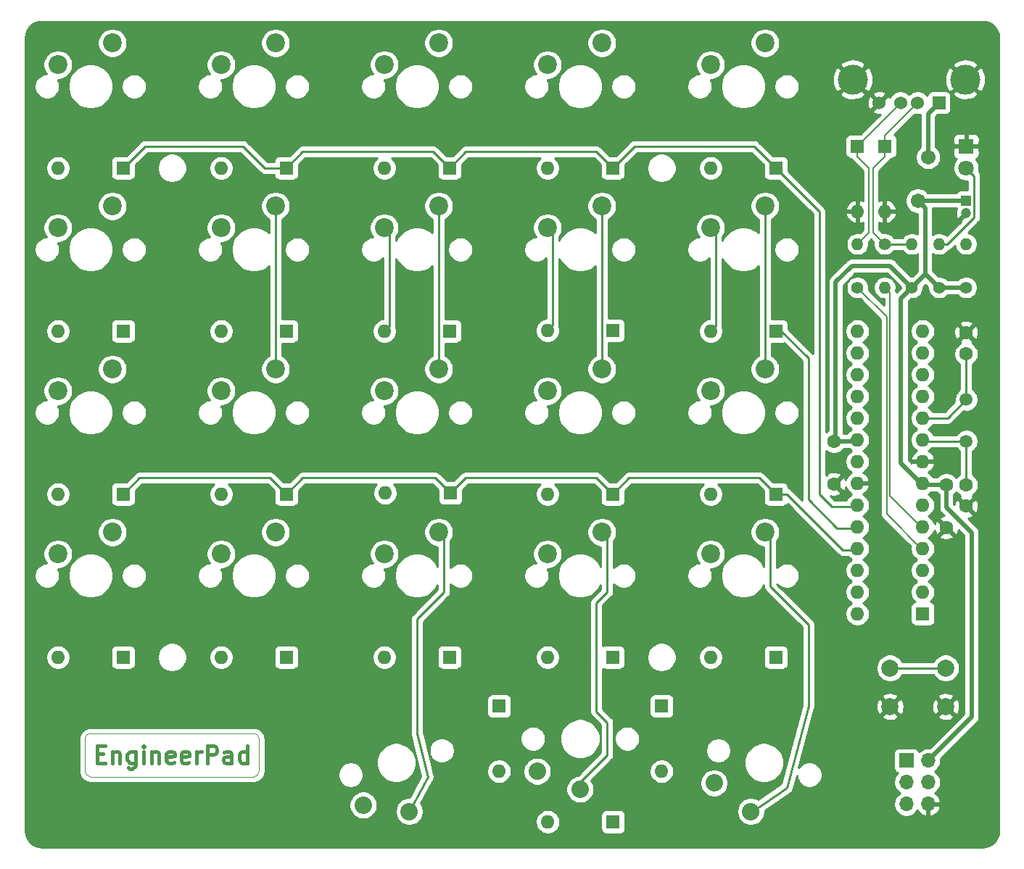
<source format=gbr>
%TF.GenerationSoftware,KiCad,Pcbnew,(5.1.6-0-10_14)*%
%TF.CreationDate,2020-09-02T17:46:37+08:00*%
%TF.ProjectId,EngineerPad,456e6769-6e65-4657-9250-61642e6b6963,v0.3*%
%TF.SameCoordinates,Original*%
%TF.FileFunction,Copper,L1,Top*%
%TF.FilePolarity,Positive*%
%FSLAX46Y46*%
G04 Gerber Fmt 4.6, Leading zero omitted, Abs format (unit mm)*
G04 Created by KiCad (PCBNEW (5.1.6-0-10_14)) date 2020-09-02 17:46:37*
%MOMM*%
%LPD*%
G01*
G04 APERTURE LIST*
%TA.AperFunction,NonConductor*%
%ADD10C,0.120000*%
%TD*%
%TA.AperFunction,NonConductor*%
%ADD11C,0.400000*%
%TD*%
%TA.AperFunction,ComponentPad*%
%ADD12C,1.524000*%
%TD*%
%TA.AperFunction,ComponentPad*%
%ADD13R,1.524000X1.524000*%
%TD*%
%TA.AperFunction,ComponentPad*%
%ADD14C,3.500000*%
%TD*%
%TA.AperFunction,ComponentPad*%
%ADD15C,2.032000*%
%TD*%
%TA.AperFunction,ComponentPad*%
%ADD16C,2.200000*%
%TD*%
%TA.AperFunction,ComponentPad*%
%ADD17O,1.600000X1.600000*%
%TD*%
%TA.AperFunction,ComponentPad*%
%ADD18R,1.600000X1.600000*%
%TD*%
%TA.AperFunction,ComponentPad*%
%ADD19O,1.400000X1.400000*%
%TD*%
%TA.AperFunction,ComponentPad*%
%ADD20C,1.400000*%
%TD*%
%TA.AperFunction,ComponentPad*%
%ADD21R,1.700000X1.700000*%
%TD*%
%TA.AperFunction,ComponentPad*%
%ADD22O,1.700000X1.700000*%
%TD*%
%TA.AperFunction,ComponentPad*%
%ADD23C,1.710000*%
%TD*%
%TA.AperFunction,ComponentPad*%
%ADD24C,1.800000*%
%TD*%
%TA.AperFunction,ComponentPad*%
%ADD25R,1.800000X1.800000*%
%TD*%
%TA.AperFunction,ComponentPad*%
%ADD26C,1.500000*%
%TD*%
%TA.AperFunction,ComponentPad*%
%ADD27C,2.000000*%
%TD*%
%TA.AperFunction,ComponentPad*%
%ADD28C,1.600000*%
%TD*%
%TA.AperFunction,ComponentPad*%
%ADD29C,1.200000*%
%TD*%
%TA.AperFunction,ComponentPad*%
%ADD30R,1.200000X1.200000*%
%TD*%
%TA.AperFunction,Conductor*%
%ADD31C,0.500000*%
%TD*%
%TA.AperFunction,Conductor*%
%ADD32C,0.250000*%
%TD*%
%TA.AperFunction,Conductor*%
%ADD33C,0.200000*%
%TD*%
%TA.AperFunction,Conductor*%
%ADD34C,0.254000*%
%TD*%
G04 APERTURE END LIST*
D10*
X84665000Y-142700000D02*
G75*
G02*
X85300000Y-142065000I635000J0D01*
G01*
X85300000Y-147145000D02*
G75*
G02*
X84665000Y-146510000I0J635000D01*
G01*
X104985000Y-146510000D02*
G75*
G02*
X104350000Y-147145000I-635000J0D01*
G01*
X104350000Y-142065000D02*
G75*
G02*
X104985000Y-142700000I0J-635000D01*
G01*
X104350000Y-147145000D02*
X85300000Y-147145000D01*
X104350000Y-142065000D02*
X85300000Y-142065000D01*
X104985000Y-146510000D02*
X104985000Y-142700000D01*
X84665000Y-142700000D02*
X84665000Y-146510000D01*
D11*
X86063095Y-144487542D02*
X86729761Y-144487542D01*
X87015476Y-145535161D02*
X86063095Y-145535161D01*
X86063095Y-143535161D01*
X87015476Y-143535161D01*
X87872619Y-144201828D02*
X87872619Y-145535161D01*
X87872619Y-144392304D02*
X87967857Y-144297066D01*
X88158333Y-144201828D01*
X88444047Y-144201828D01*
X88634523Y-144297066D01*
X88729761Y-144487542D01*
X88729761Y-145535161D01*
X90539285Y-144201828D02*
X90539285Y-145820876D01*
X90444047Y-146011352D01*
X90348809Y-146106590D01*
X90158333Y-146201828D01*
X89872619Y-146201828D01*
X89682142Y-146106590D01*
X90539285Y-145439923D02*
X90348809Y-145535161D01*
X89967857Y-145535161D01*
X89777380Y-145439923D01*
X89682142Y-145344685D01*
X89586904Y-145154209D01*
X89586904Y-144582780D01*
X89682142Y-144392304D01*
X89777380Y-144297066D01*
X89967857Y-144201828D01*
X90348809Y-144201828D01*
X90539285Y-144297066D01*
X91491666Y-145535161D02*
X91491666Y-144201828D01*
X91491666Y-143535161D02*
X91396428Y-143630400D01*
X91491666Y-143725638D01*
X91586904Y-143630400D01*
X91491666Y-143535161D01*
X91491666Y-143725638D01*
X92444047Y-144201828D02*
X92444047Y-145535161D01*
X92444047Y-144392304D02*
X92539285Y-144297066D01*
X92729761Y-144201828D01*
X93015476Y-144201828D01*
X93205952Y-144297066D01*
X93301190Y-144487542D01*
X93301190Y-145535161D01*
X95015476Y-145439923D02*
X94825000Y-145535161D01*
X94444047Y-145535161D01*
X94253571Y-145439923D01*
X94158333Y-145249447D01*
X94158333Y-144487542D01*
X94253571Y-144297066D01*
X94444047Y-144201828D01*
X94825000Y-144201828D01*
X95015476Y-144297066D01*
X95110714Y-144487542D01*
X95110714Y-144678019D01*
X94158333Y-144868495D01*
X96729761Y-145439923D02*
X96539285Y-145535161D01*
X96158333Y-145535161D01*
X95967857Y-145439923D01*
X95872619Y-145249447D01*
X95872619Y-144487542D01*
X95967857Y-144297066D01*
X96158333Y-144201828D01*
X96539285Y-144201828D01*
X96729761Y-144297066D01*
X96825000Y-144487542D01*
X96825000Y-144678019D01*
X95872619Y-144868495D01*
X97682142Y-145535161D02*
X97682142Y-144201828D01*
X97682142Y-144582780D02*
X97777380Y-144392304D01*
X97872619Y-144297066D01*
X98063095Y-144201828D01*
X98253571Y-144201828D01*
X98920238Y-145535161D02*
X98920238Y-143535161D01*
X99682142Y-143535161D01*
X99872619Y-143630400D01*
X99967857Y-143725638D01*
X100063095Y-143916114D01*
X100063095Y-144201828D01*
X99967857Y-144392304D01*
X99872619Y-144487542D01*
X99682142Y-144582780D01*
X98920238Y-144582780D01*
X101777380Y-145535161D02*
X101777380Y-144487542D01*
X101682142Y-144297066D01*
X101491666Y-144201828D01*
X101110714Y-144201828D01*
X100920238Y-144297066D01*
X101777380Y-145439923D02*
X101586904Y-145535161D01*
X101110714Y-145535161D01*
X100920238Y-145439923D01*
X100825000Y-145249447D01*
X100825000Y-145058971D01*
X100920238Y-144868495D01*
X101110714Y-144773257D01*
X101586904Y-144773257D01*
X101777380Y-144678019D01*
X103586904Y-145535161D02*
X103586904Y-143535161D01*
X103586904Y-145439923D02*
X103396428Y-145535161D01*
X103015476Y-145535161D01*
X102825000Y-145439923D01*
X102729761Y-145344685D01*
X102634523Y-145154209D01*
X102634523Y-144582780D01*
X102729761Y-144392304D01*
X102825000Y-144297066D01*
X103015476Y-144201828D01*
X103396428Y-144201828D01*
X103586904Y-144297066D01*
D12*
%TO.P,J2,4*%
%TO.N,GND*%
X177360000Y-68405000D03*
%TO.P,J2,3*%
%TO.N,/DP*%
X179860000Y-68405000D03*
%TO.P,J2,2*%
%TO.N,/DN*%
X181860000Y-68405000D03*
D13*
%TO.P,J2,1*%
%TO.N,Net-(F1-Pad2)*%
X184360000Y-68405000D03*
D14*
%TO.P,J2,5*%
%TO.N,GND*%
X187430000Y-65695000D03*
X174290000Y-65695000D03*
%TD*%
D15*
%TO.P,SW22,2*%
%TO.N,Net-(D22-Pad2)*%
X137450000Y-146500000D03*
%TO.P,SW22,1*%
%TO.N,Col3*%
X142450000Y-148600000D03*
%TD*%
%TO.P,SW23,2*%
%TO.N,Net-(D23-Pad2)*%
X158099858Y-147870423D03*
%TO.P,SW23,1*%
%TO.N,Col4*%
X162385968Y-151192962D03*
%TD*%
%TO.P,SW21,2*%
%TO.N,Net-(D21-Pad2)*%
X117140883Y-150458613D03*
%TO.P,SW21,1*%
%TO.N,Col2*%
X122514032Y-151192962D03*
%TD*%
D16*
%TO.P,SW20,2*%
%TO.N,Net-(D20-Pad2)*%
X157690000Y-121110000D03*
%TO.P,SW20,1*%
%TO.N,Col4*%
X164040000Y-118570000D03*
%TD*%
%TO.P,SW19,2*%
%TO.N,Net-(D19-Pad2)*%
X138640000Y-121110000D03*
%TO.P,SW19,1*%
%TO.N,Col3*%
X144990000Y-118570000D03*
%TD*%
%TO.P,SW18,2*%
%TO.N,Net-(D18-Pad2)*%
X119590000Y-121110000D03*
%TO.P,SW18,1*%
%TO.N,Col2*%
X125940000Y-118570000D03*
%TD*%
%TO.P,SW17,2*%
%TO.N,Net-(D17-Pad2)*%
X100540000Y-121110000D03*
%TO.P,SW17,1*%
%TO.N,Col1*%
X106890000Y-118570000D03*
%TD*%
%TO.P,SW16,2*%
%TO.N,Net-(D16-Pad2)*%
X81490000Y-121110000D03*
%TO.P,SW16,1*%
%TO.N,Col0*%
X87840000Y-118570000D03*
%TD*%
%TO.P,SW15,2*%
%TO.N,Net-(D15-Pad2)*%
X157690000Y-102060000D03*
%TO.P,SW15,1*%
%TO.N,Col4*%
X164040000Y-99520000D03*
%TD*%
%TO.P,SW14,2*%
%TO.N,Net-(D14-Pad2)*%
X138640000Y-102060000D03*
%TO.P,SW14,1*%
%TO.N,Col3*%
X144990000Y-99520000D03*
%TD*%
%TO.P,SW13,2*%
%TO.N,Net-(D13-Pad2)*%
X119590000Y-102060000D03*
%TO.P,SW13,1*%
%TO.N,Col2*%
X125940000Y-99520000D03*
%TD*%
%TO.P,SW12,2*%
%TO.N,Net-(D12-Pad2)*%
X100540000Y-102060000D03*
%TO.P,SW12,1*%
%TO.N,Col1*%
X106890000Y-99520000D03*
%TD*%
%TO.P,SW11,2*%
%TO.N,Net-(D11-Pad2)*%
X81490000Y-102060000D03*
%TO.P,SW11,1*%
%TO.N,Col0*%
X87840000Y-99520000D03*
%TD*%
%TO.P,SW10,2*%
%TO.N,Net-(D10-Pad2)*%
X157690000Y-83010000D03*
%TO.P,SW10,1*%
%TO.N,Col4*%
X164040000Y-80470000D03*
%TD*%
%TO.P,SW9,2*%
%TO.N,Net-(D9-Pad2)*%
X138640000Y-83010000D03*
%TO.P,SW9,1*%
%TO.N,Col3*%
X144990000Y-80470000D03*
%TD*%
%TO.P,SW8,2*%
%TO.N,Net-(D8-Pad2)*%
X119590000Y-83010000D03*
%TO.P,SW8,1*%
%TO.N,Col2*%
X125940000Y-80470000D03*
%TD*%
%TO.P,SW7,2*%
%TO.N,Net-(D7-Pad2)*%
X100540000Y-83010000D03*
%TO.P,SW7,1*%
%TO.N,Col1*%
X106890000Y-80470000D03*
%TD*%
%TO.P,SW6,2*%
%TO.N,Net-(D6-Pad2)*%
X81490000Y-83010000D03*
%TO.P,SW6,1*%
%TO.N,Col0*%
X87840000Y-80470000D03*
%TD*%
%TO.P,SW5,2*%
%TO.N,Net-(D5-Pad2)*%
X157690000Y-63960000D03*
%TO.P,SW5,1*%
%TO.N,Col4*%
X164040000Y-61420000D03*
%TD*%
%TO.P,SW4,2*%
%TO.N,Net-(D4-Pad2)*%
X138640000Y-63960000D03*
%TO.P,SW4,1*%
%TO.N,Col3*%
X144990000Y-61420000D03*
%TD*%
%TO.P,SW3,2*%
%TO.N,Net-(D3-Pad2)*%
X119590000Y-63960000D03*
%TO.P,SW3,1*%
%TO.N,Col2*%
X125940000Y-61420000D03*
%TD*%
%TO.P,SW2,2*%
%TO.N,Net-(D2-Pad2)*%
X100540000Y-63960000D03*
%TO.P,SW2,1*%
%TO.N,Col1*%
X106890000Y-61420000D03*
%TD*%
%TO.P,SW1,2*%
%TO.N,Net-(D1-Pad2)*%
X81490000Y-63960000D03*
%TO.P,SW1,1*%
%TO.N,Col0*%
X87840000Y-61420000D03*
%TD*%
D17*
%TO.P,D23,2*%
%TO.N,Net-(D23-Pad2)*%
X151975000Y-146510000D03*
D18*
%TO.P,D23,1*%
%TO.N,Row4*%
X151975000Y-138890000D03*
%TD*%
D17*
%TO.P,D22,2*%
%TO.N,Net-(D22-Pad2)*%
X138690000Y-152400000D03*
D18*
%TO.P,D22,1*%
%TO.N,Row4*%
X146310000Y-152400000D03*
%TD*%
D17*
%TO.P,D21,2*%
%TO.N,Net-(D21-Pad2)*%
X133000000Y-146510000D03*
D18*
%TO.P,D21,1*%
%TO.N,Row4*%
X133000000Y-138890000D03*
%TD*%
D17*
%TO.P,D20,2*%
%TO.N,Net-(D20-Pad2)*%
X157690000Y-133175000D03*
D18*
%TO.P,D20,1*%
%TO.N,Row3*%
X165310000Y-133175000D03*
%TD*%
D17*
%TO.P,D19,2*%
%TO.N,Net-(D19-Pad2)*%
X138640000Y-133175000D03*
D18*
%TO.P,D19,1*%
%TO.N,Row3*%
X146260000Y-133175000D03*
%TD*%
D17*
%TO.P,D18,2*%
%TO.N,Net-(D18-Pad2)*%
X119590000Y-133175000D03*
D18*
%TO.P,D18,1*%
%TO.N,Row3*%
X127210000Y-133175000D03*
%TD*%
D17*
%TO.P,D17,2*%
%TO.N,Net-(D17-Pad2)*%
X100540000Y-133175000D03*
D18*
%TO.P,D17,1*%
%TO.N,Row3*%
X108160000Y-133175000D03*
%TD*%
D17*
%TO.P,D16,2*%
%TO.N,Net-(D16-Pad2)*%
X81490000Y-133175000D03*
D18*
%TO.P,D16,1*%
%TO.N,Row3*%
X89110000Y-133175000D03*
%TD*%
D17*
%TO.P,D15,2*%
%TO.N,Net-(D15-Pad2)*%
X157690000Y-114125000D03*
D18*
%TO.P,D15,1*%
%TO.N,Row2*%
X165310000Y-114125000D03*
%TD*%
D17*
%TO.P,D14,2*%
%TO.N,Net-(D14-Pad2)*%
X138640000Y-114125000D03*
D18*
%TO.P,D14,1*%
%TO.N,Row2*%
X146260000Y-114125000D03*
%TD*%
D17*
%TO.P,D13,2*%
%TO.N,Net-(D13-Pad2)*%
X119690000Y-114000000D03*
D18*
%TO.P,D13,1*%
%TO.N,Row2*%
X127310000Y-114000000D03*
%TD*%
D17*
%TO.P,D12,2*%
%TO.N,Net-(D12-Pad2)*%
X100540000Y-114125000D03*
D18*
%TO.P,D12,1*%
%TO.N,Row2*%
X108160000Y-114125000D03*
%TD*%
D17*
%TO.P,D11,2*%
%TO.N,Net-(D11-Pad2)*%
X81490000Y-114125000D03*
D18*
%TO.P,D11,1*%
%TO.N,Row2*%
X89110000Y-114125000D03*
%TD*%
D17*
%TO.P,D10,2*%
%TO.N,Net-(D10-Pad2)*%
X157690000Y-95075000D03*
D18*
%TO.P,D10,1*%
%TO.N,Row1*%
X165310000Y-95075000D03*
%TD*%
D17*
%TO.P,D9,2*%
%TO.N,Net-(D9-Pad2)*%
X138640000Y-95000000D03*
D18*
%TO.P,D9,1*%
%TO.N,Row1*%
X146260000Y-95000000D03*
%TD*%
D17*
%TO.P,D8,2*%
%TO.N,Net-(D8-Pad2)*%
X119590000Y-95075000D03*
D18*
%TO.P,D8,1*%
%TO.N,Row1*%
X127210000Y-95075000D03*
%TD*%
D17*
%TO.P,D7,2*%
%TO.N,Net-(D7-Pad2)*%
X100540000Y-95075000D03*
D18*
%TO.P,D7,1*%
%TO.N,Row1*%
X108160000Y-95075000D03*
%TD*%
D17*
%TO.P,D6,2*%
%TO.N,Net-(D6-Pad2)*%
X81490000Y-95075000D03*
D18*
%TO.P,D6,1*%
%TO.N,Row1*%
X89110000Y-95075000D03*
%TD*%
D17*
%TO.P,D5,2*%
%TO.N,Net-(D5-Pad2)*%
X157690000Y-76025000D03*
D18*
%TO.P,D5,1*%
%TO.N,Row0*%
X165310000Y-76025000D03*
%TD*%
D17*
%TO.P,D4,2*%
%TO.N,Net-(D4-Pad2)*%
X138640000Y-76025000D03*
D18*
%TO.P,D4,1*%
%TO.N,Row0*%
X146260000Y-76025000D03*
%TD*%
D17*
%TO.P,D3,2*%
%TO.N,Net-(D3-Pad2)*%
X119590000Y-76025000D03*
D18*
%TO.P,D3,1*%
%TO.N,Row0*%
X127210000Y-76025000D03*
%TD*%
D17*
%TO.P,D2,2*%
%TO.N,Net-(D2-Pad2)*%
X100540000Y-76025000D03*
D18*
%TO.P,D2,1*%
%TO.N,Row0*%
X108160000Y-76025000D03*
%TD*%
D17*
%TO.P,D1,2*%
%TO.N,Net-(D1-Pad2)*%
X81490000Y-76025000D03*
D18*
%TO.P,D1,1*%
%TO.N,Row0*%
X89110000Y-76025000D03*
%TD*%
D19*
%TO.P,R6,2*%
%TO.N,Net-(D26-Pad2)*%
X184360000Y-84915000D03*
D20*
%TO.P,R6,1*%
%TO.N,+5V*%
X184360000Y-89995000D03*
%TD*%
D19*
%TO.P,R3,2*%
%TO.N,/DN*%
X181185000Y-84915000D03*
D20*
%TO.P,R3,1*%
%TO.N,+5V*%
X181185000Y-89995000D03*
%TD*%
D19*
%TO.P,R1,2*%
%TO.N,/DP*%
X174835000Y-84915000D03*
D20*
%TO.P,R1,1*%
%TO.N,D+*%
X174835000Y-89995000D03*
%TD*%
D19*
%TO.P,R2,2*%
%TO.N,D-*%
X178010000Y-89995000D03*
D20*
%TO.P,R2,1*%
%TO.N,/DN*%
X178010000Y-84915000D03*
%TD*%
D19*
%TO.P,R5,2*%
%TO.N,Reset*%
X187535000Y-84915000D03*
D20*
%TO.P,R5,1*%
%TO.N,+5V*%
X187535000Y-89995000D03*
%TD*%
D21*
%TO.P,J1,1*%
%TO.N,Col1*%
X180550000Y-145240000D03*
D22*
%TO.P,J1,2*%
%TO.N,+5V*%
X183090000Y-145240000D03*
%TO.P,J1,3*%
%TO.N,Col0*%
X180550000Y-147780000D03*
%TO.P,J1,4*%
%TO.N,Col2*%
X183090000Y-147780000D03*
%TO.P,J1,5*%
%TO.N,Reset*%
X180550000Y-150320000D03*
%TO.P,J1,6*%
%TO.N,GND*%
X183090000Y-150320000D03*
%TD*%
D17*
%TO.P,U1,28*%
%TO.N,N/C*%
X174835000Y-128095000D03*
%TO.P,U1,14*%
X182455000Y-95075000D03*
%TO.P,U1,27*%
%TO.N,Row4*%
X174835000Y-125555000D03*
%TO.P,U1,13*%
%TO.N,N/C*%
X182455000Y-97615000D03*
%TO.P,U1,26*%
%TO.N,Row3*%
X174835000Y-123015000D03*
%TO.P,U1,12*%
%TO.N,N/C*%
X182455000Y-100155000D03*
%TO.P,U1,25*%
%TO.N,Row2*%
X174835000Y-120475000D03*
%TO.P,U1,11*%
%TO.N,N/C*%
X182455000Y-102695000D03*
%TO.P,U1,24*%
%TO.N,Row1*%
X174835000Y-117935000D03*
%TO.P,U1,10*%
%TO.N,Net-(C1-Pad2)*%
X182455000Y-105235000D03*
%TO.P,U1,23*%
%TO.N,Row0*%
X174835000Y-115395000D03*
%TO.P,U1,9*%
%TO.N,Net-(C2-Pad2)*%
X182455000Y-107775000D03*
%TO.P,U1,22*%
%TO.N,GND*%
X174835000Y-112855000D03*
%TO.P,U1,8*%
X182455000Y-110315000D03*
%TO.P,U1,21*%
%TO.N,N/C*%
X174835000Y-110315000D03*
%TO.P,U1,7*%
%TO.N,+5V*%
X182455000Y-112855000D03*
%TO.P,U1,20*%
X174835000Y-107775000D03*
%TO.P,U1,6*%
%TO.N,N/C*%
X182455000Y-115395000D03*
%TO.P,U1,19*%
%TO.N,Col0*%
X174835000Y-105235000D03*
%TO.P,U1,5*%
%TO.N,D-*%
X182455000Y-117935000D03*
%TO.P,U1,18*%
%TO.N,Col1*%
X174835000Y-102695000D03*
%TO.P,U1,4*%
%TO.N,D+*%
X182455000Y-120475000D03*
%TO.P,U1,17*%
%TO.N,Col2*%
X174835000Y-100155000D03*
%TO.P,U1,3*%
%TO.N,N/C*%
X182455000Y-123015000D03*
%TO.P,U1,16*%
%TO.N,Col3*%
X174835000Y-97615000D03*
%TO.P,U1,2*%
%TO.N,N/C*%
X182455000Y-125555000D03*
%TO.P,U1,15*%
%TO.N,Col4*%
X174835000Y-95075000D03*
D18*
%TO.P,U1,1*%
%TO.N,Reset*%
X182455000Y-128095000D03*
%TD*%
D23*
%TO.P,F1,2*%
%TO.N,Net-(F1-Pad2)*%
X183090000Y-74755000D03*
%TO.P,F1,1*%
%TO.N,+5V*%
X181890000Y-79855000D03*
%TD*%
D24*
%TO.P,D26,2*%
%TO.N,Net-(D26-Pad2)*%
X187535000Y-76025000D03*
D25*
%TO.P,D26,1*%
%TO.N,GND*%
X187535000Y-73485000D03*
%TD*%
D26*
%TO.P,Y1,2*%
%TO.N,Net-(C1-Pad2)*%
X187535000Y-103070000D03*
%TO.P,Y1,1*%
%TO.N,Net-(C2-Pad2)*%
X187535000Y-107950000D03*
%TD*%
D27*
%TO.P,Reset1,1*%
%TO.N,Reset*%
X185145000Y-134445000D03*
%TO.P,Reset1,2*%
%TO.N,GND*%
X185145000Y-138945000D03*
%TO.P,Reset1,1*%
%TO.N,Reset*%
X178645000Y-134445000D03*
%TO.P,Reset1,2*%
%TO.N,GND*%
X178645000Y-138945000D03*
%TD*%
D17*
%TO.P,D25,2*%
%TO.N,GND*%
X178010000Y-81105000D03*
D18*
%TO.P,D25,1*%
%TO.N,/DN*%
X178010000Y-73485000D03*
%TD*%
D17*
%TO.P,D24,2*%
%TO.N,GND*%
X174835000Y-81105000D03*
D18*
%TO.P,D24,1*%
%TO.N,/DP*%
X174835000Y-73485000D03*
%TD*%
D28*
%TO.P,C5,2*%
%TO.N,GND*%
X172092000Y-112950000D03*
%TO.P,C5,1*%
%TO.N,+5V*%
X172092000Y-107950000D03*
%TD*%
%TO.P,C4,2*%
%TO.N,GND*%
X185224000Y-118037000D03*
%TO.P,C4,1*%
%TO.N,+5V*%
X185224000Y-113037000D03*
%TD*%
D29*
%TO.P,C3,2*%
%TO.N,GND*%
X187535000Y-81335000D03*
D30*
%TO.P,C3,1*%
%TO.N,+5V*%
X187535000Y-79835000D03*
%TD*%
D28*
%TO.P,C2,2*%
%TO.N,Net-(C2-Pad2)*%
X187535000Y-113030000D03*
%TO.P,C2,1*%
%TO.N,GND*%
X187535000Y-115530000D03*
%TD*%
%TO.P,C1,2*%
%TO.N,Net-(C1-Pad2)*%
X187535000Y-97750000D03*
%TO.P,C1,1*%
%TO.N,GND*%
X187535000Y-95250000D03*
%TD*%
D31*
%TO.N,+5V*%
X181185000Y-89995000D02*
X179915000Y-91265000D01*
X179915000Y-91265000D02*
X179915000Y-110490000D01*
X179915000Y-110490000D02*
X182455000Y-113030000D01*
X172092000Y-107950000D02*
X174835000Y-107950000D01*
X182455000Y-113030000D02*
X185217000Y-113030000D01*
X185217000Y-113030000D02*
X185224000Y-113037000D01*
X184360000Y-89995000D02*
X187535000Y-89995000D01*
X182744999Y-88435001D02*
X182800001Y-88435001D01*
X182800001Y-88435001D02*
X184360000Y-89995000D01*
X182744999Y-88435001D02*
X181185000Y-89995000D01*
X181840000Y-79855000D02*
X181860000Y-79835000D01*
X181860000Y-79835000D02*
X187535000Y-79835000D01*
X181890000Y-79855000D02*
X181840000Y-79855000D01*
X185224000Y-115664001D02*
X185224000Y-113037000D01*
X188170000Y-140160000D02*
X188170000Y-118610001D01*
X188170000Y-118610001D02*
X185224000Y-115664001D01*
X183090000Y-145240000D02*
X188170000Y-140160000D01*
X182744999Y-80709999D02*
X182744999Y-88435001D01*
X181890000Y-79855000D02*
X182744999Y-80709999D01*
X172295000Y-89360000D02*
X172295000Y-107747000D01*
X172295000Y-107747000D02*
X172092000Y-107950000D01*
X174200000Y-87455000D02*
X172295000Y-89360000D01*
X178645000Y-87455000D02*
X174200000Y-87455000D01*
X181185000Y-89995000D02*
X178645000Y-87455000D01*
D32*
%TO.N,Row0*%
X129115000Y-74120000D02*
X127210000Y-76025000D01*
X144355000Y-74120000D02*
X129115000Y-74120000D01*
X146260000Y-76025000D02*
X144355000Y-74120000D01*
X110065000Y-74120000D02*
X108160000Y-76025000D01*
X125305000Y-74120000D02*
X110065000Y-74120000D01*
X127210000Y-76025000D02*
X125305000Y-74120000D01*
X170390000Y-81105000D02*
X165310000Y-76025000D01*
X170390000Y-114125000D02*
X170390000Y-81105000D01*
X171835000Y-115570000D02*
X170390000Y-114125000D01*
X174835000Y-115570000D02*
X171835000Y-115570000D01*
X148800000Y-73485000D02*
X146260000Y-76025000D01*
X162770000Y-73485000D02*
X148800000Y-73485000D01*
X165310000Y-76025000D02*
X162770000Y-73485000D01*
X91650000Y-73485000D02*
X89110000Y-76025000D01*
X103080000Y-73485000D02*
X91650000Y-73485000D01*
X105620000Y-76025000D02*
X103080000Y-73485000D01*
X108160000Y-76025000D02*
X105620000Y-76025000D01*
%TO.N,Row1*%
X165945000Y-95075000D02*
X165310000Y-95075000D01*
X169120000Y-114760000D02*
X169120000Y-98250000D01*
X169120000Y-98250000D02*
X165945000Y-95075000D01*
X172470000Y-118110000D02*
X169120000Y-114760000D01*
X174835000Y-118110000D02*
X172470000Y-118110000D01*
%TO.N,Net-(D8-Pad2)*%
X120225000Y-94440000D02*
X119590000Y-95075000D01*
X120225000Y-83645000D02*
X120225000Y-94440000D01*
X119590000Y-83010000D02*
X120225000Y-83645000D01*
%TO.N,Net-(D9-Pad2)*%
X139275000Y-83645000D02*
X139275000Y-94365000D01*
X139275000Y-94365000D02*
X138640000Y-95000000D01*
X138640000Y-83010000D02*
X139275000Y-83645000D01*
%TO.N,Net-(D10-Pad2)*%
X158325000Y-94440000D02*
X157690000Y-95075000D01*
X158325000Y-83645000D02*
X158325000Y-94440000D01*
X157690000Y-83010000D02*
X158325000Y-83645000D01*
%TO.N,Row2*%
X166580000Y-114125000D02*
X165310000Y-114125000D01*
X173105000Y-120650000D02*
X166580000Y-114125000D01*
X174835000Y-120650000D02*
X173105000Y-120650000D01*
X148165000Y-112220000D02*
X146260000Y-114125000D01*
X163405000Y-112220000D02*
X148165000Y-112220000D01*
X165310000Y-114125000D02*
X163405000Y-112220000D01*
X129090000Y-112220000D02*
X127310000Y-114000000D01*
X144355000Y-112220000D02*
X129090000Y-112220000D01*
X146260000Y-114125000D02*
X144355000Y-112220000D01*
X125530000Y-112220000D02*
X110065000Y-112220000D01*
X110065000Y-112220000D02*
X108160000Y-114125000D01*
X127310000Y-114000000D02*
X125530000Y-112220000D01*
X91015000Y-112220000D02*
X89110000Y-114125000D01*
X106255000Y-112220000D02*
X91015000Y-112220000D01*
X108160000Y-114125000D02*
X106255000Y-112220000D01*
%TO.N,Net-(D26-Pad2)*%
X185324002Y-84915000D02*
X184360000Y-84915000D01*
X188460001Y-76950001D02*
X188460001Y-81779001D01*
X188460001Y-81779001D02*
X185324002Y-84915000D01*
X187535000Y-76025000D02*
X188460001Y-76950001D01*
%TO.N,Reset*%
X178645000Y-134445000D02*
X185145000Y-134445000D01*
D33*
%TO.N,D+*%
X174835000Y-89995000D02*
X178244989Y-93404989D01*
X178244989Y-116439989D02*
X182455000Y-120650000D01*
X178244989Y-93404989D02*
X178244989Y-116439989D01*
%TO.N,D-*%
X178645000Y-114300000D02*
X182455000Y-118110000D01*
X178645000Y-90630000D02*
X178645000Y-114300000D01*
X178010000Y-89995000D02*
X178645000Y-90630000D01*
D32*
%TO.N,Col1*%
X106890000Y-80470000D02*
X106890000Y-81105000D01*
X106890000Y-81105000D02*
X106890000Y-99520000D01*
%TO.N,Col2*%
X125940000Y-80470000D02*
X125940000Y-99520000D01*
X123400000Y-142065000D02*
X124670000Y-147145000D01*
X123400000Y-128730000D02*
X123400000Y-142065000D01*
X126575000Y-125555000D02*
X123400000Y-128730000D01*
X126575000Y-119205000D02*
X126575000Y-125555000D01*
X125940000Y-118570000D02*
X126575000Y-119205000D01*
X124670000Y-147145000D02*
X122514032Y-151192962D01*
%TO.N,Col3*%
X144990000Y-80470000D02*
X144990000Y-99520000D01*
X142450000Y-147780000D02*
X142450000Y-148600000D01*
X145625000Y-144605000D02*
X142450000Y-147780000D01*
X144355000Y-139525000D02*
X145625000Y-140795000D01*
X145625000Y-140795000D02*
X145625000Y-144605000D01*
X144355000Y-126825000D02*
X144355000Y-139525000D01*
X145625000Y-125555000D02*
X144355000Y-126825000D01*
X145625000Y-119205000D02*
X145625000Y-125555000D01*
X144990000Y-118570000D02*
X145625000Y-119205000D01*
%TO.N,Col4*%
X164040000Y-80470000D02*
X164040000Y-99520000D01*
X166580000Y-148415000D02*
X162532038Y-151192962D01*
X169120000Y-138890000D02*
X166580000Y-148415000D01*
X169120000Y-129365000D02*
X169120000Y-138890000D01*
X164040000Y-118570000D02*
X164675000Y-119205000D01*
X164675000Y-124920000D02*
X169120000Y-129365000D01*
X164675000Y-119205000D02*
X164675000Y-124920000D01*
%TO.N,Net-(C1-Pad2)*%
X187535000Y-103070000D02*
X185370000Y-105235000D01*
X185370000Y-105235000D02*
X182630000Y-105235000D01*
X182630000Y-105235000D02*
X182455000Y-105410000D01*
X187535000Y-98250000D02*
X187535000Y-103070000D01*
X187535000Y-97750000D02*
X187535000Y-98250000D01*
%TO.N,Net-(C2-Pad2)*%
X187535000Y-107950000D02*
X187535000Y-113030000D01*
X182455000Y-107950000D02*
X187535000Y-107950000D01*
D31*
%TO.N,Net-(F1-Pad2)*%
X183090000Y-74755000D02*
X183090000Y-69675000D01*
X183090000Y-69675000D02*
X184360000Y-68405000D01*
D33*
%TO.N,/DP*%
X176197500Y-83552500D02*
X174835000Y-84915000D01*
X176197500Y-76047501D02*
X176197500Y-83552500D01*
X174835000Y-74685001D02*
X176197500Y-76047501D01*
X174835000Y-73485000D02*
X174835000Y-74685001D01*
X179860000Y-68460000D02*
X176105000Y-72215000D01*
X176105000Y-72215000D02*
X174835000Y-73485000D01*
X179860000Y-68405000D02*
X179860000Y-68460000D01*
%TO.N,/DN*%
X178010000Y-73485000D02*
X178010000Y-74685001D01*
X176647500Y-83552500D02*
X178010000Y-84915000D01*
X176647500Y-76047501D02*
X176647500Y-83552500D01*
X178010000Y-74685001D02*
X176647500Y-76047501D01*
X178010000Y-72215000D02*
X178010000Y-73485000D01*
X181820000Y-68405000D02*
X178010000Y-72215000D01*
X181860000Y-68405000D02*
X181820000Y-68405000D01*
D32*
X178010000Y-84915000D02*
X181185000Y-84915000D01*
%TD*%
D34*
%TO.N,GND*%
G36*
X189804545Y-58943909D02*
G01*
X190155208Y-59049780D01*
X190478625Y-59221744D01*
X190762484Y-59453254D01*
X190995965Y-59735486D01*
X191170183Y-60057695D01*
X191278502Y-60407614D01*
X191320001Y-60802452D01*
X191320000Y-153462721D01*
X191281091Y-153859545D01*
X191175220Y-154210206D01*
X191003257Y-154533623D01*
X190771748Y-154817482D01*
X190489514Y-155050965D01*
X190167304Y-155225184D01*
X189817385Y-155333502D01*
X189422557Y-155375000D01*
X79617279Y-155375000D01*
X79220455Y-155336091D01*
X78869794Y-155230220D01*
X78546377Y-155058257D01*
X78262518Y-154826748D01*
X78029035Y-154544514D01*
X77854816Y-154222304D01*
X77746498Y-153872385D01*
X77705000Y-153477557D01*
X77705000Y-150296004D01*
X115489883Y-150296004D01*
X115489883Y-150621222D01*
X115553330Y-150940192D01*
X115677786Y-151240655D01*
X115858468Y-151511064D01*
X116088432Y-151741028D01*
X116358841Y-151921710D01*
X116659304Y-152046166D01*
X116978274Y-152109613D01*
X117303492Y-152109613D01*
X117622462Y-152046166D01*
X117922925Y-151921710D01*
X118193334Y-151741028D01*
X118423298Y-151511064D01*
X118603980Y-151240655D01*
X118728436Y-150940192D01*
X118791883Y-150621222D01*
X118791883Y-150296004D01*
X118728436Y-149977034D01*
X118603980Y-149676571D01*
X118423298Y-149406162D01*
X118193334Y-149176198D01*
X117922925Y-148995516D01*
X117622462Y-148871060D01*
X117303492Y-148807613D01*
X116978274Y-148807613D01*
X116659304Y-148871060D01*
X116358841Y-148995516D01*
X116088432Y-149176198D01*
X115858468Y-149406162D01*
X115677786Y-149676571D01*
X115553330Y-149977034D01*
X115489883Y-150296004D01*
X77705000Y-150296004D01*
X77705000Y-142665866D01*
X83970000Y-142665866D01*
X83970001Y-146544135D01*
X83972903Y-146573596D01*
X83972876Y-146577427D01*
X83973823Y-146587085D01*
X83986778Y-146710336D01*
X83999446Y-146772047D01*
X84011247Y-146833910D01*
X84014051Y-146843200D01*
X84050698Y-146961588D01*
X84075114Y-147019672D01*
X84098705Y-147078062D01*
X84103256Y-147086621D01*
X84103260Y-147086630D01*
X84103265Y-147086637D01*
X84162205Y-147195645D01*
X84197427Y-147247864D01*
X84231921Y-147300576D01*
X84238054Y-147308096D01*
X84317050Y-147403586D01*
X84361739Y-147447965D01*
X84405818Y-147492976D01*
X84413295Y-147499162D01*
X84509334Y-147577490D01*
X84561795Y-147612345D01*
X84613776Y-147647937D01*
X84622312Y-147652553D01*
X84731736Y-147710735D01*
X84789988Y-147734745D01*
X84847872Y-147759554D01*
X84857138Y-147762423D01*
X84857144Y-147762425D01*
X84975783Y-147798244D01*
X85037563Y-147810477D01*
X85099193Y-147823576D01*
X85108835Y-147824589D01*
X85108840Y-147824590D01*
X85108844Y-147824590D01*
X85232182Y-147836683D01*
X85232187Y-147836683D01*
X85265865Y-147840000D01*
X104384135Y-147840000D01*
X104413605Y-147837097D01*
X104417427Y-147837124D01*
X104427085Y-147836177D01*
X104550336Y-147823222D01*
X104612047Y-147810554D01*
X104673910Y-147798753D01*
X104683200Y-147795949D01*
X104801588Y-147759302D01*
X104859672Y-147734886D01*
X104918062Y-147711295D01*
X104926621Y-147706744D01*
X104926630Y-147706740D01*
X104926637Y-147706735D01*
X105035645Y-147647795D01*
X105087864Y-147612573D01*
X105140576Y-147578079D01*
X105148096Y-147571946D01*
X105243586Y-147492950D01*
X105287965Y-147448261D01*
X105332976Y-147404182D01*
X105339162Y-147396705D01*
X105417490Y-147300666D01*
X105452345Y-147248205D01*
X105487937Y-147196224D01*
X105492553Y-147187688D01*
X105550735Y-147078264D01*
X105574745Y-147020012D01*
X105599554Y-146962128D01*
X105602424Y-146952858D01*
X105638244Y-146834217D01*
X105650477Y-146772437D01*
X105650749Y-146771157D01*
X114188508Y-146771157D01*
X114188508Y-147063853D01*
X114245610Y-147350926D01*
X114357620Y-147621343D01*
X114520234Y-147864711D01*
X114727202Y-148071679D01*
X114970570Y-148234293D01*
X115240987Y-148346303D01*
X115528060Y-148403405D01*
X115820756Y-148403405D01*
X116107829Y-148346303D01*
X116378246Y-148234293D01*
X116621614Y-148071679D01*
X116828582Y-147864711D01*
X116991196Y-147621343D01*
X117103206Y-147350926D01*
X117160308Y-147063853D01*
X117160308Y-146771157D01*
X117103206Y-146484084D01*
X116991196Y-146213667D01*
X116828582Y-145970299D01*
X116621614Y-145763331D01*
X116378246Y-145600717D01*
X116107829Y-145488707D01*
X115820756Y-145431605D01*
X115528060Y-145431605D01*
X115240987Y-145488707D01*
X114970570Y-145600717D01*
X114727202Y-145763331D01*
X114520234Y-145970299D01*
X114357620Y-146213667D01*
X114245610Y-146484084D01*
X114188508Y-146771157D01*
X105650749Y-146771157D01*
X105663576Y-146710807D01*
X105664589Y-146701165D01*
X105664590Y-146701160D01*
X105664590Y-146701156D01*
X105676683Y-146577818D01*
X105676683Y-146577813D01*
X105680000Y-146544135D01*
X105680000Y-145262594D01*
X118637500Y-145262594D01*
X118637500Y-145725406D01*
X118727790Y-146179324D01*
X118904900Y-146606905D01*
X119162024Y-146991719D01*
X119489281Y-147318976D01*
X119874095Y-147576100D01*
X120301676Y-147753210D01*
X120755594Y-147843500D01*
X121218406Y-147843500D01*
X121672324Y-147753210D01*
X122099905Y-147576100D01*
X122484719Y-147318976D01*
X122811976Y-146991719D01*
X123069100Y-146606905D01*
X123246210Y-146179324D01*
X123336500Y-145725406D01*
X123336500Y-145262594D01*
X123246210Y-144808676D01*
X123069100Y-144381095D01*
X122811976Y-143996281D01*
X122484719Y-143669024D01*
X122099905Y-143411900D01*
X121672324Y-143234790D01*
X121218406Y-143144500D01*
X120755594Y-143144500D01*
X120301676Y-143234790D01*
X119874095Y-143411900D01*
X119489281Y-143669024D01*
X119162024Y-143996281D01*
X118904900Y-144381095D01*
X118727790Y-144808676D01*
X118637500Y-145262594D01*
X105680000Y-145262594D01*
X105680000Y-142665865D01*
X105677097Y-142636395D01*
X105677124Y-142632573D01*
X105676177Y-142622915D01*
X105663222Y-142499664D01*
X105650557Y-142437966D01*
X105638753Y-142376090D01*
X105635949Y-142366800D01*
X105599302Y-142248412D01*
X105574898Y-142190356D01*
X105551295Y-142131938D01*
X105546739Y-142123370D01*
X105487795Y-142014355D01*
X105452573Y-141962136D01*
X105418079Y-141909424D01*
X105411946Y-141901904D01*
X105332950Y-141806414D01*
X105288244Y-141762018D01*
X105244182Y-141717024D01*
X105236705Y-141710838D01*
X105140666Y-141632510D01*
X105088189Y-141597644D01*
X105036224Y-141562063D01*
X105027698Y-141557453D01*
X105027689Y-141557447D01*
X105027680Y-141557443D01*
X104918264Y-141499265D01*
X104860024Y-141475260D01*
X104802128Y-141450446D01*
X104792858Y-141447576D01*
X104674217Y-141411756D01*
X104612430Y-141399522D01*
X104550807Y-141386424D01*
X104541165Y-141385411D01*
X104541160Y-141385410D01*
X104541156Y-141385410D01*
X104417817Y-141373317D01*
X104417813Y-141373317D01*
X104384135Y-141370000D01*
X85265865Y-141370000D01*
X85236395Y-141372903D01*
X85232573Y-141372876D01*
X85222915Y-141373823D01*
X85099664Y-141386778D01*
X85037966Y-141399443D01*
X84976090Y-141411247D01*
X84966800Y-141414051D01*
X84848412Y-141450698D01*
X84790356Y-141475102D01*
X84731938Y-141498705D01*
X84723370Y-141503261D01*
X84614355Y-141562205D01*
X84562136Y-141597427D01*
X84509424Y-141631921D01*
X84501904Y-141638054D01*
X84406414Y-141717050D01*
X84362018Y-141761756D01*
X84317024Y-141805818D01*
X84310838Y-141813295D01*
X84232510Y-141909334D01*
X84197644Y-141961811D01*
X84162063Y-142013776D01*
X84157453Y-142022302D01*
X84157447Y-142022311D01*
X84157443Y-142022320D01*
X84099265Y-142131736D01*
X84075260Y-142189976D01*
X84050446Y-142247872D01*
X84047576Y-142257142D01*
X84011756Y-142375783D01*
X83999522Y-142437570D01*
X83986424Y-142499193D01*
X83985411Y-142508835D01*
X83985411Y-142508838D01*
X83985410Y-142508844D01*
X83973317Y-142632183D01*
X83973317Y-142632188D01*
X83970000Y-142665866D01*
X77705000Y-142665866D01*
X77705000Y-133033665D01*
X80055000Y-133033665D01*
X80055000Y-133316335D01*
X80110147Y-133593574D01*
X80218320Y-133854727D01*
X80375363Y-134089759D01*
X80575241Y-134289637D01*
X80810273Y-134446680D01*
X81071426Y-134554853D01*
X81348665Y-134610000D01*
X81631335Y-134610000D01*
X81908574Y-134554853D01*
X82169727Y-134446680D01*
X82404759Y-134289637D01*
X82604637Y-134089759D01*
X82761680Y-133854727D01*
X82869853Y-133593574D01*
X82925000Y-133316335D01*
X82925000Y-133033665D01*
X82869853Y-132756426D01*
X82761680Y-132495273D01*
X82681317Y-132375000D01*
X87671928Y-132375000D01*
X87671928Y-133975000D01*
X87684188Y-134099482D01*
X87720498Y-134219180D01*
X87779463Y-134329494D01*
X87858815Y-134426185D01*
X87955506Y-134505537D01*
X88065820Y-134564502D01*
X88185518Y-134600812D01*
X88310000Y-134613072D01*
X89910000Y-134613072D01*
X90034482Y-134600812D01*
X90154180Y-134564502D01*
X90264494Y-134505537D01*
X90361185Y-134426185D01*
X90440537Y-134329494D01*
X90499502Y-134219180D01*
X90535812Y-134099482D01*
X90548072Y-133975000D01*
X90548072Y-133004117D01*
X93090000Y-133004117D01*
X93090000Y-133345883D01*
X93156675Y-133681081D01*
X93287463Y-133996831D01*
X93477337Y-134280998D01*
X93719002Y-134522663D01*
X94003169Y-134712537D01*
X94318919Y-134843325D01*
X94654117Y-134910000D01*
X94995883Y-134910000D01*
X95331081Y-134843325D01*
X95646831Y-134712537D01*
X95930998Y-134522663D01*
X96172663Y-134280998D01*
X96362537Y-133996831D01*
X96493325Y-133681081D01*
X96560000Y-133345883D01*
X96560000Y-133033665D01*
X99105000Y-133033665D01*
X99105000Y-133316335D01*
X99160147Y-133593574D01*
X99268320Y-133854727D01*
X99425363Y-134089759D01*
X99625241Y-134289637D01*
X99860273Y-134446680D01*
X100121426Y-134554853D01*
X100398665Y-134610000D01*
X100681335Y-134610000D01*
X100958574Y-134554853D01*
X101219727Y-134446680D01*
X101454759Y-134289637D01*
X101654637Y-134089759D01*
X101811680Y-133854727D01*
X101919853Y-133593574D01*
X101975000Y-133316335D01*
X101975000Y-133033665D01*
X101919853Y-132756426D01*
X101811680Y-132495273D01*
X101731317Y-132375000D01*
X106721928Y-132375000D01*
X106721928Y-133975000D01*
X106734188Y-134099482D01*
X106770498Y-134219180D01*
X106829463Y-134329494D01*
X106908815Y-134426185D01*
X107005506Y-134505537D01*
X107115820Y-134564502D01*
X107235518Y-134600812D01*
X107360000Y-134613072D01*
X108960000Y-134613072D01*
X109084482Y-134600812D01*
X109204180Y-134564502D01*
X109314494Y-134505537D01*
X109411185Y-134426185D01*
X109490537Y-134329494D01*
X109549502Y-134219180D01*
X109585812Y-134099482D01*
X109598072Y-133975000D01*
X109598072Y-133033665D01*
X118155000Y-133033665D01*
X118155000Y-133316335D01*
X118210147Y-133593574D01*
X118318320Y-133854727D01*
X118475363Y-134089759D01*
X118675241Y-134289637D01*
X118910273Y-134446680D01*
X119171426Y-134554853D01*
X119448665Y-134610000D01*
X119731335Y-134610000D01*
X120008574Y-134554853D01*
X120269727Y-134446680D01*
X120504759Y-134289637D01*
X120704637Y-134089759D01*
X120861680Y-133854727D01*
X120969853Y-133593574D01*
X121025000Y-133316335D01*
X121025000Y-133033665D01*
X120969853Y-132756426D01*
X120861680Y-132495273D01*
X120704637Y-132260241D01*
X120504759Y-132060363D01*
X120269727Y-131903320D01*
X120008574Y-131795147D01*
X119731335Y-131740000D01*
X119448665Y-131740000D01*
X119171426Y-131795147D01*
X118910273Y-131903320D01*
X118675241Y-132060363D01*
X118475363Y-132260241D01*
X118318320Y-132495273D01*
X118210147Y-132756426D01*
X118155000Y-133033665D01*
X109598072Y-133033665D01*
X109598072Y-132375000D01*
X109585812Y-132250518D01*
X109549502Y-132130820D01*
X109490537Y-132020506D01*
X109411185Y-131923815D01*
X109314494Y-131844463D01*
X109204180Y-131785498D01*
X109084482Y-131749188D01*
X108960000Y-131736928D01*
X107360000Y-131736928D01*
X107235518Y-131749188D01*
X107115820Y-131785498D01*
X107005506Y-131844463D01*
X106908815Y-131923815D01*
X106829463Y-132020506D01*
X106770498Y-132130820D01*
X106734188Y-132250518D01*
X106721928Y-132375000D01*
X101731317Y-132375000D01*
X101654637Y-132260241D01*
X101454759Y-132060363D01*
X101219727Y-131903320D01*
X100958574Y-131795147D01*
X100681335Y-131740000D01*
X100398665Y-131740000D01*
X100121426Y-131795147D01*
X99860273Y-131903320D01*
X99625241Y-132060363D01*
X99425363Y-132260241D01*
X99268320Y-132495273D01*
X99160147Y-132756426D01*
X99105000Y-133033665D01*
X96560000Y-133033665D01*
X96560000Y-133004117D01*
X96493325Y-132668919D01*
X96362537Y-132353169D01*
X96172663Y-132069002D01*
X95930998Y-131827337D01*
X95646831Y-131637463D01*
X95331081Y-131506675D01*
X94995883Y-131440000D01*
X94654117Y-131440000D01*
X94318919Y-131506675D01*
X94003169Y-131637463D01*
X93719002Y-131827337D01*
X93477337Y-132069002D01*
X93287463Y-132353169D01*
X93156675Y-132668919D01*
X93090000Y-133004117D01*
X90548072Y-133004117D01*
X90548072Y-132375000D01*
X90535812Y-132250518D01*
X90499502Y-132130820D01*
X90440537Y-132020506D01*
X90361185Y-131923815D01*
X90264494Y-131844463D01*
X90154180Y-131785498D01*
X90034482Y-131749188D01*
X89910000Y-131736928D01*
X88310000Y-131736928D01*
X88185518Y-131749188D01*
X88065820Y-131785498D01*
X87955506Y-131844463D01*
X87858815Y-131923815D01*
X87779463Y-132020506D01*
X87720498Y-132130820D01*
X87684188Y-132250518D01*
X87671928Y-132375000D01*
X82681317Y-132375000D01*
X82604637Y-132260241D01*
X82404759Y-132060363D01*
X82169727Y-131903320D01*
X81908574Y-131795147D01*
X81631335Y-131740000D01*
X81348665Y-131740000D01*
X81071426Y-131795147D01*
X80810273Y-131903320D01*
X80575241Y-132060363D01*
X80375363Y-132260241D01*
X80218320Y-132495273D01*
X80110147Y-132756426D01*
X80055000Y-133033665D01*
X77705000Y-133033665D01*
X77705000Y-123503740D01*
X78735000Y-123503740D01*
X78735000Y-123796260D01*
X78792068Y-124083158D01*
X78904010Y-124353411D01*
X79066525Y-124596632D01*
X79273368Y-124803475D01*
X79516589Y-124965990D01*
X79786842Y-125077932D01*
X80073740Y-125135000D01*
X80366260Y-125135000D01*
X80653158Y-125077932D01*
X80923411Y-124965990D01*
X81166632Y-124803475D01*
X81373475Y-124596632D01*
X81535990Y-124353411D01*
X81647932Y-124083158D01*
X81705000Y-123796260D01*
X81705000Y-123503740D01*
X81682471Y-123390475D01*
X82665000Y-123390475D01*
X82665000Y-123909525D01*
X82766261Y-124418601D01*
X82964893Y-124898141D01*
X83253262Y-125329715D01*
X83620285Y-125696738D01*
X84051859Y-125985107D01*
X84531399Y-126183739D01*
X85040475Y-126285000D01*
X85559525Y-126285000D01*
X86068601Y-126183739D01*
X86548141Y-125985107D01*
X86979715Y-125696738D01*
X87346738Y-125329715D01*
X87635107Y-124898141D01*
X87833739Y-124418601D01*
X87935000Y-123909525D01*
X87935000Y-123503740D01*
X88895000Y-123503740D01*
X88895000Y-123796260D01*
X88952068Y-124083158D01*
X89064010Y-124353411D01*
X89226525Y-124596632D01*
X89433368Y-124803475D01*
X89676589Y-124965990D01*
X89946842Y-125077932D01*
X90233740Y-125135000D01*
X90526260Y-125135000D01*
X90813158Y-125077932D01*
X91083411Y-124965990D01*
X91326632Y-124803475D01*
X91533475Y-124596632D01*
X91695990Y-124353411D01*
X91807932Y-124083158D01*
X91865000Y-123796260D01*
X91865000Y-123503740D01*
X97785000Y-123503740D01*
X97785000Y-123796260D01*
X97842068Y-124083158D01*
X97954010Y-124353411D01*
X98116525Y-124596632D01*
X98323368Y-124803475D01*
X98566589Y-124965990D01*
X98836842Y-125077932D01*
X99123740Y-125135000D01*
X99416260Y-125135000D01*
X99703158Y-125077932D01*
X99973411Y-124965990D01*
X100216632Y-124803475D01*
X100423475Y-124596632D01*
X100585990Y-124353411D01*
X100697932Y-124083158D01*
X100755000Y-123796260D01*
X100755000Y-123503740D01*
X100732471Y-123390475D01*
X101715000Y-123390475D01*
X101715000Y-123909525D01*
X101816261Y-124418601D01*
X102014893Y-124898141D01*
X102303262Y-125329715D01*
X102670285Y-125696738D01*
X103101859Y-125985107D01*
X103581399Y-126183739D01*
X104090475Y-126285000D01*
X104609525Y-126285000D01*
X105118601Y-126183739D01*
X105598141Y-125985107D01*
X106029715Y-125696738D01*
X106396738Y-125329715D01*
X106685107Y-124898141D01*
X106883739Y-124418601D01*
X106985000Y-123909525D01*
X106985000Y-123503740D01*
X107945000Y-123503740D01*
X107945000Y-123796260D01*
X108002068Y-124083158D01*
X108114010Y-124353411D01*
X108276525Y-124596632D01*
X108483368Y-124803475D01*
X108726589Y-124965990D01*
X108996842Y-125077932D01*
X109283740Y-125135000D01*
X109576260Y-125135000D01*
X109863158Y-125077932D01*
X110133411Y-124965990D01*
X110376632Y-124803475D01*
X110583475Y-124596632D01*
X110745990Y-124353411D01*
X110857932Y-124083158D01*
X110915000Y-123796260D01*
X110915000Y-123503740D01*
X116835000Y-123503740D01*
X116835000Y-123796260D01*
X116892068Y-124083158D01*
X117004010Y-124353411D01*
X117166525Y-124596632D01*
X117373368Y-124803475D01*
X117616589Y-124965990D01*
X117886842Y-125077932D01*
X118173740Y-125135000D01*
X118466260Y-125135000D01*
X118753158Y-125077932D01*
X119023411Y-124965990D01*
X119266632Y-124803475D01*
X119473475Y-124596632D01*
X119635990Y-124353411D01*
X119747932Y-124083158D01*
X119805000Y-123796260D01*
X119805000Y-123503740D01*
X119782471Y-123390475D01*
X120765000Y-123390475D01*
X120765000Y-123909525D01*
X120866261Y-124418601D01*
X121064893Y-124898141D01*
X121353262Y-125329715D01*
X121720285Y-125696738D01*
X122151859Y-125985107D01*
X122631399Y-126183739D01*
X123140475Y-126285000D01*
X123659525Y-126285000D01*
X124168601Y-126183739D01*
X124648141Y-125985107D01*
X125079715Y-125696738D01*
X125446738Y-125329715D01*
X125735107Y-124898141D01*
X125815001Y-124705260D01*
X125815001Y-125240197D01*
X122889003Y-128166196D01*
X122859999Y-128189999D01*
X122804871Y-128257174D01*
X122765026Y-128305724D01*
X122694455Y-128437753D01*
X122694454Y-128437754D01*
X122650997Y-128581015D01*
X122640000Y-128692668D01*
X122640000Y-128692678D01*
X122636324Y-128730000D01*
X122640000Y-128767322D01*
X122640001Y-142046157D01*
X122637226Y-142102122D01*
X122645474Y-142157896D01*
X122650998Y-142213986D01*
X122667259Y-142267593D01*
X123861794Y-147045737D01*
X122532291Y-149541962D01*
X122351423Y-149541962D01*
X122032453Y-149605409D01*
X121731990Y-149729865D01*
X121461581Y-149910547D01*
X121231617Y-150140511D01*
X121050935Y-150410920D01*
X120926479Y-150711383D01*
X120863032Y-151030353D01*
X120863032Y-151355571D01*
X120926479Y-151674541D01*
X121050935Y-151975004D01*
X121231617Y-152245413D01*
X121461581Y-152475377D01*
X121731990Y-152656059D01*
X122032453Y-152780515D01*
X122351423Y-152843962D01*
X122676641Y-152843962D01*
X122995611Y-152780515D01*
X123296074Y-152656059D01*
X123566483Y-152475377D01*
X123783195Y-152258665D01*
X137255000Y-152258665D01*
X137255000Y-152541335D01*
X137310147Y-152818574D01*
X137418320Y-153079727D01*
X137575363Y-153314759D01*
X137775241Y-153514637D01*
X138010273Y-153671680D01*
X138271426Y-153779853D01*
X138548665Y-153835000D01*
X138831335Y-153835000D01*
X139108574Y-153779853D01*
X139369727Y-153671680D01*
X139604759Y-153514637D01*
X139804637Y-153314759D01*
X139961680Y-153079727D01*
X140069853Y-152818574D01*
X140125000Y-152541335D01*
X140125000Y-152258665D01*
X140069853Y-151981426D01*
X139961680Y-151720273D01*
X139881317Y-151600000D01*
X144871928Y-151600000D01*
X144871928Y-153200000D01*
X144884188Y-153324482D01*
X144920498Y-153444180D01*
X144979463Y-153554494D01*
X145058815Y-153651185D01*
X145155506Y-153730537D01*
X145265820Y-153789502D01*
X145385518Y-153825812D01*
X145510000Y-153838072D01*
X147110000Y-153838072D01*
X147234482Y-153825812D01*
X147354180Y-153789502D01*
X147464494Y-153730537D01*
X147561185Y-153651185D01*
X147640537Y-153554494D01*
X147699502Y-153444180D01*
X147735812Y-153324482D01*
X147748072Y-153200000D01*
X147748072Y-151600000D01*
X147735812Y-151475518D01*
X147699502Y-151355820D01*
X147640537Y-151245506D01*
X147561185Y-151148815D01*
X147464494Y-151069463D01*
X147354180Y-151010498D01*
X147234482Y-150974188D01*
X147110000Y-150961928D01*
X145510000Y-150961928D01*
X145385518Y-150974188D01*
X145265820Y-151010498D01*
X145155506Y-151069463D01*
X145058815Y-151148815D01*
X144979463Y-151245506D01*
X144920498Y-151355820D01*
X144884188Y-151475518D01*
X144871928Y-151600000D01*
X139881317Y-151600000D01*
X139804637Y-151485241D01*
X139604759Y-151285363D01*
X139369727Y-151128320D01*
X139108574Y-151020147D01*
X138831335Y-150965000D01*
X138548665Y-150965000D01*
X138271426Y-151020147D01*
X138010273Y-151128320D01*
X137775241Y-151285363D01*
X137575363Y-151485241D01*
X137418320Y-151720273D01*
X137310147Y-151981426D01*
X137255000Y-152258665D01*
X123783195Y-152258665D01*
X123796447Y-152245413D01*
X123977129Y-151975004D01*
X124101585Y-151674541D01*
X124165032Y-151355571D01*
X124165032Y-151030353D01*
X124101585Y-150711383D01*
X123977129Y-150410920D01*
X123873904Y-150256434D01*
X125314092Y-147552396D01*
X125324847Y-147537908D01*
X125349205Y-147486469D01*
X125358340Y-147469317D01*
X125365187Y-147452718D01*
X125388917Y-147402604D01*
X125393671Y-147383661D01*
X125401121Y-147365600D01*
X125411861Y-147311188D01*
X125425360Y-147257401D01*
X125426327Y-147237892D01*
X125430110Y-147218727D01*
X125430027Y-147163270D01*
X125432774Y-147107877D01*
X125429916Y-147088550D01*
X125429887Y-147069020D01*
X125418987Y-147014646D01*
X125416362Y-146996891D01*
X125411652Y-146978049D01*
X125400463Y-146922233D01*
X125393531Y-146905569D01*
X125259306Y-146368665D01*
X131565000Y-146368665D01*
X131565000Y-146651335D01*
X131620147Y-146928574D01*
X131728320Y-147189727D01*
X131885363Y-147424759D01*
X132085241Y-147624637D01*
X132320273Y-147781680D01*
X132581426Y-147889853D01*
X132858665Y-147945000D01*
X133141335Y-147945000D01*
X133418574Y-147889853D01*
X133679727Y-147781680D01*
X133914759Y-147624637D01*
X134114637Y-147424759D01*
X134271680Y-147189727D01*
X134379853Y-146928574D01*
X134435000Y-146651335D01*
X134435000Y-146368665D01*
X134428780Y-146337391D01*
X135799000Y-146337391D01*
X135799000Y-146662609D01*
X135862447Y-146981579D01*
X135986903Y-147282042D01*
X136167585Y-147552451D01*
X136397549Y-147782415D01*
X136667958Y-147963097D01*
X136968421Y-148087553D01*
X137287391Y-148151000D01*
X137612609Y-148151000D01*
X137931579Y-148087553D01*
X138232042Y-147963097D01*
X138502451Y-147782415D01*
X138732415Y-147552451D01*
X138913097Y-147282042D01*
X139037553Y-146981579D01*
X139101000Y-146662609D01*
X139101000Y-146337391D01*
X139037553Y-146018421D01*
X138913097Y-145717958D01*
X138732415Y-145447549D01*
X138502451Y-145217585D01*
X138232042Y-145036903D01*
X137931579Y-144912447D01*
X137612609Y-144849000D01*
X137287391Y-144849000D01*
X136968421Y-144912447D01*
X136667958Y-145036903D01*
X136397549Y-145217585D01*
X136167585Y-145447549D01*
X135986903Y-145717958D01*
X135862447Y-146018421D01*
X135799000Y-146337391D01*
X134428780Y-146337391D01*
X134379853Y-146091426D01*
X134271680Y-145830273D01*
X134114637Y-145595241D01*
X133914759Y-145395363D01*
X133679727Y-145238320D01*
X133418574Y-145130147D01*
X133141335Y-145075000D01*
X132858665Y-145075000D01*
X132581426Y-145130147D01*
X132320273Y-145238320D01*
X132085241Y-145395363D01*
X131885363Y-145595241D01*
X131728320Y-145830273D01*
X131620147Y-146091426D01*
X131565000Y-146368665D01*
X125259306Y-146368665D01*
X124648176Y-143924147D01*
X124813692Y-143924147D01*
X124813692Y-144216843D01*
X124870794Y-144503916D01*
X124982804Y-144774333D01*
X125145418Y-145017701D01*
X125352386Y-145224669D01*
X125595754Y-145387283D01*
X125866171Y-145499293D01*
X126153244Y-145556395D01*
X126445940Y-145556395D01*
X126733013Y-145499293D01*
X127003430Y-145387283D01*
X127246798Y-145224669D01*
X127453766Y-145017701D01*
X127616380Y-144774333D01*
X127728390Y-144503916D01*
X127785492Y-144216843D01*
X127785492Y-143924147D01*
X127728390Y-143637074D01*
X127616380Y-143366657D01*
X127453766Y-143123289D01*
X127246798Y-142916321D01*
X127003430Y-142753707D01*
X126733013Y-142641697D01*
X126445940Y-142584595D01*
X126153244Y-142584595D01*
X125866171Y-142641697D01*
X125595754Y-142753707D01*
X125352386Y-142916321D01*
X125145418Y-143123289D01*
X124982804Y-143366657D01*
X124870794Y-143637074D01*
X124813692Y-143924147D01*
X124648176Y-143924147D01*
X124305553Y-142553652D01*
X135464100Y-142553652D01*
X135464100Y-142846348D01*
X135521202Y-143133421D01*
X135633212Y-143403838D01*
X135795826Y-143647206D01*
X136002794Y-143854174D01*
X136246162Y-144016788D01*
X136516579Y-144128798D01*
X136803652Y-144185900D01*
X137096348Y-144185900D01*
X137383421Y-144128798D01*
X137653838Y-144016788D01*
X137897206Y-143854174D01*
X138104174Y-143647206D01*
X138266788Y-143403838D01*
X138378798Y-143133421D01*
X138435900Y-142846348D01*
X138435900Y-142553652D01*
X138418982Y-142468594D01*
X140100500Y-142468594D01*
X140100500Y-142931406D01*
X140190790Y-143385324D01*
X140367900Y-143812905D01*
X140625024Y-144197719D01*
X140952281Y-144524976D01*
X141337095Y-144782100D01*
X141764676Y-144959210D01*
X142218594Y-145049500D01*
X142681406Y-145049500D01*
X143135324Y-144959210D01*
X143562905Y-144782100D01*
X143947719Y-144524976D01*
X144274976Y-144197719D01*
X144532100Y-143812905D01*
X144709210Y-143385324D01*
X144799500Y-142931406D01*
X144799500Y-142468594D01*
X144709210Y-142014676D01*
X144532100Y-141587095D01*
X144274976Y-141202281D01*
X143947719Y-140875024D01*
X143562905Y-140617900D01*
X143135324Y-140440790D01*
X142681406Y-140350500D01*
X142218594Y-140350500D01*
X141764676Y-140440790D01*
X141337095Y-140617900D01*
X140952281Y-140875024D01*
X140625024Y-141202281D01*
X140367900Y-141587095D01*
X140190790Y-142014676D01*
X140100500Y-142468594D01*
X138418982Y-142468594D01*
X138378798Y-142266579D01*
X138266788Y-141996162D01*
X138104174Y-141752794D01*
X137897206Y-141545826D01*
X137653838Y-141383212D01*
X137383421Y-141271202D01*
X137096348Y-141214100D01*
X136803652Y-141214100D01*
X136516579Y-141271202D01*
X136246162Y-141383212D01*
X136002794Y-141545826D01*
X135795826Y-141752794D01*
X135633212Y-141996162D01*
X135521202Y-142266579D01*
X135464100Y-142553652D01*
X124305553Y-142553652D01*
X124160000Y-141971443D01*
X124160000Y-138090000D01*
X131561928Y-138090000D01*
X131561928Y-139690000D01*
X131574188Y-139814482D01*
X131610498Y-139934180D01*
X131669463Y-140044494D01*
X131748815Y-140141185D01*
X131845506Y-140220537D01*
X131955820Y-140279502D01*
X132075518Y-140315812D01*
X132200000Y-140328072D01*
X133800000Y-140328072D01*
X133924482Y-140315812D01*
X134044180Y-140279502D01*
X134154494Y-140220537D01*
X134251185Y-140141185D01*
X134330537Y-140044494D01*
X134389502Y-139934180D01*
X134425812Y-139814482D01*
X134438072Y-139690000D01*
X134438072Y-138090000D01*
X134425812Y-137965518D01*
X134389502Y-137845820D01*
X134330537Y-137735506D01*
X134251185Y-137638815D01*
X134154494Y-137559463D01*
X134044180Y-137500498D01*
X133924482Y-137464188D01*
X133800000Y-137451928D01*
X132200000Y-137451928D01*
X132075518Y-137464188D01*
X131955820Y-137500498D01*
X131845506Y-137559463D01*
X131748815Y-137638815D01*
X131669463Y-137735506D01*
X131610498Y-137845820D01*
X131574188Y-137965518D01*
X131561928Y-138090000D01*
X124160000Y-138090000D01*
X124160000Y-132375000D01*
X125771928Y-132375000D01*
X125771928Y-133975000D01*
X125784188Y-134099482D01*
X125820498Y-134219180D01*
X125879463Y-134329494D01*
X125958815Y-134426185D01*
X126055506Y-134505537D01*
X126165820Y-134564502D01*
X126285518Y-134600812D01*
X126410000Y-134613072D01*
X128010000Y-134613072D01*
X128134482Y-134600812D01*
X128254180Y-134564502D01*
X128364494Y-134505537D01*
X128461185Y-134426185D01*
X128540537Y-134329494D01*
X128599502Y-134219180D01*
X128635812Y-134099482D01*
X128648072Y-133975000D01*
X128648072Y-133033665D01*
X137205000Y-133033665D01*
X137205000Y-133316335D01*
X137260147Y-133593574D01*
X137368320Y-133854727D01*
X137525363Y-134089759D01*
X137725241Y-134289637D01*
X137960273Y-134446680D01*
X138221426Y-134554853D01*
X138498665Y-134610000D01*
X138781335Y-134610000D01*
X139058574Y-134554853D01*
X139319727Y-134446680D01*
X139554759Y-134289637D01*
X139754637Y-134089759D01*
X139911680Y-133854727D01*
X140019853Y-133593574D01*
X140075000Y-133316335D01*
X140075000Y-133033665D01*
X140019853Y-132756426D01*
X139911680Y-132495273D01*
X139754637Y-132260241D01*
X139554759Y-132060363D01*
X139319727Y-131903320D01*
X139058574Y-131795147D01*
X138781335Y-131740000D01*
X138498665Y-131740000D01*
X138221426Y-131795147D01*
X137960273Y-131903320D01*
X137725241Y-132060363D01*
X137525363Y-132260241D01*
X137368320Y-132495273D01*
X137260147Y-132756426D01*
X137205000Y-133033665D01*
X128648072Y-133033665D01*
X128648072Y-132375000D01*
X128635812Y-132250518D01*
X128599502Y-132130820D01*
X128540537Y-132020506D01*
X128461185Y-131923815D01*
X128364494Y-131844463D01*
X128254180Y-131785498D01*
X128134482Y-131749188D01*
X128010000Y-131736928D01*
X126410000Y-131736928D01*
X126285518Y-131749188D01*
X126165820Y-131785498D01*
X126055506Y-131844463D01*
X125958815Y-131923815D01*
X125879463Y-132020506D01*
X125820498Y-132130820D01*
X125784188Y-132250518D01*
X125771928Y-132375000D01*
X124160000Y-132375000D01*
X124160000Y-129044801D01*
X127086003Y-126118799D01*
X127115001Y-126095001D01*
X127205189Y-125985107D01*
X127209974Y-125979277D01*
X127280546Y-125847247D01*
X127324003Y-125703986D01*
X127335000Y-125592333D01*
X127335000Y-125592324D01*
X127338676Y-125555001D01*
X127335000Y-125517678D01*
X127335000Y-124605107D01*
X127533368Y-124803475D01*
X127776589Y-124965990D01*
X128046842Y-125077932D01*
X128333740Y-125135000D01*
X128626260Y-125135000D01*
X128913158Y-125077932D01*
X129183411Y-124965990D01*
X129426632Y-124803475D01*
X129633475Y-124596632D01*
X129795990Y-124353411D01*
X129907932Y-124083158D01*
X129965000Y-123796260D01*
X129965000Y-123503740D01*
X135885000Y-123503740D01*
X135885000Y-123796260D01*
X135942068Y-124083158D01*
X136054010Y-124353411D01*
X136216525Y-124596632D01*
X136423368Y-124803475D01*
X136666589Y-124965990D01*
X136936842Y-125077932D01*
X137223740Y-125135000D01*
X137516260Y-125135000D01*
X137803158Y-125077932D01*
X138073411Y-124965990D01*
X138316632Y-124803475D01*
X138523475Y-124596632D01*
X138685990Y-124353411D01*
X138797932Y-124083158D01*
X138855000Y-123796260D01*
X138855000Y-123503740D01*
X138832471Y-123390475D01*
X139815000Y-123390475D01*
X139815000Y-123909525D01*
X139916261Y-124418601D01*
X140114893Y-124898141D01*
X140403262Y-125329715D01*
X140770285Y-125696738D01*
X141201859Y-125985107D01*
X141681399Y-126183739D01*
X142190475Y-126285000D01*
X142709525Y-126285000D01*
X143218601Y-126183739D01*
X143698141Y-125985107D01*
X144129715Y-125696738D01*
X144496738Y-125329715D01*
X144785107Y-124898141D01*
X144865001Y-124705260D01*
X144865001Y-125240197D01*
X143844003Y-126261196D01*
X143814999Y-126284999D01*
X143759871Y-126352174D01*
X143720026Y-126400724D01*
X143683126Y-126469759D01*
X143649454Y-126532754D01*
X143605997Y-126676015D01*
X143595000Y-126787668D01*
X143595000Y-126787678D01*
X143591324Y-126825000D01*
X143595000Y-126862322D01*
X143595001Y-139487668D01*
X143591324Y-139525000D01*
X143595001Y-139562333D01*
X143602553Y-139639003D01*
X143605998Y-139673985D01*
X143649454Y-139817246D01*
X143720026Y-139949276D01*
X143750584Y-139986510D01*
X143815000Y-140065001D01*
X143843998Y-140088799D01*
X144865000Y-141109802D01*
X144865001Y-144290197D01*
X142186039Y-146969160D01*
X141968421Y-147012447D01*
X141667958Y-147136903D01*
X141397549Y-147317585D01*
X141167585Y-147547549D01*
X140986903Y-147817958D01*
X140862447Y-148118421D01*
X140799000Y-148437391D01*
X140799000Y-148762609D01*
X140862447Y-149081579D01*
X140986903Y-149382042D01*
X141167585Y-149652451D01*
X141397549Y-149882415D01*
X141667958Y-150063097D01*
X141968421Y-150187553D01*
X142287391Y-150251000D01*
X142612609Y-150251000D01*
X142931579Y-150187553D01*
X143232042Y-150063097D01*
X143502451Y-149882415D01*
X143732415Y-149652451D01*
X143913097Y-149382042D01*
X144037553Y-149081579D01*
X144101000Y-148762609D01*
X144101000Y-148437391D01*
X144037553Y-148118421D01*
X143913097Y-147817958D01*
X143742363Y-147562438D01*
X144936136Y-146368665D01*
X150540000Y-146368665D01*
X150540000Y-146651335D01*
X150595147Y-146928574D01*
X150703320Y-147189727D01*
X150860363Y-147424759D01*
X151060241Y-147624637D01*
X151295273Y-147781680D01*
X151556426Y-147889853D01*
X151833665Y-147945000D01*
X152116335Y-147945000D01*
X152393574Y-147889853D01*
X152654727Y-147781680D01*
X152765275Y-147707814D01*
X156448858Y-147707814D01*
X156448858Y-148033032D01*
X156512305Y-148352002D01*
X156636761Y-148652465D01*
X156817443Y-148922874D01*
X157047407Y-149152838D01*
X157317816Y-149333520D01*
X157618279Y-149457976D01*
X157937249Y-149521423D01*
X158262467Y-149521423D01*
X158581437Y-149457976D01*
X158881900Y-149333520D01*
X159152309Y-149152838D01*
X159382273Y-148922874D01*
X159562955Y-148652465D01*
X159687411Y-148352002D01*
X159750858Y-148033032D01*
X159750858Y-147707814D01*
X159687411Y-147388844D01*
X159562955Y-147088381D01*
X159382273Y-146817972D01*
X159152309Y-146588008D01*
X158881900Y-146407326D01*
X158581437Y-146282870D01*
X158262467Y-146219423D01*
X157937249Y-146219423D01*
X157618279Y-146282870D01*
X157317816Y-146407326D01*
X157047407Y-146588008D01*
X156817443Y-146817972D01*
X156636761Y-147088381D01*
X156512305Y-147388844D01*
X156448858Y-147707814D01*
X152765275Y-147707814D01*
X152889759Y-147624637D01*
X153089637Y-147424759D01*
X153246680Y-147189727D01*
X153354853Y-146928574D01*
X153410000Y-146651335D01*
X153410000Y-146368665D01*
X153354853Y-146091426D01*
X153246680Y-145830273D01*
X153089637Y-145595241D01*
X152889759Y-145395363D01*
X152654727Y-145238320D01*
X152393574Y-145130147D01*
X152116335Y-145075000D01*
X151833665Y-145075000D01*
X151556426Y-145130147D01*
X151295273Y-145238320D01*
X151060241Y-145395363D01*
X150860363Y-145595241D01*
X150703320Y-145830273D01*
X150595147Y-146091426D01*
X150540000Y-146368665D01*
X144936136Y-146368665D01*
X146136003Y-145168799D01*
X146165001Y-145145001D01*
X146207070Y-145093740D01*
X146259974Y-145029277D01*
X146330546Y-144897247D01*
X146357413Y-144808676D01*
X146374003Y-144753986D01*
X146385000Y-144642333D01*
X146385000Y-144642324D01*
X146388676Y-144605001D01*
X146385000Y-144567678D01*
X146385000Y-142553652D01*
X146464100Y-142553652D01*
X146464100Y-142846348D01*
X146521202Y-143133421D01*
X146633212Y-143403838D01*
X146795826Y-143647206D01*
X147002794Y-143854174D01*
X147246162Y-144016788D01*
X147516579Y-144128798D01*
X147803652Y-144185900D01*
X148096348Y-144185900D01*
X148383421Y-144128798D01*
X148653838Y-144016788D01*
X148792484Y-143924147D01*
X157114508Y-143924147D01*
X157114508Y-144216843D01*
X157171610Y-144503916D01*
X157283620Y-144774333D01*
X157446234Y-145017701D01*
X157653202Y-145224669D01*
X157896570Y-145387283D01*
X158166987Y-145499293D01*
X158454060Y-145556395D01*
X158746756Y-145556395D01*
X159033829Y-145499293D01*
X159304246Y-145387283D01*
X159490855Y-145262594D01*
X161563500Y-145262594D01*
X161563500Y-145725406D01*
X161653790Y-146179324D01*
X161830900Y-146606905D01*
X162088024Y-146991719D01*
X162415281Y-147318976D01*
X162800095Y-147576100D01*
X163227676Y-147753210D01*
X163681594Y-147843500D01*
X164144406Y-147843500D01*
X164598324Y-147753210D01*
X165025905Y-147576100D01*
X165410719Y-147318976D01*
X165737976Y-146991719D01*
X165995100Y-146606905D01*
X166172210Y-146179324D01*
X166262500Y-145725406D01*
X166262500Y-145262594D01*
X166172210Y-144808676D01*
X165995100Y-144381095D01*
X165737976Y-143996281D01*
X165410719Y-143669024D01*
X165025905Y-143411900D01*
X164598324Y-143234790D01*
X164144406Y-143144500D01*
X163681594Y-143144500D01*
X163227676Y-143234790D01*
X162800095Y-143411900D01*
X162415281Y-143669024D01*
X162088024Y-143996281D01*
X161830900Y-144381095D01*
X161653790Y-144808676D01*
X161563500Y-145262594D01*
X159490855Y-145262594D01*
X159547614Y-145224669D01*
X159754582Y-145017701D01*
X159917196Y-144774333D01*
X160029206Y-144503916D01*
X160086308Y-144216843D01*
X160086308Y-143924147D01*
X160029206Y-143637074D01*
X159917196Y-143366657D01*
X159754582Y-143123289D01*
X159547614Y-142916321D01*
X159304246Y-142753707D01*
X159033829Y-142641697D01*
X158746756Y-142584595D01*
X158454060Y-142584595D01*
X158166987Y-142641697D01*
X157896570Y-142753707D01*
X157653202Y-142916321D01*
X157446234Y-143123289D01*
X157283620Y-143366657D01*
X157171610Y-143637074D01*
X157114508Y-143924147D01*
X148792484Y-143924147D01*
X148897206Y-143854174D01*
X149104174Y-143647206D01*
X149266788Y-143403838D01*
X149378798Y-143133421D01*
X149435900Y-142846348D01*
X149435900Y-142553652D01*
X149378798Y-142266579D01*
X149266788Y-141996162D01*
X149104174Y-141752794D01*
X148897206Y-141545826D01*
X148653838Y-141383212D01*
X148383421Y-141271202D01*
X148096348Y-141214100D01*
X147803652Y-141214100D01*
X147516579Y-141271202D01*
X147246162Y-141383212D01*
X147002794Y-141545826D01*
X146795826Y-141752794D01*
X146633212Y-141996162D01*
X146521202Y-142266579D01*
X146464100Y-142553652D01*
X146385000Y-142553652D01*
X146385000Y-140832322D01*
X146388676Y-140794999D01*
X146385000Y-140757676D01*
X146385000Y-140757667D01*
X146374003Y-140646014D01*
X146330546Y-140502753D01*
X146259974Y-140370724D01*
X146165001Y-140254999D01*
X146136004Y-140231202D01*
X145115000Y-139210199D01*
X145115000Y-138090000D01*
X150536928Y-138090000D01*
X150536928Y-139690000D01*
X150549188Y-139814482D01*
X150585498Y-139934180D01*
X150644463Y-140044494D01*
X150723815Y-140141185D01*
X150820506Y-140220537D01*
X150930820Y-140279502D01*
X151050518Y-140315812D01*
X151175000Y-140328072D01*
X152775000Y-140328072D01*
X152899482Y-140315812D01*
X153019180Y-140279502D01*
X153129494Y-140220537D01*
X153226185Y-140141185D01*
X153305537Y-140044494D01*
X153364502Y-139934180D01*
X153400812Y-139814482D01*
X153413072Y-139690000D01*
X153413072Y-138090000D01*
X153400812Y-137965518D01*
X153364502Y-137845820D01*
X153305537Y-137735506D01*
X153226185Y-137638815D01*
X153129494Y-137559463D01*
X153019180Y-137500498D01*
X152899482Y-137464188D01*
X152775000Y-137451928D01*
X151175000Y-137451928D01*
X151050518Y-137464188D01*
X150930820Y-137500498D01*
X150820506Y-137559463D01*
X150723815Y-137638815D01*
X150644463Y-137735506D01*
X150585498Y-137845820D01*
X150549188Y-137965518D01*
X150536928Y-138090000D01*
X145115000Y-138090000D01*
X145115000Y-134510612D01*
X145215820Y-134564502D01*
X145335518Y-134600812D01*
X145460000Y-134613072D01*
X147060000Y-134613072D01*
X147184482Y-134600812D01*
X147304180Y-134564502D01*
X147414494Y-134505537D01*
X147511185Y-134426185D01*
X147590537Y-134329494D01*
X147649502Y-134219180D01*
X147685812Y-134099482D01*
X147698072Y-133975000D01*
X147698072Y-133004117D01*
X150240000Y-133004117D01*
X150240000Y-133345883D01*
X150306675Y-133681081D01*
X150437463Y-133996831D01*
X150627337Y-134280998D01*
X150869002Y-134522663D01*
X151153169Y-134712537D01*
X151468919Y-134843325D01*
X151804117Y-134910000D01*
X152145883Y-134910000D01*
X152481081Y-134843325D01*
X152796831Y-134712537D01*
X153080998Y-134522663D01*
X153322663Y-134280998D01*
X153512537Y-133996831D01*
X153643325Y-133681081D01*
X153710000Y-133345883D01*
X153710000Y-133033665D01*
X156255000Y-133033665D01*
X156255000Y-133316335D01*
X156310147Y-133593574D01*
X156418320Y-133854727D01*
X156575363Y-134089759D01*
X156775241Y-134289637D01*
X157010273Y-134446680D01*
X157271426Y-134554853D01*
X157548665Y-134610000D01*
X157831335Y-134610000D01*
X158108574Y-134554853D01*
X158369727Y-134446680D01*
X158604759Y-134289637D01*
X158804637Y-134089759D01*
X158961680Y-133854727D01*
X159069853Y-133593574D01*
X159125000Y-133316335D01*
X159125000Y-133033665D01*
X159069853Y-132756426D01*
X158961680Y-132495273D01*
X158881317Y-132375000D01*
X163871928Y-132375000D01*
X163871928Y-133975000D01*
X163884188Y-134099482D01*
X163920498Y-134219180D01*
X163979463Y-134329494D01*
X164058815Y-134426185D01*
X164155506Y-134505537D01*
X164265820Y-134564502D01*
X164385518Y-134600812D01*
X164510000Y-134613072D01*
X166110000Y-134613072D01*
X166234482Y-134600812D01*
X166354180Y-134564502D01*
X166464494Y-134505537D01*
X166561185Y-134426185D01*
X166640537Y-134329494D01*
X166699502Y-134219180D01*
X166735812Y-134099482D01*
X166748072Y-133975000D01*
X166748072Y-132375000D01*
X166735812Y-132250518D01*
X166699502Y-132130820D01*
X166640537Y-132020506D01*
X166561185Y-131923815D01*
X166464494Y-131844463D01*
X166354180Y-131785498D01*
X166234482Y-131749188D01*
X166110000Y-131736928D01*
X164510000Y-131736928D01*
X164385518Y-131749188D01*
X164265820Y-131785498D01*
X164155506Y-131844463D01*
X164058815Y-131923815D01*
X163979463Y-132020506D01*
X163920498Y-132130820D01*
X163884188Y-132250518D01*
X163871928Y-132375000D01*
X158881317Y-132375000D01*
X158804637Y-132260241D01*
X158604759Y-132060363D01*
X158369727Y-131903320D01*
X158108574Y-131795147D01*
X157831335Y-131740000D01*
X157548665Y-131740000D01*
X157271426Y-131795147D01*
X157010273Y-131903320D01*
X156775241Y-132060363D01*
X156575363Y-132260241D01*
X156418320Y-132495273D01*
X156310147Y-132756426D01*
X156255000Y-133033665D01*
X153710000Y-133033665D01*
X153710000Y-133004117D01*
X153643325Y-132668919D01*
X153512537Y-132353169D01*
X153322663Y-132069002D01*
X153080998Y-131827337D01*
X152796831Y-131637463D01*
X152481081Y-131506675D01*
X152145883Y-131440000D01*
X151804117Y-131440000D01*
X151468919Y-131506675D01*
X151153169Y-131637463D01*
X150869002Y-131827337D01*
X150627337Y-132069002D01*
X150437463Y-132353169D01*
X150306675Y-132668919D01*
X150240000Y-133004117D01*
X147698072Y-133004117D01*
X147698072Y-132375000D01*
X147685812Y-132250518D01*
X147649502Y-132130820D01*
X147590537Y-132020506D01*
X147511185Y-131923815D01*
X147414494Y-131844463D01*
X147304180Y-131785498D01*
X147184482Y-131749188D01*
X147060000Y-131736928D01*
X145460000Y-131736928D01*
X145335518Y-131749188D01*
X145215820Y-131785498D01*
X145115000Y-131839388D01*
X145115000Y-127139801D01*
X146136003Y-126118799D01*
X146165001Y-126095001D01*
X146259974Y-125979276D01*
X146330546Y-125847247D01*
X146374003Y-125703986D01*
X146385000Y-125592333D01*
X146385000Y-125592324D01*
X146388676Y-125555001D01*
X146385000Y-125517678D01*
X146385000Y-124605107D01*
X146583368Y-124803475D01*
X146826589Y-124965990D01*
X147096842Y-125077932D01*
X147383740Y-125135000D01*
X147676260Y-125135000D01*
X147963158Y-125077932D01*
X148233411Y-124965990D01*
X148476632Y-124803475D01*
X148683475Y-124596632D01*
X148845990Y-124353411D01*
X148957932Y-124083158D01*
X149015000Y-123796260D01*
X149015000Y-123503740D01*
X154935000Y-123503740D01*
X154935000Y-123796260D01*
X154992068Y-124083158D01*
X155104010Y-124353411D01*
X155266525Y-124596632D01*
X155473368Y-124803475D01*
X155716589Y-124965990D01*
X155986842Y-125077932D01*
X156273740Y-125135000D01*
X156566260Y-125135000D01*
X156853158Y-125077932D01*
X157123411Y-124965990D01*
X157366632Y-124803475D01*
X157573475Y-124596632D01*
X157735990Y-124353411D01*
X157847932Y-124083158D01*
X157905000Y-123796260D01*
X157905000Y-123503740D01*
X157882471Y-123390475D01*
X158865000Y-123390475D01*
X158865000Y-123909525D01*
X158966261Y-124418601D01*
X159164893Y-124898141D01*
X159453262Y-125329715D01*
X159820285Y-125696738D01*
X160251859Y-125985107D01*
X160731399Y-126183739D01*
X161240475Y-126285000D01*
X161759525Y-126285000D01*
X162268601Y-126183739D01*
X162748141Y-125985107D01*
X163179715Y-125696738D01*
X163546738Y-125329715D01*
X163835107Y-124898141D01*
X163915001Y-124705260D01*
X163915001Y-124882668D01*
X163911324Y-124920000D01*
X163925998Y-125068985D01*
X163969454Y-125212246D01*
X164040026Y-125344276D01*
X164096973Y-125413665D01*
X164135000Y-125460001D01*
X164163998Y-125483799D01*
X168360000Y-129679802D01*
X168360001Y-138790400D01*
X165918116Y-147947476D01*
X163245462Y-149781617D01*
X163168010Y-149729865D01*
X162867547Y-149605409D01*
X162548577Y-149541962D01*
X162223359Y-149541962D01*
X161904389Y-149605409D01*
X161603926Y-149729865D01*
X161333517Y-149910547D01*
X161103553Y-150140511D01*
X160922871Y-150410920D01*
X160798415Y-150711383D01*
X160734968Y-151030353D01*
X160734968Y-151355571D01*
X160798415Y-151674541D01*
X160922871Y-151975004D01*
X161103553Y-152245413D01*
X161333517Y-152475377D01*
X161603926Y-152656059D01*
X161904389Y-152780515D01*
X162223359Y-152843962D01*
X162548577Y-152843962D01*
X162867547Y-152780515D01*
X163168010Y-152656059D01*
X163438419Y-152475377D01*
X163668383Y-152245413D01*
X163849065Y-151975004D01*
X163973521Y-151674541D01*
X164036968Y-151355571D01*
X164036968Y-151081936D01*
X166955127Y-149079315D01*
X166962629Y-149075905D01*
X167016715Y-149037050D01*
X167040816Y-149020510D01*
X167047101Y-149015220D01*
X167084213Y-148988559D01*
X167104222Y-148967145D01*
X167126654Y-148948265D01*
X167155214Y-148912572D01*
X167186422Y-148879172D01*
X167201870Y-148854263D01*
X167220186Y-148831372D01*
X167241240Y-148790780D01*
X167265324Y-148751945D01*
X167275614Y-148724506D01*
X167289114Y-148698478D01*
X167301840Y-148654572D01*
X167304719Y-148646896D01*
X167312236Y-148618706D01*
X167330792Y-148554689D01*
X167331499Y-148546473D01*
X167739692Y-147015747D01*
X167739692Y-147063853D01*
X167796794Y-147350926D01*
X167908804Y-147621343D01*
X168071418Y-147864711D01*
X168278386Y-148071679D01*
X168521754Y-148234293D01*
X168792171Y-148346303D01*
X169079244Y-148403405D01*
X169371940Y-148403405D01*
X169659013Y-148346303D01*
X169929430Y-148234293D01*
X170172798Y-148071679D01*
X170379766Y-147864711D01*
X170542380Y-147621343D01*
X170654390Y-147350926D01*
X170711492Y-147063853D01*
X170711492Y-146771157D01*
X170654390Y-146484084D01*
X170542380Y-146213667D01*
X170379766Y-145970299D01*
X170172798Y-145763331D01*
X169929430Y-145600717D01*
X169659013Y-145488707D01*
X169371940Y-145431605D01*
X169079244Y-145431605D01*
X168792171Y-145488707D01*
X168521754Y-145600717D01*
X168278386Y-145763331D01*
X168071418Y-145970299D01*
X167983318Y-146102149D01*
X169589114Y-140080413D01*
X177689192Y-140080413D01*
X177784956Y-140344814D01*
X178074571Y-140485704D01*
X178386108Y-140567384D01*
X178707595Y-140586718D01*
X179026675Y-140542961D01*
X179331088Y-140437795D01*
X179505044Y-140344814D01*
X179600808Y-140080413D01*
X184189192Y-140080413D01*
X184284956Y-140344814D01*
X184574571Y-140485704D01*
X184886108Y-140567384D01*
X185207595Y-140586718D01*
X185526675Y-140542961D01*
X185831088Y-140437795D01*
X186005044Y-140344814D01*
X186100808Y-140080413D01*
X185145000Y-139124605D01*
X184189192Y-140080413D01*
X179600808Y-140080413D01*
X178645000Y-139124605D01*
X177689192Y-140080413D01*
X169589114Y-140080413D01*
X169851013Y-139098293D01*
X169869003Y-139038986D01*
X169872094Y-139007595D01*
X177003282Y-139007595D01*
X177047039Y-139326675D01*
X177152205Y-139631088D01*
X177245186Y-139805044D01*
X177509587Y-139900808D01*
X178465395Y-138945000D01*
X178824605Y-138945000D01*
X179780413Y-139900808D01*
X180044814Y-139805044D01*
X180185704Y-139515429D01*
X180267384Y-139203892D01*
X180279189Y-139007595D01*
X183503282Y-139007595D01*
X183547039Y-139326675D01*
X183652205Y-139631088D01*
X183745186Y-139805044D01*
X184009587Y-139900808D01*
X184965395Y-138945000D01*
X185324605Y-138945000D01*
X186280413Y-139900808D01*
X186544814Y-139805044D01*
X186685704Y-139515429D01*
X186767384Y-139203892D01*
X186786718Y-138882405D01*
X186742961Y-138563325D01*
X186637795Y-138258912D01*
X186544814Y-138084956D01*
X186280413Y-137989192D01*
X185324605Y-138945000D01*
X184965395Y-138945000D01*
X184009587Y-137989192D01*
X183745186Y-138084956D01*
X183604296Y-138374571D01*
X183522616Y-138686108D01*
X183503282Y-139007595D01*
X180279189Y-139007595D01*
X180286718Y-138882405D01*
X180242961Y-138563325D01*
X180137795Y-138258912D01*
X180044814Y-138084956D01*
X179780413Y-137989192D01*
X178824605Y-138945000D01*
X178465395Y-138945000D01*
X177509587Y-137989192D01*
X177245186Y-138084956D01*
X177104296Y-138374571D01*
X177022616Y-138686108D01*
X177003282Y-139007595D01*
X169872094Y-139007595D01*
X169873946Y-138988795D01*
X169882101Y-138939035D01*
X169880000Y-138877118D01*
X169880000Y-137809587D01*
X177689192Y-137809587D01*
X178645000Y-138765395D01*
X179600808Y-137809587D01*
X184189192Y-137809587D01*
X185145000Y-138765395D01*
X186100808Y-137809587D01*
X186005044Y-137545186D01*
X185715429Y-137404296D01*
X185403892Y-137322616D01*
X185082405Y-137303282D01*
X184763325Y-137347039D01*
X184458912Y-137452205D01*
X184284956Y-137545186D01*
X184189192Y-137809587D01*
X179600808Y-137809587D01*
X179505044Y-137545186D01*
X179215429Y-137404296D01*
X178903892Y-137322616D01*
X178582405Y-137303282D01*
X178263325Y-137347039D01*
X177958912Y-137452205D01*
X177784956Y-137545186D01*
X177689192Y-137809587D01*
X169880000Y-137809587D01*
X169880000Y-134283967D01*
X177010000Y-134283967D01*
X177010000Y-134606033D01*
X177072832Y-134921912D01*
X177196082Y-135219463D01*
X177375013Y-135487252D01*
X177602748Y-135714987D01*
X177870537Y-135893918D01*
X178168088Y-136017168D01*
X178483967Y-136080000D01*
X178806033Y-136080000D01*
X179121912Y-136017168D01*
X179419463Y-135893918D01*
X179687252Y-135714987D01*
X179914987Y-135487252D01*
X180093918Y-135219463D01*
X180099909Y-135205000D01*
X183690091Y-135205000D01*
X183696082Y-135219463D01*
X183875013Y-135487252D01*
X184102748Y-135714987D01*
X184370537Y-135893918D01*
X184668088Y-136017168D01*
X184983967Y-136080000D01*
X185306033Y-136080000D01*
X185621912Y-136017168D01*
X185919463Y-135893918D01*
X186187252Y-135714987D01*
X186414987Y-135487252D01*
X186593918Y-135219463D01*
X186717168Y-134921912D01*
X186780000Y-134606033D01*
X186780000Y-134283967D01*
X186717168Y-133968088D01*
X186593918Y-133670537D01*
X186414987Y-133402748D01*
X186187252Y-133175013D01*
X185919463Y-132996082D01*
X185621912Y-132872832D01*
X185306033Y-132810000D01*
X184983967Y-132810000D01*
X184668088Y-132872832D01*
X184370537Y-132996082D01*
X184102748Y-133175013D01*
X183875013Y-133402748D01*
X183696082Y-133670537D01*
X183690091Y-133685000D01*
X180099909Y-133685000D01*
X180093918Y-133670537D01*
X179914987Y-133402748D01*
X179687252Y-133175013D01*
X179419463Y-132996082D01*
X179121912Y-132872832D01*
X178806033Y-132810000D01*
X178483967Y-132810000D01*
X178168088Y-132872832D01*
X177870537Y-132996082D01*
X177602748Y-133175013D01*
X177375013Y-133402748D01*
X177196082Y-133670537D01*
X177072832Y-133968088D01*
X177010000Y-134283967D01*
X169880000Y-134283967D01*
X169880000Y-129402322D01*
X169883676Y-129364999D01*
X169880000Y-129327676D01*
X169880000Y-129327667D01*
X169869003Y-129216014D01*
X169825546Y-129072753D01*
X169754974Y-128940724D01*
X169660001Y-128824999D01*
X169631004Y-128801202D01*
X165435000Y-124605199D01*
X165435000Y-124605107D01*
X165633368Y-124803475D01*
X165876589Y-124965990D01*
X166146842Y-125077932D01*
X166433740Y-125135000D01*
X166726260Y-125135000D01*
X167013158Y-125077932D01*
X167283411Y-124965990D01*
X167526632Y-124803475D01*
X167733475Y-124596632D01*
X167895990Y-124353411D01*
X168007932Y-124083158D01*
X168065000Y-123796260D01*
X168065000Y-123503740D01*
X168007932Y-123216842D01*
X167895990Y-122946589D01*
X167733475Y-122703368D01*
X167526632Y-122496525D01*
X167283411Y-122334010D01*
X167013158Y-122222068D01*
X166726260Y-122165000D01*
X166433740Y-122165000D01*
X166146842Y-122222068D01*
X165876589Y-122334010D01*
X165633368Y-122496525D01*
X165435000Y-122694893D01*
X165435000Y-119605153D01*
X165577537Y-119391831D01*
X165708325Y-119076081D01*
X165775000Y-118740883D01*
X165775000Y-118399117D01*
X165708325Y-118063919D01*
X165577537Y-117748169D01*
X165387663Y-117464002D01*
X165145998Y-117222337D01*
X164861831Y-117032463D01*
X164546081Y-116901675D01*
X164210883Y-116835000D01*
X163869117Y-116835000D01*
X163533919Y-116901675D01*
X163218169Y-117032463D01*
X162934002Y-117222337D01*
X162692337Y-117464002D01*
X162502463Y-117748169D01*
X162371675Y-118063919D01*
X162305000Y-118399117D01*
X162305000Y-118740883D01*
X162371675Y-119076081D01*
X162502463Y-119391831D01*
X162692337Y-119675998D01*
X162934002Y-119917663D01*
X163218169Y-120107537D01*
X163533919Y-120238325D01*
X163869117Y-120305000D01*
X163915000Y-120305000D01*
X163915001Y-122594739D01*
X163835107Y-122401859D01*
X163546738Y-121970285D01*
X163179715Y-121603262D01*
X162748141Y-121314893D01*
X162268601Y-121116261D01*
X161759525Y-121015000D01*
X161240475Y-121015000D01*
X160731399Y-121116261D01*
X160251859Y-121314893D01*
X159820285Y-121603262D01*
X159453262Y-121970285D01*
X159164893Y-122401859D01*
X158966261Y-122881399D01*
X158865000Y-123390475D01*
X157882471Y-123390475D01*
X157847932Y-123216842D01*
X157735990Y-122946589D01*
X157668110Y-122845000D01*
X157860883Y-122845000D01*
X158196081Y-122778325D01*
X158511831Y-122647537D01*
X158795998Y-122457663D01*
X159037663Y-122215998D01*
X159227537Y-121931831D01*
X159358325Y-121616081D01*
X159425000Y-121280883D01*
X159425000Y-120939117D01*
X159358325Y-120603919D01*
X159227537Y-120288169D01*
X159037663Y-120004002D01*
X158795998Y-119762337D01*
X158511831Y-119572463D01*
X158196081Y-119441675D01*
X157860883Y-119375000D01*
X157519117Y-119375000D01*
X157183919Y-119441675D01*
X156868169Y-119572463D01*
X156584002Y-119762337D01*
X156342337Y-120004002D01*
X156152463Y-120288169D01*
X156021675Y-120603919D01*
X155955000Y-120939117D01*
X155955000Y-121280883D01*
X156021675Y-121616081D01*
X156152463Y-121931831D01*
X156308261Y-122165000D01*
X156273740Y-122165000D01*
X155986842Y-122222068D01*
X155716589Y-122334010D01*
X155473368Y-122496525D01*
X155266525Y-122703368D01*
X155104010Y-122946589D01*
X154992068Y-123216842D01*
X154935000Y-123503740D01*
X149015000Y-123503740D01*
X148957932Y-123216842D01*
X148845990Y-122946589D01*
X148683475Y-122703368D01*
X148476632Y-122496525D01*
X148233411Y-122334010D01*
X147963158Y-122222068D01*
X147676260Y-122165000D01*
X147383740Y-122165000D01*
X147096842Y-122222068D01*
X146826589Y-122334010D01*
X146583368Y-122496525D01*
X146385000Y-122694893D01*
X146385000Y-119605153D01*
X146527537Y-119391831D01*
X146658325Y-119076081D01*
X146725000Y-118740883D01*
X146725000Y-118399117D01*
X146658325Y-118063919D01*
X146527537Y-117748169D01*
X146337663Y-117464002D01*
X146095998Y-117222337D01*
X145811831Y-117032463D01*
X145496081Y-116901675D01*
X145160883Y-116835000D01*
X144819117Y-116835000D01*
X144483919Y-116901675D01*
X144168169Y-117032463D01*
X143884002Y-117222337D01*
X143642337Y-117464002D01*
X143452463Y-117748169D01*
X143321675Y-118063919D01*
X143255000Y-118399117D01*
X143255000Y-118740883D01*
X143321675Y-119076081D01*
X143452463Y-119391831D01*
X143642337Y-119675998D01*
X143884002Y-119917663D01*
X144168169Y-120107537D01*
X144483919Y-120238325D01*
X144819117Y-120305000D01*
X144865000Y-120305000D01*
X144865001Y-122594739D01*
X144785107Y-122401859D01*
X144496738Y-121970285D01*
X144129715Y-121603262D01*
X143698141Y-121314893D01*
X143218601Y-121116261D01*
X142709525Y-121015000D01*
X142190475Y-121015000D01*
X141681399Y-121116261D01*
X141201859Y-121314893D01*
X140770285Y-121603262D01*
X140403262Y-121970285D01*
X140114893Y-122401859D01*
X139916261Y-122881399D01*
X139815000Y-123390475D01*
X138832471Y-123390475D01*
X138797932Y-123216842D01*
X138685990Y-122946589D01*
X138618110Y-122845000D01*
X138810883Y-122845000D01*
X139146081Y-122778325D01*
X139461831Y-122647537D01*
X139745998Y-122457663D01*
X139987663Y-122215998D01*
X140177537Y-121931831D01*
X140308325Y-121616081D01*
X140375000Y-121280883D01*
X140375000Y-120939117D01*
X140308325Y-120603919D01*
X140177537Y-120288169D01*
X139987663Y-120004002D01*
X139745998Y-119762337D01*
X139461831Y-119572463D01*
X139146081Y-119441675D01*
X138810883Y-119375000D01*
X138469117Y-119375000D01*
X138133919Y-119441675D01*
X137818169Y-119572463D01*
X137534002Y-119762337D01*
X137292337Y-120004002D01*
X137102463Y-120288169D01*
X136971675Y-120603919D01*
X136905000Y-120939117D01*
X136905000Y-121280883D01*
X136971675Y-121616081D01*
X137102463Y-121931831D01*
X137258261Y-122165000D01*
X137223740Y-122165000D01*
X136936842Y-122222068D01*
X136666589Y-122334010D01*
X136423368Y-122496525D01*
X136216525Y-122703368D01*
X136054010Y-122946589D01*
X135942068Y-123216842D01*
X135885000Y-123503740D01*
X129965000Y-123503740D01*
X129907932Y-123216842D01*
X129795990Y-122946589D01*
X129633475Y-122703368D01*
X129426632Y-122496525D01*
X129183411Y-122334010D01*
X128913158Y-122222068D01*
X128626260Y-122165000D01*
X128333740Y-122165000D01*
X128046842Y-122222068D01*
X127776589Y-122334010D01*
X127533368Y-122496525D01*
X127335000Y-122694893D01*
X127335000Y-119605153D01*
X127477537Y-119391831D01*
X127608325Y-119076081D01*
X127675000Y-118740883D01*
X127675000Y-118399117D01*
X127608325Y-118063919D01*
X127477537Y-117748169D01*
X127287663Y-117464002D01*
X127045998Y-117222337D01*
X126761831Y-117032463D01*
X126446081Y-116901675D01*
X126110883Y-116835000D01*
X125769117Y-116835000D01*
X125433919Y-116901675D01*
X125118169Y-117032463D01*
X124834002Y-117222337D01*
X124592337Y-117464002D01*
X124402463Y-117748169D01*
X124271675Y-118063919D01*
X124205000Y-118399117D01*
X124205000Y-118740883D01*
X124271675Y-119076081D01*
X124402463Y-119391831D01*
X124592337Y-119675998D01*
X124834002Y-119917663D01*
X125118169Y-120107537D01*
X125433919Y-120238325D01*
X125769117Y-120305000D01*
X125815000Y-120305000D01*
X125815001Y-122594739D01*
X125735107Y-122401859D01*
X125446738Y-121970285D01*
X125079715Y-121603262D01*
X124648141Y-121314893D01*
X124168601Y-121116261D01*
X123659525Y-121015000D01*
X123140475Y-121015000D01*
X122631399Y-121116261D01*
X122151859Y-121314893D01*
X121720285Y-121603262D01*
X121353262Y-121970285D01*
X121064893Y-122401859D01*
X120866261Y-122881399D01*
X120765000Y-123390475D01*
X119782471Y-123390475D01*
X119747932Y-123216842D01*
X119635990Y-122946589D01*
X119568110Y-122845000D01*
X119760883Y-122845000D01*
X120096081Y-122778325D01*
X120411831Y-122647537D01*
X120695998Y-122457663D01*
X120937663Y-122215998D01*
X121127537Y-121931831D01*
X121258325Y-121616081D01*
X121325000Y-121280883D01*
X121325000Y-120939117D01*
X121258325Y-120603919D01*
X121127537Y-120288169D01*
X120937663Y-120004002D01*
X120695998Y-119762337D01*
X120411831Y-119572463D01*
X120096081Y-119441675D01*
X119760883Y-119375000D01*
X119419117Y-119375000D01*
X119083919Y-119441675D01*
X118768169Y-119572463D01*
X118484002Y-119762337D01*
X118242337Y-120004002D01*
X118052463Y-120288169D01*
X117921675Y-120603919D01*
X117855000Y-120939117D01*
X117855000Y-121280883D01*
X117921675Y-121616081D01*
X118052463Y-121931831D01*
X118208261Y-122165000D01*
X118173740Y-122165000D01*
X117886842Y-122222068D01*
X117616589Y-122334010D01*
X117373368Y-122496525D01*
X117166525Y-122703368D01*
X117004010Y-122946589D01*
X116892068Y-123216842D01*
X116835000Y-123503740D01*
X110915000Y-123503740D01*
X110857932Y-123216842D01*
X110745990Y-122946589D01*
X110583475Y-122703368D01*
X110376632Y-122496525D01*
X110133411Y-122334010D01*
X109863158Y-122222068D01*
X109576260Y-122165000D01*
X109283740Y-122165000D01*
X108996842Y-122222068D01*
X108726589Y-122334010D01*
X108483368Y-122496525D01*
X108276525Y-122703368D01*
X108114010Y-122946589D01*
X108002068Y-123216842D01*
X107945000Y-123503740D01*
X106985000Y-123503740D01*
X106985000Y-123390475D01*
X106883739Y-122881399D01*
X106685107Y-122401859D01*
X106396738Y-121970285D01*
X106029715Y-121603262D01*
X105598141Y-121314893D01*
X105118601Y-121116261D01*
X104609525Y-121015000D01*
X104090475Y-121015000D01*
X103581399Y-121116261D01*
X103101859Y-121314893D01*
X102670285Y-121603262D01*
X102303262Y-121970285D01*
X102014893Y-122401859D01*
X101816261Y-122881399D01*
X101715000Y-123390475D01*
X100732471Y-123390475D01*
X100697932Y-123216842D01*
X100585990Y-122946589D01*
X100518110Y-122845000D01*
X100710883Y-122845000D01*
X101046081Y-122778325D01*
X101361831Y-122647537D01*
X101645998Y-122457663D01*
X101887663Y-122215998D01*
X102077537Y-121931831D01*
X102208325Y-121616081D01*
X102275000Y-121280883D01*
X102275000Y-120939117D01*
X102208325Y-120603919D01*
X102077537Y-120288169D01*
X101887663Y-120004002D01*
X101645998Y-119762337D01*
X101361831Y-119572463D01*
X101046081Y-119441675D01*
X100710883Y-119375000D01*
X100369117Y-119375000D01*
X100033919Y-119441675D01*
X99718169Y-119572463D01*
X99434002Y-119762337D01*
X99192337Y-120004002D01*
X99002463Y-120288169D01*
X98871675Y-120603919D01*
X98805000Y-120939117D01*
X98805000Y-121280883D01*
X98871675Y-121616081D01*
X99002463Y-121931831D01*
X99158261Y-122165000D01*
X99123740Y-122165000D01*
X98836842Y-122222068D01*
X98566589Y-122334010D01*
X98323368Y-122496525D01*
X98116525Y-122703368D01*
X97954010Y-122946589D01*
X97842068Y-123216842D01*
X97785000Y-123503740D01*
X91865000Y-123503740D01*
X91807932Y-123216842D01*
X91695990Y-122946589D01*
X91533475Y-122703368D01*
X91326632Y-122496525D01*
X91083411Y-122334010D01*
X90813158Y-122222068D01*
X90526260Y-122165000D01*
X90233740Y-122165000D01*
X89946842Y-122222068D01*
X89676589Y-122334010D01*
X89433368Y-122496525D01*
X89226525Y-122703368D01*
X89064010Y-122946589D01*
X88952068Y-123216842D01*
X88895000Y-123503740D01*
X87935000Y-123503740D01*
X87935000Y-123390475D01*
X87833739Y-122881399D01*
X87635107Y-122401859D01*
X87346738Y-121970285D01*
X86979715Y-121603262D01*
X86548141Y-121314893D01*
X86068601Y-121116261D01*
X85559525Y-121015000D01*
X85040475Y-121015000D01*
X84531399Y-121116261D01*
X84051859Y-121314893D01*
X83620285Y-121603262D01*
X83253262Y-121970285D01*
X82964893Y-122401859D01*
X82766261Y-122881399D01*
X82665000Y-123390475D01*
X81682471Y-123390475D01*
X81647932Y-123216842D01*
X81535990Y-122946589D01*
X81468110Y-122845000D01*
X81660883Y-122845000D01*
X81996081Y-122778325D01*
X82311831Y-122647537D01*
X82595998Y-122457663D01*
X82837663Y-122215998D01*
X83027537Y-121931831D01*
X83158325Y-121616081D01*
X83225000Y-121280883D01*
X83225000Y-120939117D01*
X83158325Y-120603919D01*
X83027537Y-120288169D01*
X82837663Y-120004002D01*
X82595998Y-119762337D01*
X82311831Y-119572463D01*
X81996081Y-119441675D01*
X81660883Y-119375000D01*
X81319117Y-119375000D01*
X80983919Y-119441675D01*
X80668169Y-119572463D01*
X80384002Y-119762337D01*
X80142337Y-120004002D01*
X79952463Y-120288169D01*
X79821675Y-120603919D01*
X79755000Y-120939117D01*
X79755000Y-121280883D01*
X79821675Y-121616081D01*
X79952463Y-121931831D01*
X80108261Y-122165000D01*
X80073740Y-122165000D01*
X79786842Y-122222068D01*
X79516589Y-122334010D01*
X79273368Y-122496525D01*
X79066525Y-122703368D01*
X78904010Y-122946589D01*
X78792068Y-123216842D01*
X78735000Y-123503740D01*
X77705000Y-123503740D01*
X77705000Y-118399117D01*
X86105000Y-118399117D01*
X86105000Y-118740883D01*
X86171675Y-119076081D01*
X86302463Y-119391831D01*
X86492337Y-119675998D01*
X86734002Y-119917663D01*
X87018169Y-120107537D01*
X87333919Y-120238325D01*
X87669117Y-120305000D01*
X88010883Y-120305000D01*
X88346081Y-120238325D01*
X88661831Y-120107537D01*
X88945998Y-119917663D01*
X89187663Y-119675998D01*
X89377537Y-119391831D01*
X89508325Y-119076081D01*
X89575000Y-118740883D01*
X89575000Y-118399117D01*
X105155000Y-118399117D01*
X105155000Y-118740883D01*
X105221675Y-119076081D01*
X105352463Y-119391831D01*
X105542337Y-119675998D01*
X105784002Y-119917663D01*
X106068169Y-120107537D01*
X106383919Y-120238325D01*
X106719117Y-120305000D01*
X107060883Y-120305000D01*
X107396081Y-120238325D01*
X107711831Y-120107537D01*
X107995998Y-119917663D01*
X108237663Y-119675998D01*
X108427537Y-119391831D01*
X108558325Y-119076081D01*
X108625000Y-118740883D01*
X108625000Y-118399117D01*
X108558325Y-118063919D01*
X108427537Y-117748169D01*
X108237663Y-117464002D01*
X107995998Y-117222337D01*
X107711831Y-117032463D01*
X107396081Y-116901675D01*
X107060883Y-116835000D01*
X106719117Y-116835000D01*
X106383919Y-116901675D01*
X106068169Y-117032463D01*
X105784002Y-117222337D01*
X105542337Y-117464002D01*
X105352463Y-117748169D01*
X105221675Y-118063919D01*
X105155000Y-118399117D01*
X89575000Y-118399117D01*
X89508325Y-118063919D01*
X89377537Y-117748169D01*
X89187663Y-117464002D01*
X88945998Y-117222337D01*
X88661831Y-117032463D01*
X88346081Y-116901675D01*
X88010883Y-116835000D01*
X87669117Y-116835000D01*
X87333919Y-116901675D01*
X87018169Y-117032463D01*
X86734002Y-117222337D01*
X86492337Y-117464002D01*
X86302463Y-117748169D01*
X86171675Y-118063919D01*
X86105000Y-118399117D01*
X77705000Y-118399117D01*
X77705000Y-113983665D01*
X80055000Y-113983665D01*
X80055000Y-114266335D01*
X80110147Y-114543574D01*
X80218320Y-114804727D01*
X80375363Y-115039759D01*
X80575241Y-115239637D01*
X80810273Y-115396680D01*
X81071426Y-115504853D01*
X81348665Y-115560000D01*
X81631335Y-115560000D01*
X81908574Y-115504853D01*
X82169727Y-115396680D01*
X82404759Y-115239637D01*
X82604637Y-115039759D01*
X82761680Y-114804727D01*
X82869853Y-114543574D01*
X82925000Y-114266335D01*
X82925000Y-113983665D01*
X82869853Y-113706426D01*
X82761680Y-113445273D01*
X82604637Y-113210241D01*
X82404759Y-113010363D01*
X82169727Y-112853320D01*
X81908574Y-112745147D01*
X81631335Y-112690000D01*
X81348665Y-112690000D01*
X81071426Y-112745147D01*
X80810273Y-112853320D01*
X80575241Y-113010363D01*
X80375363Y-113210241D01*
X80218320Y-113445273D01*
X80110147Y-113706426D01*
X80055000Y-113983665D01*
X77705000Y-113983665D01*
X77705000Y-104453740D01*
X78735000Y-104453740D01*
X78735000Y-104746260D01*
X78792068Y-105033158D01*
X78904010Y-105303411D01*
X79066525Y-105546632D01*
X79273368Y-105753475D01*
X79516589Y-105915990D01*
X79786842Y-106027932D01*
X80073740Y-106085000D01*
X80366260Y-106085000D01*
X80653158Y-106027932D01*
X80923411Y-105915990D01*
X81166632Y-105753475D01*
X81373475Y-105546632D01*
X81535990Y-105303411D01*
X81647932Y-105033158D01*
X81705000Y-104746260D01*
X81705000Y-104453740D01*
X81682471Y-104340475D01*
X82665000Y-104340475D01*
X82665000Y-104859525D01*
X82766261Y-105368601D01*
X82964893Y-105848141D01*
X83253262Y-106279715D01*
X83620285Y-106646738D01*
X84051859Y-106935107D01*
X84531399Y-107133739D01*
X85040475Y-107235000D01*
X85559525Y-107235000D01*
X86068601Y-107133739D01*
X86548141Y-106935107D01*
X86979715Y-106646738D01*
X87346738Y-106279715D01*
X87635107Y-105848141D01*
X87833739Y-105368601D01*
X87935000Y-104859525D01*
X87935000Y-104453740D01*
X88895000Y-104453740D01*
X88895000Y-104746260D01*
X88952068Y-105033158D01*
X89064010Y-105303411D01*
X89226525Y-105546632D01*
X89433368Y-105753475D01*
X89676589Y-105915990D01*
X89946842Y-106027932D01*
X90233740Y-106085000D01*
X90526260Y-106085000D01*
X90813158Y-106027932D01*
X91083411Y-105915990D01*
X91326632Y-105753475D01*
X91533475Y-105546632D01*
X91695990Y-105303411D01*
X91807932Y-105033158D01*
X91865000Y-104746260D01*
X91865000Y-104453740D01*
X97785000Y-104453740D01*
X97785000Y-104746260D01*
X97842068Y-105033158D01*
X97954010Y-105303411D01*
X98116525Y-105546632D01*
X98323368Y-105753475D01*
X98566589Y-105915990D01*
X98836842Y-106027932D01*
X99123740Y-106085000D01*
X99416260Y-106085000D01*
X99703158Y-106027932D01*
X99973411Y-105915990D01*
X100216632Y-105753475D01*
X100423475Y-105546632D01*
X100585990Y-105303411D01*
X100697932Y-105033158D01*
X100755000Y-104746260D01*
X100755000Y-104453740D01*
X100732471Y-104340475D01*
X101715000Y-104340475D01*
X101715000Y-104859525D01*
X101816261Y-105368601D01*
X102014893Y-105848141D01*
X102303262Y-106279715D01*
X102670285Y-106646738D01*
X103101859Y-106935107D01*
X103581399Y-107133739D01*
X104090475Y-107235000D01*
X104609525Y-107235000D01*
X105118601Y-107133739D01*
X105598141Y-106935107D01*
X106029715Y-106646738D01*
X106396738Y-106279715D01*
X106685107Y-105848141D01*
X106883739Y-105368601D01*
X106985000Y-104859525D01*
X106985000Y-104453740D01*
X107945000Y-104453740D01*
X107945000Y-104746260D01*
X108002068Y-105033158D01*
X108114010Y-105303411D01*
X108276525Y-105546632D01*
X108483368Y-105753475D01*
X108726589Y-105915990D01*
X108996842Y-106027932D01*
X109283740Y-106085000D01*
X109576260Y-106085000D01*
X109863158Y-106027932D01*
X110133411Y-105915990D01*
X110376632Y-105753475D01*
X110583475Y-105546632D01*
X110745990Y-105303411D01*
X110857932Y-105033158D01*
X110915000Y-104746260D01*
X110915000Y-104453740D01*
X116835000Y-104453740D01*
X116835000Y-104746260D01*
X116892068Y-105033158D01*
X117004010Y-105303411D01*
X117166525Y-105546632D01*
X117373368Y-105753475D01*
X117616589Y-105915990D01*
X117886842Y-106027932D01*
X118173740Y-106085000D01*
X118466260Y-106085000D01*
X118753158Y-106027932D01*
X119023411Y-105915990D01*
X119266632Y-105753475D01*
X119473475Y-105546632D01*
X119635990Y-105303411D01*
X119747932Y-105033158D01*
X119805000Y-104746260D01*
X119805000Y-104453740D01*
X119782471Y-104340475D01*
X120765000Y-104340475D01*
X120765000Y-104859525D01*
X120866261Y-105368601D01*
X121064893Y-105848141D01*
X121353262Y-106279715D01*
X121720285Y-106646738D01*
X122151859Y-106935107D01*
X122631399Y-107133739D01*
X123140475Y-107235000D01*
X123659525Y-107235000D01*
X124168601Y-107133739D01*
X124648141Y-106935107D01*
X125079715Y-106646738D01*
X125446738Y-106279715D01*
X125735107Y-105848141D01*
X125933739Y-105368601D01*
X126035000Y-104859525D01*
X126035000Y-104453740D01*
X126995000Y-104453740D01*
X126995000Y-104746260D01*
X127052068Y-105033158D01*
X127164010Y-105303411D01*
X127326525Y-105546632D01*
X127533368Y-105753475D01*
X127776589Y-105915990D01*
X128046842Y-106027932D01*
X128333740Y-106085000D01*
X128626260Y-106085000D01*
X128913158Y-106027932D01*
X129183411Y-105915990D01*
X129426632Y-105753475D01*
X129633475Y-105546632D01*
X129795990Y-105303411D01*
X129907932Y-105033158D01*
X129965000Y-104746260D01*
X129965000Y-104453740D01*
X135885000Y-104453740D01*
X135885000Y-104746260D01*
X135942068Y-105033158D01*
X136054010Y-105303411D01*
X136216525Y-105546632D01*
X136423368Y-105753475D01*
X136666589Y-105915990D01*
X136936842Y-106027932D01*
X137223740Y-106085000D01*
X137516260Y-106085000D01*
X137803158Y-106027932D01*
X138073411Y-105915990D01*
X138316632Y-105753475D01*
X138523475Y-105546632D01*
X138685990Y-105303411D01*
X138797932Y-105033158D01*
X138855000Y-104746260D01*
X138855000Y-104453740D01*
X138832471Y-104340475D01*
X139815000Y-104340475D01*
X139815000Y-104859525D01*
X139916261Y-105368601D01*
X140114893Y-105848141D01*
X140403262Y-106279715D01*
X140770285Y-106646738D01*
X141201859Y-106935107D01*
X141681399Y-107133739D01*
X142190475Y-107235000D01*
X142709525Y-107235000D01*
X143218601Y-107133739D01*
X143698141Y-106935107D01*
X144129715Y-106646738D01*
X144496738Y-106279715D01*
X144785107Y-105848141D01*
X144983739Y-105368601D01*
X145085000Y-104859525D01*
X145085000Y-104453740D01*
X146045000Y-104453740D01*
X146045000Y-104746260D01*
X146102068Y-105033158D01*
X146214010Y-105303411D01*
X146376525Y-105546632D01*
X146583368Y-105753475D01*
X146826589Y-105915990D01*
X147096842Y-106027932D01*
X147383740Y-106085000D01*
X147676260Y-106085000D01*
X147963158Y-106027932D01*
X148233411Y-105915990D01*
X148476632Y-105753475D01*
X148683475Y-105546632D01*
X148845990Y-105303411D01*
X148957932Y-105033158D01*
X149015000Y-104746260D01*
X149015000Y-104453740D01*
X154935000Y-104453740D01*
X154935000Y-104746260D01*
X154992068Y-105033158D01*
X155104010Y-105303411D01*
X155266525Y-105546632D01*
X155473368Y-105753475D01*
X155716589Y-105915990D01*
X155986842Y-106027932D01*
X156273740Y-106085000D01*
X156566260Y-106085000D01*
X156853158Y-106027932D01*
X157123411Y-105915990D01*
X157366632Y-105753475D01*
X157573475Y-105546632D01*
X157735990Y-105303411D01*
X157847932Y-105033158D01*
X157905000Y-104746260D01*
X157905000Y-104453740D01*
X157882471Y-104340475D01*
X158865000Y-104340475D01*
X158865000Y-104859525D01*
X158966261Y-105368601D01*
X159164893Y-105848141D01*
X159453262Y-106279715D01*
X159820285Y-106646738D01*
X160251859Y-106935107D01*
X160731399Y-107133739D01*
X161240475Y-107235000D01*
X161759525Y-107235000D01*
X162268601Y-107133739D01*
X162748141Y-106935107D01*
X163179715Y-106646738D01*
X163546738Y-106279715D01*
X163835107Y-105848141D01*
X164033739Y-105368601D01*
X164135000Y-104859525D01*
X164135000Y-104453740D01*
X165095000Y-104453740D01*
X165095000Y-104746260D01*
X165152068Y-105033158D01*
X165264010Y-105303411D01*
X165426525Y-105546632D01*
X165633368Y-105753475D01*
X165876589Y-105915990D01*
X166146842Y-106027932D01*
X166433740Y-106085000D01*
X166726260Y-106085000D01*
X167013158Y-106027932D01*
X167283411Y-105915990D01*
X167526632Y-105753475D01*
X167733475Y-105546632D01*
X167895990Y-105303411D01*
X168007932Y-105033158D01*
X168065000Y-104746260D01*
X168065000Y-104453740D01*
X168007932Y-104166842D01*
X167895990Y-103896589D01*
X167733475Y-103653368D01*
X167526632Y-103446525D01*
X167283411Y-103284010D01*
X167013158Y-103172068D01*
X166726260Y-103115000D01*
X166433740Y-103115000D01*
X166146842Y-103172068D01*
X165876589Y-103284010D01*
X165633368Y-103446525D01*
X165426525Y-103653368D01*
X165264010Y-103896589D01*
X165152068Y-104166842D01*
X165095000Y-104453740D01*
X164135000Y-104453740D01*
X164135000Y-104340475D01*
X164033739Y-103831399D01*
X163835107Y-103351859D01*
X163546738Y-102920285D01*
X163179715Y-102553262D01*
X162748141Y-102264893D01*
X162268601Y-102066261D01*
X161759525Y-101965000D01*
X161240475Y-101965000D01*
X160731399Y-102066261D01*
X160251859Y-102264893D01*
X159820285Y-102553262D01*
X159453262Y-102920285D01*
X159164893Y-103351859D01*
X158966261Y-103831399D01*
X158865000Y-104340475D01*
X157882471Y-104340475D01*
X157847932Y-104166842D01*
X157735990Y-103896589D01*
X157668110Y-103795000D01*
X157860883Y-103795000D01*
X158196081Y-103728325D01*
X158511831Y-103597537D01*
X158795998Y-103407663D01*
X159037663Y-103165998D01*
X159227537Y-102881831D01*
X159358325Y-102566081D01*
X159425000Y-102230883D01*
X159425000Y-101889117D01*
X159358325Y-101553919D01*
X159227537Y-101238169D01*
X159037663Y-100954002D01*
X158795998Y-100712337D01*
X158511831Y-100522463D01*
X158196081Y-100391675D01*
X157860883Y-100325000D01*
X157519117Y-100325000D01*
X157183919Y-100391675D01*
X156868169Y-100522463D01*
X156584002Y-100712337D01*
X156342337Y-100954002D01*
X156152463Y-101238169D01*
X156021675Y-101553919D01*
X155955000Y-101889117D01*
X155955000Y-102230883D01*
X156021675Y-102566081D01*
X156152463Y-102881831D01*
X156308261Y-103115000D01*
X156273740Y-103115000D01*
X155986842Y-103172068D01*
X155716589Y-103284010D01*
X155473368Y-103446525D01*
X155266525Y-103653368D01*
X155104010Y-103896589D01*
X154992068Y-104166842D01*
X154935000Y-104453740D01*
X149015000Y-104453740D01*
X148957932Y-104166842D01*
X148845990Y-103896589D01*
X148683475Y-103653368D01*
X148476632Y-103446525D01*
X148233411Y-103284010D01*
X147963158Y-103172068D01*
X147676260Y-103115000D01*
X147383740Y-103115000D01*
X147096842Y-103172068D01*
X146826589Y-103284010D01*
X146583368Y-103446525D01*
X146376525Y-103653368D01*
X146214010Y-103896589D01*
X146102068Y-104166842D01*
X146045000Y-104453740D01*
X145085000Y-104453740D01*
X145085000Y-104340475D01*
X144983739Y-103831399D01*
X144785107Y-103351859D01*
X144496738Y-102920285D01*
X144129715Y-102553262D01*
X143698141Y-102264893D01*
X143218601Y-102066261D01*
X142709525Y-101965000D01*
X142190475Y-101965000D01*
X141681399Y-102066261D01*
X141201859Y-102264893D01*
X140770285Y-102553262D01*
X140403262Y-102920285D01*
X140114893Y-103351859D01*
X139916261Y-103831399D01*
X139815000Y-104340475D01*
X138832471Y-104340475D01*
X138797932Y-104166842D01*
X138685990Y-103896589D01*
X138618110Y-103795000D01*
X138810883Y-103795000D01*
X139146081Y-103728325D01*
X139461831Y-103597537D01*
X139745998Y-103407663D01*
X139987663Y-103165998D01*
X140177537Y-102881831D01*
X140308325Y-102566081D01*
X140375000Y-102230883D01*
X140375000Y-101889117D01*
X140308325Y-101553919D01*
X140177537Y-101238169D01*
X139987663Y-100954002D01*
X139745998Y-100712337D01*
X139461831Y-100522463D01*
X139146081Y-100391675D01*
X138810883Y-100325000D01*
X138469117Y-100325000D01*
X138133919Y-100391675D01*
X137818169Y-100522463D01*
X137534002Y-100712337D01*
X137292337Y-100954002D01*
X137102463Y-101238169D01*
X136971675Y-101553919D01*
X136905000Y-101889117D01*
X136905000Y-102230883D01*
X136971675Y-102566081D01*
X137102463Y-102881831D01*
X137258261Y-103115000D01*
X137223740Y-103115000D01*
X136936842Y-103172068D01*
X136666589Y-103284010D01*
X136423368Y-103446525D01*
X136216525Y-103653368D01*
X136054010Y-103896589D01*
X135942068Y-104166842D01*
X135885000Y-104453740D01*
X129965000Y-104453740D01*
X129907932Y-104166842D01*
X129795990Y-103896589D01*
X129633475Y-103653368D01*
X129426632Y-103446525D01*
X129183411Y-103284010D01*
X128913158Y-103172068D01*
X128626260Y-103115000D01*
X128333740Y-103115000D01*
X128046842Y-103172068D01*
X127776589Y-103284010D01*
X127533368Y-103446525D01*
X127326525Y-103653368D01*
X127164010Y-103896589D01*
X127052068Y-104166842D01*
X126995000Y-104453740D01*
X126035000Y-104453740D01*
X126035000Y-104340475D01*
X125933739Y-103831399D01*
X125735107Y-103351859D01*
X125446738Y-102920285D01*
X125079715Y-102553262D01*
X124648141Y-102264893D01*
X124168601Y-102066261D01*
X123659525Y-101965000D01*
X123140475Y-101965000D01*
X122631399Y-102066261D01*
X122151859Y-102264893D01*
X121720285Y-102553262D01*
X121353262Y-102920285D01*
X121064893Y-103351859D01*
X120866261Y-103831399D01*
X120765000Y-104340475D01*
X119782471Y-104340475D01*
X119747932Y-104166842D01*
X119635990Y-103896589D01*
X119568110Y-103795000D01*
X119760883Y-103795000D01*
X120096081Y-103728325D01*
X120411831Y-103597537D01*
X120695998Y-103407663D01*
X120937663Y-103165998D01*
X121127537Y-102881831D01*
X121258325Y-102566081D01*
X121325000Y-102230883D01*
X121325000Y-101889117D01*
X121258325Y-101553919D01*
X121127537Y-101238169D01*
X120937663Y-100954002D01*
X120695998Y-100712337D01*
X120411831Y-100522463D01*
X120096081Y-100391675D01*
X119760883Y-100325000D01*
X119419117Y-100325000D01*
X119083919Y-100391675D01*
X118768169Y-100522463D01*
X118484002Y-100712337D01*
X118242337Y-100954002D01*
X118052463Y-101238169D01*
X117921675Y-101553919D01*
X117855000Y-101889117D01*
X117855000Y-102230883D01*
X117921675Y-102566081D01*
X118052463Y-102881831D01*
X118208261Y-103115000D01*
X118173740Y-103115000D01*
X117886842Y-103172068D01*
X117616589Y-103284010D01*
X117373368Y-103446525D01*
X117166525Y-103653368D01*
X117004010Y-103896589D01*
X116892068Y-104166842D01*
X116835000Y-104453740D01*
X110915000Y-104453740D01*
X110857932Y-104166842D01*
X110745990Y-103896589D01*
X110583475Y-103653368D01*
X110376632Y-103446525D01*
X110133411Y-103284010D01*
X109863158Y-103172068D01*
X109576260Y-103115000D01*
X109283740Y-103115000D01*
X108996842Y-103172068D01*
X108726589Y-103284010D01*
X108483368Y-103446525D01*
X108276525Y-103653368D01*
X108114010Y-103896589D01*
X108002068Y-104166842D01*
X107945000Y-104453740D01*
X106985000Y-104453740D01*
X106985000Y-104340475D01*
X106883739Y-103831399D01*
X106685107Y-103351859D01*
X106396738Y-102920285D01*
X106029715Y-102553262D01*
X105598141Y-102264893D01*
X105118601Y-102066261D01*
X104609525Y-101965000D01*
X104090475Y-101965000D01*
X103581399Y-102066261D01*
X103101859Y-102264893D01*
X102670285Y-102553262D01*
X102303262Y-102920285D01*
X102014893Y-103351859D01*
X101816261Y-103831399D01*
X101715000Y-104340475D01*
X100732471Y-104340475D01*
X100697932Y-104166842D01*
X100585990Y-103896589D01*
X100518110Y-103795000D01*
X100710883Y-103795000D01*
X101046081Y-103728325D01*
X101361831Y-103597537D01*
X101645998Y-103407663D01*
X101887663Y-103165998D01*
X102077537Y-102881831D01*
X102208325Y-102566081D01*
X102275000Y-102230883D01*
X102275000Y-101889117D01*
X102208325Y-101553919D01*
X102077537Y-101238169D01*
X101887663Y-100954002D01*
X101645998Y-100712337D01*
X101361831Y-100522463D01*
X101046081Y-100391675D01*
X100710883Y-100325000D01*
X100369117Y-100325000D01*
X100033919Y-100391675D01*
X99718169Y-100522463D01*
X99434002Y-100712337D01*
X99192337Y-100954002D01*
X99002463Y-101238169D01*
X98871675Y-101553919D01*
X98805000Y-101889117D01*
X98805000Y-102230883D01*
X98871675Y-102566081D01*
X99002463Y-102881831D01*
X99158261Y-103115000D01*
X99123740Y-103115000D01*
X98836842Y-103172068D01*
X98566589Y-103284010D01*
X98323368Y-103446525D01*
X98116525Y-103653368D01*
X97954010Y-103896589D01*
X97842068Y-104166842D01*
X97785000Y-104453740D01*
X91865000Y-104453740D01*
X91807932Y-104166842D01*
X91695990Y-103896589D01*
X91533475Y-103653368D01*
X91326632Y-103446525D01*
X91083411Y-103284010D01*
X90813158Y-103172068D01*
X90526260Y-103115000D01*
X90233740Y-103115000D01*
X89946842Y-103172068D01*
X89676589Y-103284010D01*
X89433368Y-103446525D01*
X89226525Y-103653368D01*
X89064010Y-103896589D01*
X88952068Y-104166842D01*
X88895000Y-104453740D01*
X87935000Y-104453740D01*
X87935000Y-104340475D01*
X87833739Y-103831399D01*
X87635107Y-103351859D01*
X87346738Y-102920285D01*
X86979715Y-102553262D01*
X86548141Y-102264893D01*
X86068601Y-102066261D01*
X85559525Y-101965000D01*
X85040475Y-101965000D01*
X84531399Y-102066261D01*
X84051859Y-102264893D01*
X83620285Y-102553262D01*
X83253262Y-102920285D01*
X82964893Y-103351859D01*
X82766261Y-103831399D01*
X82665000Y-104340475D01*
X81682471Y-104340475D01*
X81647932Y-104166842D01*
X81535990Y-103896589D01*
X81468110Y-103795000D01*
X81660883Y-103795000D01*
X81996081Y-103728325D01*
X82311831Y-103597537D01*
X82595998Y-103407663D01*
X82837663Y-103165998D01*
X83027537Y-102881831D01*
X83158325Y-102566081D01*
X83225000Y-102230883D01*
X83225000Y-101889117D01*
X83158325Y-101553919D01*
X83027537Y-101238169D01*
X82837663Y-100954002D01*
X82595998Y-100712337D01*
X82311831Y-100522463D01*
X81996081Y-100391675D01*
X81660883Y-100325000D01*
X81319117Y-100325000D01*
X80983919Y-100391675D01*
X80668169Y-100522463D01*
X80384002Y-100712337D01*
X80142337Y-100954002D01*
X79952463Y-101238169D01*
X79821675Y-101553919D01*
X79755000Y-101889117D01*
X79755000Y-102230883D01*
X79821675Y-102566081D01*
X79952463Y-102881831D01*
X80108261Y-103115000D01*
X80073740Y-103115000D01*
X79786842Y-103172068D01*
X79516589Y-103284010D01*
X79273368Y-103446525D01*
X79066525Y-103653368D01*
X78904010Y-103896589D01*
X78792068Y-104166842D01*
X78735000Y-104453740D01*
X77705000Y-104453740D01*
X77705000Y-99349117D01*
X86105000Y-99349117D01*
X86105000Y-99690883D01*
X86171675Y-100026081D01*
X86302463Y-100341831D01*
X86492337Y-100625998D01*
X86734002Y-100867663D01*
X87018169Y-101057537D01*
X87333919Y-101188325D01*
X87669117Y-101255000D01*
X88010883Y-101255000D01*
X88346081Y-101188325D01*
X88661831Y-101057537D01*
X88945998Y-100867663D01*
X89187663Y-100625998D01*
X89377537Y-100341831D01*
X89508325Y-100026081D01*
X89575000Y-99690883D01*
X89575000Y-99349117D01*
X89508325Y-99013919D01*
X89377537Y-98698169D01*
X89187663Y-98414002D01*
X88945998Y-98172337D01*
X88661831Y-97982463D01*
X88346081Y-97851675D01*
X88010883Y-97785000D01*
X87669117Y-97785000D01*
X87333919Y-97851675D01*
X87018169Y-97982463D01*
X86734002Y-98172337D01*
X86492337Y-98414002D01*
X86302463Y-98698169D01*
X86171675Y-99013919D01*
X86105000Y-99349117D01*
X77705000Y-99349117D01*
X77705000Y-94933665D01*
X80055000Y-94933665D01*
X80055000Y-95216335D01*
X80110147Y-95493574D01*
X80218320Y-95754727D01*
X80375363Y-95989759D01*
X80575241Y-96189637D01*
X80810273Y-96346680D01*
X81071426Y-96454853D01*
X81348665Y-96510000D01*
X81631335Y-96510000D01*
X81908574Y-96454853D01*
X82169727Y-96346680D01*
X82404759Y-96189637D01*
X82604637Y-95989759D01*
X82761680Y-95754727D01*
X82869853Y-95493574D01*
X82925000Y-95216335D01*
X82925000Y-94933665D01*
X82869853Y-94656426D01*
X82761680Y-94395273D01*
X82681317Y-94275000D01*
X87671928Y-94275000D01*
X87671928Y-95875000D01*
X87684188Y-95999482D01*
X87720498Y-96119180D01*
X87779463Y-96229494D01*
X87858815Y-96326185D01*
X87955506Y-96405537D01*
X88065820Y-96464502D01*
X88185518Y-96500812D01*
X88310000Y-96513072D01*
X89910000Y-96513072D01*
X90034482Y-96500812D01*
X90154180Y-96464502D01*
X90264494Y-96405537D01*
X90361185Y-96326185D01*
X90440537Y-96229494D01*
X90499502Y-96119180D01*
X90535812Y-95999482D01*
X90548072Y-95875000D01*
X90548072Y-94933665D01*
X99105000Y-94933665D01*
X99105000Y-95216335D01*
X99160147Y-95493574D01*
X99268320Y-95754727D01*
X99425363Y-95989759D01*
X99625241Y-96189637D01*
X99860273Y-96346680D01*
X100121426Y-96454853D01*
X100398665Y-96510000D01*
X100681335Y-96510000D01*
X100958574Y-96454853D01*
X101219727Y-96346680D01*
X101454759Y-96189637D01*
X101654637Y-95989759D01*
X101811680Y-95754727D01*
X101919853Y-95493574D01*
X101975000Y-95216335D01*
X101975000Y-94933665D01*
X101919853Y-94656426D01*
X101811680Y-94395273D01*
X101654637Y-94160241D01*
X101454759Y-93960363D01*
X101219727Y-93803320D01*
X100958574Y-93695147D01*
X100681335Y-93640000D01*
X100398665Y-93640000D01*
X100121426Y-93695147D01*
X99860273Y-93803320D01*
X99625241Y-93960363D01*
X99425363Y-94160241D01*
X99268320Y-94395273D01*
X99160147Y-94656426D01*
X99105000Y-94933665D01*
X90548072Y-94933665D01*
X90548072Y-94275000D01*
X90535812Y-94150518D01*
X90499502Y-94030820D01*
X90440537Y-93920506D01*
X90361185Y-93823815D01*
X90264494Y-93744463D01*
X90154180Y-93685498D01*
X90034482Y-93649188D01*
X89910000Y-93636928D01*
X88310000Y-93636928D01*
X88185518Y-93649188D01*
X88065820Y-93685498D01*
X87955506Y-93744463D01*
X87858815Y-93823815D01*
X87779463Y-93920506D01*
X87720498Y-94030820D01*
X87684188Y-94150518D01*
X87671928Y-94275000D01*
X82681317Y-94275000D01*
X82604637Y-94160241D01*
X82404759Y-93960363D01*
X82169727Y-93803320D01*
X81908574Y-93695147D01*
X81631335Y-93640000D01*
X81348665Y-93640000D01*
X81071426Y-93695147D01*
X80810273Y-93803320D01*
X80575241Y-93960363D01*
X80375363Y-94160241D01*
X80218320Y-94395273D01*
X80110147Y-94656426D01*
X80055000Y-94933665D01*
X77705000Y-94933665D01*
X77705000Y-85403740D01*
X78735000Y-85403740D01*
X78735000Y-85696260D01*
X78792068Y-85983158D01*
X78904010Y-86253411D01*
X79066525Y-86496632D01*
X79273368Y-86703475D01*
X79516589Y-86865990D01*
X79786842Y-86977932D01*
X80073740Y-87035000D01*
X80366260Y-87035000D01*
X80653158Y-86977932D01*
X80923411Y-86865990D01*
X81166632Y-86703475D01*
X81373475Y-86496632D01*
X81535990Y-86253411D01*
X81647932Y-85983158D01*
X81705000Y-85696260D01*
X81705000Y-85403740D01*
X81682471Y-85290475D01*
X82665000Y-85290475D01*
X82665000Y-85809525D01*
X82766261Y-86318601D01*
X82964893Y-86798141D01*
X83253262Y-87229715D01*
X83620285Y-87596738D01*
X84051859Y-87885107D01*
X84531399Y-88083739D01*
X85040475Y-88185000D01*
X85559525Y-88185000D01*
X86068601Y-88083739D01*
X86548141Y-87885107D01*
X86979715Y-87596738D01*
X87346738Y-87229715D01*
X87635107Y-86798141D01*
X87833739Y-86318601D01*
X87935000Y-85809525D01*
X87935000Y-85403740D01*
X88895000Y-85403740D01*
X88895000Y-85696260D01*
X88952068Y-85983158D01*
X89064010Y-86253411D01*
X89226525Y-86496632D01*
X89433368Y-86703475D01*
X89676589Y-86865990D01*
X89946842Y-86977932D01*
X90233740Y-87035000D01*
X90526260Y-87035000D01*
X90813158Y-86977932D01*
X91083411Y-86865990D01*
X91326632Y-86703475D01*
X91533475Y-86496632D01*
X91695990Y-86253411D01*
X91807932Y-85983158D01*
X91865000Y-85696260D01*
X91865000Y-85403740D01*
X97785000Y-85403740D01*
X97785000Y-85696260D01*
X97842068Y-85983158D01*
X97954010Y-86253411D01*
X98116525Y-86496632D01*
X98323368Y-86703475D01*
X98566589Y-86865990D01*
X98836842Y-86977932D01*
X99123740Y-87035000D01*
X99416260Y-87035000D01*
X99703158Y-86977932D01*
X99973411Y-86865990D01*
X100216632Y-86703475D01*
X100423475Y-86496632D01*
X100585990Y-86253411D01*
X100697932Y-85983158D01*
X100755000Y-85696260D01*
X100755000Y-85403740D01*
X100732471Y-85290475D01*
X101715000Y-85290475D01*
X101715000Y-85809525D01*
X101816261Y-86318601D01*
X102014893Y-86798141D01*
X102303262Y-87229715D01*
X102670285Y-87596738D01*
X103101859Y-87885107D01*
X103581399Y-88083739D01*
X104090475Y-88185000D01*
X104609525Y-88185000D01*
X105118601Y-88083739D01*
X105598141Y-87885107D01*
X106029715Y-87596738D01*
X106130000Y-87496453D01*
X106130001Y-97956851D01*
X106068169Y-97982463D01*
X105784002Y-98172337D01*
X105542337Y-98414002D01*
X105352463Y-98698169D01*
X105221675Y-99013919D01*
X105155000Y-99349117D01*
X105155000Y-99690883D01*
X105221675Y-100026081D01*
X105352463Y-100341831D01*
X105542337Y-100625998D01*
X105784002Y-100867663D01*
X106068169Y-101057537D01*
X106383919Y-101188325D01*
X106719117Y-101255000D01*
X107060883Y-101255000D01*
X107396081Y-101188325D01*
X107711831Y-101057537D01*
X107995998Y-100867663D01*
X108237663Y-100625998D01*
X108427537Y-100341831D01*
X108558325Y-100026081D01*
X108625000Y-99690883D01*
X108625000Y-99349117D01*
X108558325Y-99013919D01*
X108427537Y-98698169D01*
X108237663Y-98414002D01*
X107995998Y-98172337D01*
X107711831Y-97982463D01*
X107650000Y-97956852D01*
X107650000Y-96513072D01*
X108960000Y-96513072D01*
X109084482Y-96500812D01*
X109204180Y-96464502D01*
X109314494Y-96405537D01*
X109411185Y-96326185D01*
X109490537Y-96229494D01*
X109549502Y-96119180D01*
X109585812Y-95999482D01*
X109598072Y-95875000D01*
X109598072Y-94275000D01*
X109585812Y-94150518D01*
X109549502Y-94030820D01*
X109490537Y-93920506D01*
X109411185Y-93823815D01*
X109314494Y-93744463D01*
X109204180Y-93685498D01*
X109084482Y-93649188D01*
X108960000Y-93636928D01*
X107650000Y-93636928D01*
X107650000Y-85403740D01*
X107945000Y-85403740D01*
X107945000Y-85696260D01*
X108002068Y-85983158D01*
X108114010Y-86253411D01*
X108276525Y-86496632D01*
X108483368Y-86703475D01*
X108726589Y-86865990D01*
X108996842Y-86977932D01*
X109283740Y-87035000D01*
X109576260Y-87035000D01*
X109863158Y-86977932D01*
X110133411Y-86865990D01*
X110376632Y-86703475D01*
X110583475Y-86496632D01*
X110745990Y-86253411D01*
X110857932Y-85983158D01*
X110915000Y-85696260D01*
X110915000Y-85403740D01*
X116835000Y-85403740D01*
X116835000Y-85696260D01*
X116892068Y-85983158D01*
X117004010Y-86253411D01*
X117166525Y-86496632D01*
X117373368Y-86703475D01*
X117616589Y-86865990D01*
X117886842Y-86977932D01*
X118173740Y-87035000D01*
X118466260Y-87035000D01*
X118753158Y-86977932D01*
X119023411Y-86865990D01*
X119266632Y-86703475D01*
X119465000Y-86505107D01*
X119465001Y-93640000D01*
X119448665Y-93640000D01*
X119171426Y-93695147D01*
X118910273Y-93803320D01*
X118675241Y-93960363D01*
X118475363Y-94160241D01*
X118318320Y-94395273D01*
X118210147Y-94656426D01*
X118155000Y-94933665D01*
X118155000Y-95216335D01*
X118210147Y-95493574D01*
X118318320Y-95754727D01*
X118475363Y-95989759D01*
X118675241Y-96189637D01*
X118910273Y-96346680D01*
X119171426Y-96454853D01*
X119448665Y-96510000D01*
X119731335Y-96510000D01*
X120008574Y-96454853D01*
X120269727Y-96346680D01*
X120504759Y-96189637D01*
X120704637Y-95989759D01*
X120861680Y-95754727D01*
X120969853Y-95493574D01*
X121025000Y-95216335D01*
X121025000Y-94933665D01*
X120969853Y-94656426D01*
X120960439Y-94633700D01*
X120974003Y-94588986D01*
X120985000Y-94477333D01*
X120988677Y-94440000D01*
X120985000Y-94402667D01*
X120985000Y-86605262D01*
X121064893Y-86798141D01*
X121353262Y-87229715D01*
X121720285Y-87596738D01*
X122151859Y-87885107D01*
X122631399Y-88083739D01*
X123140475Y-88185000D01*
X123659525Y-88185000D01*
X124168601Y-88083739D01*
X124648141Y-87885107D01*
X125079715Y-87596738D01*
X125180000Y-87496453D01*
X125180001Y-97956851D01*
X125118169Y-97982463D01*
X124834002Y-98172337D01*
X124592337Y-98414002D01*
X124402463Y-98698169D01*
X124271675Y-99013919D01*
X124205000Y-99349117D01*
X124205000Y-99690883D01*
X124271675Y-100026081D01*
X124402463Y-100341831D01*
X124592337Y-100625998D01*
X124834002Y-100867663D01*
X125118169Y-101057537D01*
X125433919Y-101188325D01*
X125769117Y-101255000D01*
X126110883Y-101255000D01*
X126446081Y-101188325D01*
X126761831Y-101057537D01*
X127045998Y-100867663D01*
X127287663Y-100625998D01*
X127477537Y-100341831D01*
X127608325Y-100026081D01*
X127675000Y-99690883D01*
X127675000Y-99349117D01*
X127608325Y-99013919D01*
X127477537Y-98698169D01*
X127287663Y-98414002D01*
X127045998Y-98172337D01*
X126761831Y-97982463D01*
X126700000Y-97956852D01*
X126700000Y-96513072D01*
X128010000Y-96513072D01*
X128134482Y-96500812D01*
X128254180Y-96464502D01*
X128364494Y-96405537D01*
X128461185Y-96326185D01*
X128540537Y-96229494D01*
X128599502Y-96119180D01*
X128635812Y-95999482D01*
X128648072Y-95875000D01*
X128648072Y-94275000D01*
X128635812Y-94150518D01*
X128599502Y-94030820D01*
X128540537Y-93920506D01*
X128461185Y-93823815D01*
X128364494Y-93744463D01*
X128254180Y-93685498D01*
X128134482Y-93649188D01*
X128010000Y-93636928D01*
X126700000Y-93636928D01*
X126700000Y-85403740D01*
X126995000Y-85403740D01*
X126995000Y-85696260D01*
X127052068Y-85983158D01*
X127164010Y-86253411D01*
X127326525Y-86496632D01*
X127533368Y-86703475D01*
X127776589Y-86865990D01*
X128046842Y-86977932D01*
X128333740Y-87035000D01*
X128626260Y-87035000D01*
X128913158Y-86977932D01*
X129183411Y-86865990D01*
X129426632Y-86703475D01*
X129633475Y-86496632D01*
X129795990Y-86253411D01*
X129907932Y-85983158D01*
X129965000Y-85696260D01*
X129965000Y-85403740D01*
X135885000Y-85403740D01*
X135885000Y-85696260D01*
X135942068Y-85983158D01*
X136054010Y-86253411D01*
X136216525Y-86496632D01*
X136423368Y-86703475D01*
X136666589Y-86865990D01*
X136936842Y-86977932D01*
X137223740Y-87035000D01*
X137516260Y-87035000D01*
X137803158Y-86977932D01*
X138073411Y-86865990D01*
X138316632Y-86703475D01*
X138515000Y-86505107D01*
X138515001Y-93565000D01*
X138498665Y-93565000D01*
X138221426Y-93620147D01*
X137960273Y-93728320D01*
X137725241Y-93885363D01*
X137525363Y-94085241D01*
X137368320Y-94320273D01*
X137260147Y-94581426D01*
X137205000Y-94858665D01*
X137205000Y-95141335D01*
X137260147Y-95418574D01*
X137368320Y-95679727D01*
X137525363Y-95914759D01*
X137725241Y-96114637D01*
X137960273Y-96271680D01*
X138221426Y-96379853D01*
X138498665Y-96435000D01*
X138781335Y-96435000D01*
X139058574Y-96379853D01*
X139319727Y-96271680D01*
X139554759Y-96114637D01*
X139754637Y-95914759D01*
X139911680Y-95679727D01*
X140019853Y-95418574D01*
X140075000Y-95141335D01*
X140075000Y-94858665D01*
X140019853Y-94581426D01*
X140010439Y-94558700D01*
X140024003Y-94513986D01*
X140035000Y-94402333D01*
X140038677Y-94365000D01*
X140035000Y-94327667D01*
X140035000Y-86605262D01*
X140114893Y-86798141D01*
X140403262Y-87229715D01*
X140770285Y-87596738D01*
X141201859Y-87885107D01*
X141681399Y-88083739D01*
X142190475Y-88185000D01*
X142709525Y-88185000D01*
X143218601Y-88083739D01*
X143698141Y-87885107D01*
X144129715Y-87596738D01*
X144230000Y-87496453D01*
X144230001Y-97956851D01*
X144168169Y-97982463D01*
X143884002Y-98172337D01*
X143642337Y-98414002D01*
X143452463Y-98698169D01*
X143321675Y-99013919D01*
X143255000Y-99349117D01*
X143255000Y-99690883D01*
X143321675Y-100026081D01*
X143452463Y-100341831D01*
X143642337Y-100625998D01*
X143884002Y-100867663D01*
X144168169Y-101057537D01*
X144483919Y-101188325D01*
X144819117Y-101255000D01*
X145160883Y-101255000D01*
X145496081Y-101188325D01*
X145811831Y-101057537D01*
X146095998Y-100867663D01*
X146337663Y-100625998D01*
X146527537Y-100341831D01*
X146658325Y-100026081D01*
X146725000Y-99690883D01*
X146725000Y-99349117D01*
X146658325Y-99013919D01*
X146527537Y-98698169D01*
X146337663Y-98414002D01*
X146095998Y-98172337D01*
X145811831Y-97982463D01*
X145750000Y-97956852D01*
X145750000Y-96438072D01*
X147060000Y-96438072D01*
X147184482Y-96425812D01*
X147304180Y-96389502D01*
X147414494Y-96330537D01*
X147511185Y-96251185D01*
X147590537Y-96154494D01*
X147649502Y-96044180D01*
X147685812Y-95924482D01*
X147698072Y-95800000D01*
X147698072Y-94200000D01*
X147685812Y-94075518D01*
X147649502Y-93955820D01*
X147590537Y-93845506D01*
X147511185Y-93748815D01*
X147414494Y-93669463D01*
X147304180Y-93610498D01*
X147184482Y-93574188D01*
X147060000Y-93561928D01*
X145750000Y-93561928D01*
X145750000Y-85403740D01*
X146045000Y-85403740D01*
X146045000Y-85696260D01*
X146102068Y-85983158D01*
X146214010Y-86253411D01*
X146376525Y-86496632D01*
X146583368Y-86703475D01*
X146826589Y-86865990D01*
X147096842Y-86977932D01*
X147383740Y-87035000D01*
X147676260Y-87035000D01*
X147963158Y-86977932D01*
X148233411Y-86865990D01*
X148476632Y-86703475D01*
X148683475Y-86496632D01*
X148845990Y-86253411D01*
X148957932Y-85983158D01*
X149015000Y-85696260D01*
X149015000Y-85403740D01*
X148957932Y-85116842D01*
X148845990Y-84846589D01*
X148683475Y-84603368D01*
X148476632Y-84396525D01*
X148233411Y-84234010D01*
X147963158Y-84122068D01*
X147676260Y-84065000D01*
X147383740Y-84065000D01*
X147096842Y-84122068D01*
X146826589Y-84234010D01*
X146583368Y-84396525D01*
X146376525Y-84603368D01*
X146214010Y-84846589D01*
X146102068Y-85116842D01*
X146045000Y-85403740D01*
X145750000Y-85403740D01*
X145750000Y-82033148D01*
X145811831Y-82007537D01*
X146095998Y-81817663D01*
X146337663Y-81575998D01*
X146527537Y-81291831D01*
X146658325Y-80976081D01*
X146725000Y-80640883D01*
X146725000Y-80299117D01*
X146658325Y-79963919D01*
X146527537Y-79648169D01*
X146337663Y-79364002D01*
X146095998Y-79122337D01*
X145811831Y-78932463D01*
X145496081Y-78801675D01*
X145160883Y-78735000D01*
X144819117Y-78735000D01*
X144483919Y-78801675D01*
X144168169Y-78932463D01*
X143884002Y-79122337D01*
X143642337Y-79364002D01*
X143452463Y-79648169D01*
X143321675Y-79963919D01*
X143255000Y-80299117D01*
X143255000Y-80640883D01*
X143321675Y-80976081D01*
X143452463Y-81291831D01*
X143642337Y-81575998D01*
X143884002Y-81817663D01*
X144168169Y-82007537D01*
X144230000Y-82033148D01*
X144230000Y-83603547D01*
X144129715Y-83503262D01*
X143698141Y-83214893D01*
X143218601Y-83016261D01*
X142709525Y-82915000D01*
X142190475Y-82915000D01*
X141681399Y-83016261D01*
X141201859Y-83214893D01*
X140770285Y-83503262D01*
X140403262Y-83870285D01*
X140114893Y-84301859D01*
X140035000Y-84494738D01*
X140035000Y-84045153D01*
X140177537Y-83831831D01*
X140308325Y-83516081D01*
X140375000Y-83180883D01*
X140375000Y-82839117D01*
X140308325Y-82503919D01*
X140177537Y-82188169D01*
X139987663Y-81904002D01*
X139745998Y-81662337D01*
X139461831Y-81472463D01*
X139146081Y-81341675D01*
X138810883Y-81275000D01*
X138469117Y-81275000D01*
X138133919Y-81341675D01*
X137818169Y-81472463D01*
X137534002Y-81662337D01*
X137292337Y-81904002D01*
X137102463Y-82188169D01*
X136971675Y-82503919D01*
X136905000Y-82839117D01*
X136905000Y-83180883D01*
X136971675Y-83516081D01*
X137102463Y-83831831D01*
X137258261Y-84065000D01*
X137223740Y-84065000D01*
X136936842Y-84122068D01*
X136666589Y-84234010D01*
X136423368Y-84396525D01*
X136216525Y-84603368D01*
X136054010Y-84846589D01*
X135942068Y-85116842D01*
X135885000Y-85403740D01*
X129965000Y-85403740D01*
X129907932Y-85116842D01*
X129795990Y-84846589D01*
X129633475Y-84603368D01*
X129426632Y-84396525D01*
X129183411Y-84234010D01*
X128913158Y-84122068D01*
X128626260Y-84065000D01*
X128333740Y-84065000D01*
X128046842Y-84122068D01*
X127776589Y-84234010D01*
X127533368Y-84396525D01*
X127326525Y-84603368D01*
X127164010Y-84846589D01*
X127052068Y-85116842D01*
X126995000Y-85403740D01*
X126700000Y-85403740D01*
X126700000Y-82033148D01*
X126761831Y-82007537D01*
X127045998Y-81817663D01*
X127287663Y-81575998D01*
X127477537Y-81291831D01*
X127608325Y-80976081D01*
X127675000Y-80640883D01*
X127675000Y-80299117D01*
X127608325Y-79963919D01*
X127477537Y-79648169D01*
X127287663Y-79364002D01*
X127045998Y-79122337D01*
X126761831Y-78932463D01*
X126446081Y-78801675D01*
X126110883Y-78735000D01*
X125769117Y-78735000D01*
X125433919Y-78801675D01*
X125118169Y-78932463D01*
X124834002Y-79122337D01*
X124592337Y-79364002D01*
X124402463Y-79648169D01*
X124271675Y-79963919D01*
X124205000Y-80299117D01*
X124205000Y-80640883D01*
X124271675Y-80976081D01*
X124402463Y-81291831D01*
X124592337Y-81575998D01*
X124834002Y-81817663D01*
X125118169Y-82007537D01*
X125180000Y-82033148D01*
X125180000Y-83603547D01*
X125079715Y-83503262D01*
X124648141Y-83214893D01*
X124168601Y-83016261D01*
X123659525Y-82915000D01*
X123140475Y-82915000D01*
X122631399Y-83016261D01*
X122151859Y-83214893D01*
X121720285Y-83503262D01*
X121353262Y-83870285D01*
X121064893Y-84301859D01*
X120985000Y-84494738D01*
X120985000Y-84045153D01*
X121127537Y-83831831D01*
X121258325Y-83516081D01*
X121325000Y-83180883D01*
X121325000Y-82839117D01*
X121258325Y-82503919D01*
X121127537Y-82188169D01*
X120937663Y-81904002D01*
X120695998Y-81662337D01*
X120411831Y-81472463D01*
X120096081Y-81341675D01*
X119760883Y-81275000D01*
X119419117Y-81275000D01*
X119083919Y-81341675D01*
X118768169Y-81472463D01*
X118484002Y-81662337D01*
X118242337Y-81904002D01*
X118052463Y-82188169D01*
X117921675Y-82503919D01*
X117855000Y-82839117D01*
X117855000Y-83180883D01*
X117921675Y-83516081D01*
X118052463Y-83831831D01*
X118208261Y-84065000D01*
X118173740Y-84065000D01*
X117886842Y-84122068D01*
X117616589Y-84234010D01*
X117373368Y-84396525D01*
X117166525Y-84603368D01*
X117004010Y-84846589D01*
X116892068Y-85116842D01*
X116835000Y-85403740D01*
X110915000Y-85403740D01*
X110857932Y-85116842D01*
X110745990Y-84846589D01*
X110583475Y-84603368D01*
X110376632Y-84396525D01*
X110133411Y-84234010D01*
X109863158Y-84122068D01*
X109576260Y-84065000D01*
X109283740Y-84065000D01*
X108996842Y-84122068D01*
X108726589Y-84234010D01*
X108483368Y-84396525D01*
X108276525Y-84603368D01*
X108114010Y-84846589D01*
X108002068Y-85116842D01*
X107945000Y-85403740D01*
X107650000Y-85403740D01*
X107650000Y-82033148D01*
X107711831Y-82007537D01*
X107995998Y-81817663D01*
X108237663Y-81575998D01*
X108427537Y-81291831D01*
X108558325Y-80976081D01*
X108625000Y-80640883D01*
X108625000Y-80299117D01*
X108558325Y-79963919D01*
X108427537Y-79648169D01*
X108237663Y-79364002D01*
X107995998Y-79122337D01*
X107711831Y-78932463D01*
X107396081Y-78801675D01*
X107060883Y-78735000D01*
X106719117Y-78735000D01*
X106383919Y-78801675D01*
X106068169Y-78932463D01*
X105784002Y-79122337D01*
X105542337Y-79364002D01*
X105352463Y-79648169D01*
X105221675Y-79963919D01*
X105155000Y-80299117D01*
X105155000Y-80640883D01*
X105221675Y-80976081D01*
X105352463Y-81291831D01*
X105542337Y-81575998D01*
X105784002Y-81817663D01*
X106068169Y-82007537D01*
X106130000Y-82033148D01*
X106130000Y-83603547D01*
X106029715Y-83503262D01*
X105598141Y-83214893D01*
X105118601Y-83016261D01*
X104609525Y-82915000D01*
X104090475Y-82915000D01*
X103581399Y-83016261D01*
X103101859Y-83214893D01*
X102670285Y-83503262D01*
X102303262Y-83870285D01*
X102014893Y-84301859D01*
X101816261Y-84781399D01*
X101715000Y-85290475D01*
X100732471Y-85290475D01*
X100697932Y-85116842D01*
X100585990Y-84846589D01*
X100518110Y-84745000D01*
X100710883Y-84745000D01*
X101046081Y-84678325D01*
X101361831Y-84547537D01*
X101645998Y-84357663D01*
X101887663Y-84115998D01*
X102077537Y-83831831D01*
X102208325Y-83516081D01*
X102275000Y-83180883D01*
X102275000Y-82839117D01*
X102208325Y-82503919D01*
X102077537Y-82188169D01*
X101887663Y-81904002D01*
X101645998Y-81662337D01*
X101361831Y-81472463D01*
X101046081Y-81341675D01*
X100710883Y-81275000D01*
X100369117Y-81275000D01*
X100033919Y-81341675D01*
X99718169Y-81472463D01*
X99434002Y-81662337D01*
X99192337Y-81904002D01*
X99002463Y-82188169D01*
X98871675Y-82503919D01*
X98805000Y-82839117D01*
X98805000Y-83180883D01*
X98871675Y-83516081D01*
X99002463Y-83831831D01*
X99158261Y-84065000D01*
X99123740Y-84065000D01*
X98836842Y-84122068D01*
X98566589Y-84234010D01*
X98323368Y-84396525D01*
X98116525Y-84603368D01*
X97954010Y-84846589D01*
X97842068Y-85116842D01*
X97785000Y-85403740D01*
X91865000Y-85403740D01*
X91807932Y-85116842D01*
X91695990Y-84846589D01*
X91533475Y-84603368D01*
X91326632Y-84396525D01*
X91083411Y-84234010D01*
X90813158Y-84122068D01*
X90526260Y-84065000D01*
X90233740Y-84065000D01*
X89946842Y-84122068D01*
X89676589Y-84234010D01*
X89433368Y-84396525D01*
X89226525Y-84603368D01*
X89064010Y-84846589D01*
X88952068Y-85116842D01*
X88895000Y-85403740D01*
X87935000Y-85403740D01*
X87935000Y-85290475D01*
X87833739Y-84781399D01*
X87635107Y-84301859D01*
X87346738Y-83870285D01*
X86979715Y-83503262D01*
X86548141Y-83214893D01*
X86068601Y-83016261D01*
X85559525Y-82915000D01*
X85040475Y-82915000D01*
X84531399Y-83016261D01*
X84051859Y-83214893D01*
X83620285Y-83503262D01*
X83253262Y-83870285D01*
X82964893Y-84301859D01*
X82766261Y-84781399D01*
X82665000Y-85290475D01*
X81682471Y-85290475D01*
X81647932Y-85116842D01*
X81535990Y-84846589D01*
X81468110Y-84745000D01*
X81660883Y-84745000D01*
X81996081Y-84678325D01*
X82311831Y-84547537D01*
X82595998Y-84357663D01*
X82837663Y-84115998D01*
X83027537Y-83831831D01*
X83158325Y-83516081D01*
X83225000Y-83180883D01*
X83225000Y-82839117D01*
X83158325Y-82503919D01*
X83027537Y-82188169D01*
X82837663Y-81904002D01*
X82595998Y-81662337D01*
X82311831Y-81472463D01*
X81996081Y-81341675D01*
X81660883Y-81275000D01*
X81319117Y-81275000D01*
X80983919Y-81341675D01*
X80668169Y-81472463D01*
X80384002Y-81662337D01*
X80142337Y-81904002D01*
X79952463Y-82188169D01*
X79821675Y-82503919D01*
X79755000Y-82839117D01*
X79755000Y-83180883D01*
X79821675Y-83516081D01*
X79952463Y-83831831D01*
X80108261Y-84065000D01*
X80073740Y-84065000D01*
X79786842Y-84122068D01*
X79516589Y-84234010D01*
X79273368Y-84396525D01*
X79066525Y-84603368D01*
X78904010Y-84846589D01*
X78792068Y-85116842D01*
X78735000Y-85403740D01*
X77705000Y-85403740D01*
X77705000Y-80299117D01*
X86105000Y-80299117D01*
X86105000Y-80640883D01*
X86171675Y-80976081D01*
X86302463Y-81291831D01*
X86492337Y-81575998D01*
X86734002Y-81817663D01*
X87018169Y-82007537D01*
X87333919Y-82138325D01*
X87669117Y-82205000D01*
X88010883Y-82205000D01*
X88346081Y-82138325D01*
X88661831Y-82007537D01*
X88945998Y-81817663D01*
X89187663Y-81575998D01*
X89377537Y-81291831D01*
X89508325Y-80976081D01*
X89575000Y-80640883D01*
X89575000Y-80299117D01*
X89508325Y-79963919D01*
X89377537Y-79648169D01*
X89187663Y-79364002D01*
X88945998Y-79122337D01*
X88661831Y-78932463D01*
X88346081Y-78801675D01*
X88010883Y-78735000D01*
X87669117Y-78735000D01*
X87333919Y-78801675D01*
X87018169Y-78932463D01*
X86734002Y-79122337D01*
X86492337Y-79364002D01*
X86302463Y-79648169D01*
X86171675Y-79963919D01*
X86105000Y-80299117D01*
X77705000Y-80299117D01*
X77705000Y-75883665D01*
X80055000Y-75883665D01*
X80055000Y-76166335D01*
X80110147Y-76443574D01*
X80218320Y-76704727D01*
X80375363Y-76939759D01*
X80575241Y-77139637D01*
X80810273Y-77296680D01*
X81071426Y-77404853D01*
X81348665Y-77460000D01*
X81631335Y-77460000D01*
X81908574Y-77404853D01*
X82169727Y-77296680D01*
X82404759Y-77139637D01*
X82604637Y-76939759D01*
X82761680Y-76704727D01*
X82869853Y-76443574D01*
X82925000Y-76166335D01*
X82925000Y-75883665D01*
X82869853Y-75606426D01*
X82761680Y-75345273D01*
X82681317Y-75225000D01*
X87671928Y-75225000D01*
X87671928Y-76825000D01*
X87684188Y-76949482D01*
X87720498Y-77069180D01*
X87779463Y-77179494D01*
X87858815Y-77276185D01*
X87955506Y-77355537D01*
X88065820Y-77414502D01*
X88185518Y-77450812D01*
X88310000Y-77463072D01*
X89910000Y-77463072D01*
X90034482Y-77450812D01*
X90154180Y-77414502D01*
X90264494Y-77355537D01*
X90361185Y-77276185D01*
X90440537Y-77179494D01*
X90499502Y-77069180D01*
X90535812Y-76949482D01*
X90548072Y-76825000D01*
X90548072Y-75854117D01*
X93090000Y-75854117D01*
X93090000Y-76195883D01*
X93156675Y-76531081D01*
X93287463Y-76846831D01*
X93477337Y-77130998D01*
X93719002Y-77372663D01*
X94003169Y-77562537D01*
X94318919Y-77693325D01*
X94654117Y-77760000D01*
X94995883Y-77760000D01*
X95331081Y-77693325D01*
X95646831Y-77562537D01*
X95930998Y-77372663D01*
X96172663Y-77130998D01*
X96362537Y-76846831D01*
X96493325Y-76531081D01*
X96560000Y-76195883D01*
X96560000Y-75883665D01*
X99105000Y-75883665D01*
X99105000Y-76166335D01*
X99160147Y-76443574D01*
X99268320Y-76704727D01*
X99425363Y-76939759D01*
X99625241Y-77139637D01*
X99860273Y-77296680D01*
X100121426Y-77404853D01*
X100398665Y-77460000D01*
X100681335Y-77460000D01*
X100958574Y-77404853D01*
X101219727Y-77296680D01*
X101454759Y-77139637D01*
X101654637Y-76939759D01*
X101811680Y-76704727D01*
X101919853Y-76443574D01*
X101975000Y-76166335D01*
X101975000Y-75883665D01*
X101919853Y-75606426D01*
X101811680Y-75345273D01*
X101654637Y-75110241D01*
X101454759Y-74910363D01*
X101219727Y-74753320D01*
X100958574Y-74645147D01*
X100681335Y-74590000D01*
X100398665Y-74590000D01*
X100121426Y-74645147D01*
X99860273Y-74753320D01*
X99625241Y-74910363D01*
X99425363Y-75110241D01*
X99268320Y-75345273D01*
X99160147Y-75606426D01*
X99105000Y-75883665D01*
X96560000Y-75883665D01*
X96560000Y-75854117D01*
X96493325Y-75518919D01*
X96362537Y-75203169D01*
X96172663Y-74919002D01*
X95930998Y-74677337D01*
X95646831Y-74487463D01*
X95331081Y-74356675D01*
X94995883Y-74290000D01*
X94654117Y-74290000D01*
X94318919Y-74356675D01*
X94003169Y-74487463D01*
X93719002Y-74677337D01*
X93477337Y-74919002D01*
X93287463Y-75203169D01*
X93156675Y-75518919D01*
X93090000Y-75854117D01*
X90548072Y-75854117D01*
X90548072Y-75661730D01*
X91964803Y-74245000D01*
X102765199Y-74245000D01*
X105056205Y-76536008D01*
X105079999Y-76565001D01*
X105108992Y-76588795D01*
X105108996Y-76588799D01*
X105179685Y-76646811D01*
X105195724Y-76659974D01*
X105327753Y-76730546D01*
X105471014Y-76774003D01*
X105582667Y-76785000D01*
X105582676Y-76785000D01*
X105619999Y-76788676D01*
X105657322Y-76785000D01*
X106721928Y-76785000D01*
X106721928Y-76825000D01*
X106734188Y-76949482D01*
X106770498Y-77069180D01*
X106829463Y-77179494D01*
X106908815Y-77276185D01*
X107005506Y-77355537D01*
X107115820Y-77414502D01*
X107235518Y-77450812D01*
X107360000Y-77463072D01*
X108960000Y-77463072D01*
X109084482Y-77450812D01*
X109204180Y-77414502D01*
X109314494Y-77355537D01*
X109411185Y-77276185D01*
X109490537Y-77179494D01*
X109549502Y-77069180D01*
X109585812Y-76949482D01*
X109598072Y-76825000D01*
X109598072Y-75661729D01*
X110379802Y-74880000D01*
X118720683Y-74880000D01*
X118675241Y-74910363D01*
X118475363Y-75110241D01*
X118318320Y-75345273D01*
X118210147Y-75606426D01*
X118155000Y-75883665D01*
X118155000Y-76166335D01*
X118210147Y-76443574D01*
X118318320Y-76704727D01*
X118475363Y-76939759D01*
X118675241Y-77139637D01*
X118910273Y-77296680D01*
X119171426Y-77404853D01*
X119448665Y-77460000D01*
X119731335Y-77460000D01*
X120008574Y-77404853D01*
X120269727Y-77296680D01*
X120504759Y-77139637D01*
X120704637Y-76939759D01*
X120861680Y-76704727D01*
X120969853Y-76443574D01*
X121025000Y-76166335D01*
X121025000Y-75883665D01*
X120969853Y-75606426D01*
X120861680Y-75345273D01*
X120704637Y-75110241D01*
X120504759Y-74910363D01*
X120459317Y-74880000D01*
X124990199Y-74880000D01*
X125771928Y-75661730D01*
X125771928Y-76825000D01*
X125784188Y-76949482D01*
X125820498Y-77069180D01*
X125879463Y-77179494D01*
X125958815Y-77276185D01*
X126055506Y-77355537D01*
X126165820Y-77414502D01*
X126285518Y-77450812D01*
X126410000Y-77463072D01*
X128010000Y-77463072D01*
X128134482Y-77450812D01*
X128254180Y-77414502D01*
X128364494Y-77355537D01*
X128461185Y-77276185D01*
X128540537Y-77179494D01*
X128599502Y-77069180D01*
X128635812Y-76949482D01*
X128648072Y-76825000D01*
X128648072Y-75661729D01*
X129429802Y-74880000D01*
X137770683Y-74880000D01*
X137725241Y-74910363D01*
X137525363Y-75110241D01*
X137368320Y-75345273D01*
X137260147Y-75606426D01*
X137205000Y-75883665D01*
X137205000Y-76166335D01*
X137260147Y-76443574D01*
X137368320Y-76704727D01*
X137525363Y-76939759D01*
X137725241Y-77139637D01*
X137960273Y-77296680D01*
X138221426Y-77404853D01*
X138498665Y-77460000D01*
X138781335Y-77460000D01*
X139058574Y-77404853D01*
X139319727Y-77296680D01*
X139554759Y-77139637D01*
X139754637Y-76939759D01*
X139911680Y-76704727D01*
X140019853Y-76443574D01*
X140075000Y-76166335D01*
X140075000Y-75883665D01*
X140019853Y-75606426D01*
X139911680Y-75345273D01*
X139754637Y-75110241D01*
X139554759Y-74910363D01*
X139509317Y-74880000D01*
X144040199Y-74880000D01*
X144821928Y-75661730D01*
X144821928Y-76825000D01*
X144834188Y-76949482D01*
X144870498Y-77069180D01*
X144929463Y-77179494D01*
X145008815Y-77276185D01*
X145105506Y-77355537D01*
X145215820Y-77414502D01*
X145335518Y-77450812D01*
X145460000Y-77463072D01*
X147060000Y-77463072D01*
X147184482Y-77450812D01*
X147304180Y-77414502D01*
X147414494Y-77355537D01*
X147511185Y-77276185D01*
X147590537Y-77179494D01*
X147649502Y-77069180D01*
X147685812Y-76949482D01*
X147698072Y-76825000D01*
X147698072Y-75854117D01*
X150240000Y-75854117D01*
X150240000Y-76195883D01*
X150306675Y-76531081D01*
X150437463Y-76846831D01*
X150627337Y-77130998D01*
X150869002Y-77372663D01*
X151153169Y-77562537D01*
X151468919Y-77693325D01*
X151804117Y-77760000D01*
X152145883Y-77760000D01*
X152481081Y-77693325D01*
X152796831Y-77562537D01*
X153080998Y-77372663D01*
X153322663Y-77130998D01*
X153512537Y-76846831D01*
X153643325Y-76531081D01*
X153710000Y-76195883D01*
X153710000Y-75883665D01*
X156255000Y-75883665D01*
X156255000Y-76166335D01*
X156310147Y-76443574D01*
X156418320Y-76704727D01*
X156575363Y-76939759D01*
X156775241Y-77139637D01*
X157010273Y-77296680D01*
X157271426Y-77404853D01*
X157548665Y-77460000D01*
X157831335Y-77460000D01*
X158108574Y-77404853D01*
X158369727Y-77296680D01*
X158604759Y-77139637D01*
X158804637Y-76939759D01*
X158961680Y-76704727D01*
X159069853Y-76443574D01*
X159125000Y-76166335D01*
X159125000Y-75883665D01*
X159069853Y-75606426D01*
X158961680Y-75345273D01*
X158804637Y-75110241D01*
X158604759Y-74910363D01*
X158369727Y-74753320D01*
X158108574Y-74645147D01*
X157831335Y-74590000D01*
X157548665Y-74590000D01*
X157271426Y-74645147D01*
X157010273Y-74753320D01*
X156775241Y-74910363D01*
X156575363Y-75110241D01*
X156418320Y-75345273D01*
X156310147Y-75606426D01*
X156255000Y-75883665D01*
X153710000Y-75883665D01*
X153710000Y-75854117D01*
X153643325Y-75518919D01*
X153512537Y-75203169D01*
X153322663Y-74919002D01*
X153080998Y-74677337D01*
X152796831Y-74487463D01*
X152481081Y-74356675D01*
X152145883Y-74290000D01*
X151804117Y-74290000D01*
X151468919Y-74356675D01*
X151153169Y-74487463D01*
X150869002Y-74677337D01*
X150627337Y-74919002D01*
X150437463Y-75203169D01*
X150306675Y-75518919D01*
X150240000Y-75854117D01*
X147698072Y-75854117D01*
X147698072Y-75661730D01*
X149114803Y-74245000D01*
X162455199Y-74245000D01*
X163871928Y-75661730D01*
X163871928Y-76825000D01*
X163884188Y-76949482D01*
X163920498Y-77069180D01*
X163979463Y-77179494D01*
X164058815Y-77276185D01*
X164155506Y-77355537D01*
X164265820Y-77414502D01*
X164385518Y-77450812D01*
X164510000Y-77463072D01*
X165673271Y-77463072D01*
X169630001Y-81419803D01*
X169630000Y-97685199D01*
X166748072Y-94803271D01*
X166748072Y-94275000D01*
X166735812Y-94150518D01*
X166699502Y-94030820D01*
X166640537Y-93920506D01*
X166561185Y-93823815D01*
X166464494Y-93744463D01*
X166354180Y-93685498D01*
X166234482Y-93649188D01*
X166110000Y-93636928D01*
X164800000Y-93636928D01*
X164800000Y-85403740D01*
X165095000Y-85403740D01*
X165095000Y-85696260D01*
X165152068Y-85983158D01*
X165264010Y-86253411D01*
X165426525Y-86496632D01*
X165633368Y-86703475D01*
X165876589Y-86865990D01*
X166146842Y-86977932D01*
X166433740Y-87035000D01*
X166726260Y-87035000D01*
X167013158Y-86977932D01*
X167283411Y-86865990D01*
X167526632Y-86703475D01*
X167733475Y-86496632D01*
X167895990Y-86253411D01*
X168007932Y-85983158D01*
X168065000Y-85696260D01*
X168065000Y-85403740D01*
X168007932Y-85116842D01*
X167895990Y-84846589D01*
X167733475Y-84603368D01*
X167526632Y-84396525D01*
X167283411Y-84234010D01*
X167013158Y-84122068D01*
X166726260Y-84065000D01*
X166433740Y-84065000D01*
X166146842Y-84122068D01*
X165876589Y-84234010D01*
X165633368Y-84396525D01*
X165426525Y-84603368D01*
X165264010Y-84846589D01*
X165152068Y-85116842D01*
X165095000Y-85403740D01*
X164800000Y-85403740D01*
X164800000Y-82033148D01*
X164861831Y-82007537D01*
X165145998Y-81817663D01*
X165387663Y-81575998D01*
X165577537Y-81291831D01*
X165708325Y-80976081D01*
X165775000Y-80640883D01*
X165775000Y-80299117D01*
X165708325Y-79963919D01*
X165577537Y-79648169D01*
X165387663Y-79364002D01*
X165145998Y-79122337D01*
X164861831Y-78932463D01*
X164546081Y-78801675D01*
X164210883Y-78735000D01*
X163869117Y-78735000D01*
X163533919Y-78801675D01*
X163218169Y-78932463D01*
X162934002Y-79122337D01*
X162692337Y-79364002D01*
X162502463Y-79648169D01*
X162371675Y-79963919D01*
X162305000Y-80299117D01*
X162305000Y-80640883D01*
X162371675Y-80976081D01*
X162502463Y-81291831D01*
X162692337Y-81575998D01*
X162934002Y-81817663D01*
X163218169Y-82007537D01*
X163280000Y-82033148D01*
X163280000Y-83603547D01*
X163179715Y-83503262D01*
X162748141Y-83214893D01*
X162268601Y-83016261D01*
X161759525Y-82915000D01*
X161240475Y-82915000D01*
X160731399Y-83016261D01*
X160251859Y-83214893D01*
X159820285Y-83503262D01*
X159453262Y-83870285D01*
X159164893Y-84301859D01*
X159085000Y-84494738D01*
X159085000Y-84045153D01*
X159227537Y-83831831D01*
X159358325Y-83516081D01*
X159425000Y-83180883D01*
X159425000Y-82839117D01*
X159358325Y-82503919D01*
X159227537Y-82188169D01*
X159037663Y-81904002D01*
X158795998Y-81662337D01*
X158511831Y-81472463D01*
X158196081Y-81341675D01*
X157860883Y-81275000D01*
X157519117Y-81275000D01*
X157183919Y-81341675D01*
X156868169Y-81472463D01*
X156584002Y-81662337D01*
X156342337Y-81904002D01*
X156152463Y-82188169D01*
X156021675Y-82503919D01*
X155955000Y-82839117D01*
X155955000Y-83180883D01*
X156021675Y-83516081D01*
X156152463Y-83831831D01*
X156308261Y-84065000D01*
X156273740Y-84065000D01*
X155986842Y-84122068D01*
X155716589Y-84234010D01*
X155473368Y-84396525D01*
X155266525Y-84603368D01*
X155104010Y-84846589D01*
X154992068Y-85116842D01*
X154935000Y-85403740D01*
X154935000Y-85696260D01*
X154992068Y-85983158D01*
X155104010Y-86253411D01*
X155266525Y-86496632D01*
X155473368Y-86703475D01*
X155716589Y-86865990D01*
X155986842Y-86977932D01*
X156273740Y-87035000D01*
X156566260Y-87035000D01*
X156853158Y-86977932D01*
X157123411Y-86865990D01*
X157366632Y-86703475D01*
X157565000Y-86505107D01*
X157565001Y-93640000D01*
X157548665Y-93640000D01*
X157271426Y-93695147D01*
X157010273Y-93803320D01*
X156775241Y-93960363D01*
X156575363Y-94160241D01*
X156418320Y-94395273D01*
X156310147Y-94656426D01*
X156255000Y-94933665D01*
X156255000Y-95216335D01*
X156310147Y-95493574D01*
X156418320Y-95754727D01*
X156575363Y-95989759D01*
X156775241Y-96189637D01*
X157010273Y-96346680D01*
X157271426Y-96454853D01*
X157548665Y-96510000D01*
X157831335Y-96510000D01*
X158108574Y-96454853D01*
X158369727Y-96346680D01*
X158604759Y-96189637D01*
X158804637Y-95989759D01*
X158961680Y-95754727D01*
X159069853Y-95493574D01*
X159125000Y-95216335D01*
X159125000Y-94933665D01*
X159069853Y-94656426D01*
X159060439Y-94633700D01*
X159074003Y-94588986D01*
X159085000Y-94477333D01*
X159088677Y-94440000D01*
X159085000Y-94402667D01*
X159085000Y-86605262D01*
X159164893Y-86798141D01*
X159453262Y-87229715D01*
X159820285Y-87596738D01*
X160251859Y-87885107D01*
X160731399Y-88083739D01*
X161240475Y-88185000D01*
X161759525Y-88185000D01*
X162268601Y-88083739D01*
X162748141Y-87885107D01*
X163179715Y-87596738D01*
X163280000Y-87496453D01*
X163280001Y-97956851D01*
X163218169Y-97982463D01*
X162934002Y-98172337D01*
X162692337Y-98414002D01*
X162502463Y-98698169D01*
X162371675Y-99013919D01*
X162305000Y-99349117D01*
X162305000Y-99690883D01*
X162371675Y-100026081D01*
X162502463Y-100341831D01*
X162692337Y-100625998D01*
X162934002Y-100867663D01*
X163218169Y-101057537D01*
X163533919Y-101188325D01*
X163869117Y-101255000D01*
X164210883Y-101255000D01*
X164546081Y-101188325D01*
X164861831Y-101057537D01*
X165145998Y-100867663D01*
X165387663Y-100625998D01*
X165577537Y-100341831D01*
X165708325Y-100026081D01*
X165775000Y-99690883D01*
X165775000Y-99349117D01*
X165708325Y-99013919D01*
X165577537Y-98698169D01*
X165387663Y-98414002D01*
X165145998Y-98172337D01*
X164861831Y-97982463D01*
X164800000Y-97956852D01*
X164800000Y-96513072D01*
X166110000Y-96513072D01*
X166234482Y-96500812D01*
X166281690Y-96486492D01*
X168360001Y-98564803D01*
X168360000Y-114722678D01*
X168356324Y-114760000D01*
X168360000Y-114797322D01*
X168360000Y-114797332D01*
X168363591Y-114833789D01*
X167143804Y-113614003D01*
X167120001Y-113584999D01*
X167004276Y-113490026D01*
X166872247Y-113419454D01*
X166748072Y-113381787D01*
X166748072Y-113325000D01*
X166735812Y-113200518D01*
X166699502Y-113080820D01*
X166640537Y-112970506D01*
X166561185Y-112873815D01*
X166464494Y-112794463D01*
X166354180Y-112735498D01*
X166234482Y-112699188D01*
X166110000Y-112686928D01*
X164946730Y-112686928D01*
X163968804Y-111709003D01*
X163945001Y-111679999D01*
X163829276Y-111585026D01*
X163697247Y-111514454D01*
X163553986Y-111470997D01*
X163442333Y-111460000D01*
X163442322Y-111460000D01*
X163405000Y-111456324D01*
X163367678Y-111460000D01*
X148202323Y-111460000D01*
X148165000Y-111456324D01*
X148127677Y-111460000D01*
X148127667Y-111460000D01*
X148016014Y-111470997D01*
X147872753Y-111514454D01*
X147740724Y-111585026D01*
X147624999Y-111679999D01*
X147601201Y-111708997D01*
X146623271Y-112686928D01*
X145896730Y-112686928D01*
X144918804Y-111709003D01*
X144895001Y-111679999D01*
X144779276Y-111585026D01*
X144647247Y-111514454D01*
X144503986Y-111470997D01*
X144392333Y-111460000D01*
X144392322Y-111460000D01*
X144355000Y-111456324D01*
X144317678Y-111460000D01*
X129127322Y-111460000D01*
X129089999Y-111456324D01*
X129052676Y-111460000D01*
X129052667Y-111460000D01*
X128941014Y-111470997D01*
X128797753Y-111514454D01*
X128665723Y-111585026D01*
X128590943Y-111646397D01*
X128549999Y-111679999D01*
X128526201Y-111708997D01*
X127673270Y-112561928D01*
X126946729Y-112561928D01*
X126093804Y-111709003D01*
X126070001Y-111679999D01*
X125954276Y-111585026D01*
X125822247Y-111514454D01*
X125678986Y-111470997D01*
X125567333Y-111460000D01*
X125567322Y-111460000D01*
X125530000Y-111456324D01*
X125492678Y-111460000D01*
X110102323Y-111460000D01*
X110065000Y-111456324D01*
X110027677Y-111460000D01*
X110027667Y-111460000D01*
X109916014Y-111470997D01*
X109772753Y-111514454D01*
X109640724Y-111585026D01*
X109524999Y-111679999D01*
X109501201Y-111708997D01*
X108523271Y-112686928D01*
X107796730Y-112686928D01*
X106818804Y-111709003D01*
X106795001Y-111679999D01*
X106679276Y-111585026D01*
X106547247Y-111514454D01*
X106403986Y-111470997D01*
X106292333Y-111460000D01*
X106292322Y-111460000D01*
X106255000Y-111456324D01*
X106217678Y-111460000D01*
X91052323Y-111460000D01*
X91015000Y-111456324D01*
X90977677Y-111460000D01*
X90977667Y-111460000D01*
X90866014Y-111470997D01*
X90722753Y-111514454D01*
X90590724Y-111585026D01*
X90474999Y-111679999D01*
X90451201Y-111708997D01*
X89473271Y-112686928D01*
X88310000Y-112686928D01*
X88185518Y-112699188D01*
X88065820Y-112735498D01*
X87955506Y-112794463D01*
X87858815Y-112873815D01*
X87779463Y-112970506D01*
X87720498Y-113080820D01*
X87684188Y-113200518D01*
X87671928Y-113325000D01*
X87671928Y-114925000D01*
X87684188Y-115049482D01*
X87720498Y-115169180D01*
X87779463Y-115279494D01*
X87858815Y-115376185D01*
X87955506Y-115455537D01*
X88065820Y-115514502D01*
X88185518Y-115550812D01*
X88310000Y-115563072D01*
X89910000Y-115563072D01*
X90034482Y-115550812D01*
X90154180Y-115514502D01*
X90264494Y-115455537D01*
X90361185Y-115376185D01*
X90440537Y-115279494D01*
X90499502Y-115169180D01*
X90535812Y-115049482D01*
X90548072Y-114925000D01*
X90548072Y-113761729D01*
X91329802Y-112980000D01*
X99670683Y-112980000D01*
X99625241Y-113010363D01*
X99425363Y-113210241D01*
X99268320Y-113445273D01*
X99160147Y-113706426D01*
X99105000Y-113983665D01*
X99105000Y-114266335D01*
X99160147Y-114543574D01*
X99268320Y-114804727D01*
X99425363Y-115039759D01*
X99625241Y-115239637D01*
X99860273Y-115396680D01*
X100121426Y-115504853D01*
X100398665Y-115560000D01*
X100681335Y-115560000D01*
X100958574Y-115504853D01*
X101219727Y-115396680D01*
X101454759Y-115239637D01*
X101654637Y-115039759D01*
X101811680Y-114804727D01*
X101919853Y-114543574D01*
X101975000Y-114266335D01*
X101975000Y-113983665D01*
X101919853Y-113706426D01*
X101811680Y-113445273D01*
X101654637Y-113210241D01*
X101454759Y-113010363D01*
X101409317Y-112980000D01*
X105940199Y-112980000D01*
X106721928Y-113761730D01*
X106721928Y-114925000D01*
X106734188Y-115049482D01*
X106770498Y-115169180D01*
X106829463Y-115279494D01*
X106908815Y-115376185D01*
X107005506Y-115455537D01*
X107115820Y-115514502D01*
X107235518Y-115550812D01*
X107360000Y-115563072D01*
X108960000Y-115563072D01*
X109084482Y-115550812D01*
X109204180Y-115514502D01*
X109314494Y-115455537D01*
X109411185Y-115376185D01*
X109490537Y-115279494D01*
X109549502Y-115169180D01*
X109585812Y-115049482D01*
X109598072Y-114925000D01*
X109598072Y-113761729D01*
X110379802Y-112980000D01*
X118680604Y-112980000D01*
X118575363Y-113085241D01*
X118418320Y-113320273D01*
X118310147Y-113581426D01*
X118255000Y-113858665D01*
X118255000Y-114141335D01*
X118310147Y-114418574D01*
X118418320Y-114679727D01*
X118575363Y-114914759D01*
X118775241Y-115114637D01*
X119010273Y-115271680D01*
X119271426Y-115379853D01*
X119548665Y-115435000D01*
X119831335Y-115435000D01*
X120108574Y-115379853D01*
X120369727Y-115271680D01*
X120604759Y-115114637D01*
X120804637Y-114914759D01*
X120961680Y-114679727D01*
X121069853Y-114418574D01*
X121125000Y-114141335D01*
X121125000Y-113858665D01*
X121069853Y-113581426D01*
X120961680Y-113320273D01*
X120804637Y-113085241D01*
X120699396Y-112980000D01*
X125215199Y-112980000D01*
X125871928Y-113636729D01*
X125871928Y-114800000D01*
X125884188Y-114924482D01*
X125920498Y-115044180D01*
X125979463Y-115154494D01*
X126058815Y-115251185D01*
X126155506Y-115330537D01*
X126265820Y-115389502D01*
X126385518Y-115425812D01*
X126510000Y-115438072D01*
X128110000Y-115438072D01*
X128234482Y-115425812D01*
X128354180Y-115389502D01*
X128464494Y-115330537D01*
X128561185Y-115251185D01*
X128640537Y-115154494D01*
X128699502Y-115044180D01*
X128735812Y-114924482D01*
X128748072Y-114800000D01*
X128748072Y-113636730D01*
X129404802Y-112980000D01*
X137770683Y-112980000D01*
X137725241Y-113010363D01*
X137525363Y-113210241D01*
X137368320Y-113445273D01*
X137260147Y-113706426D01*
X137205000Y-113983665D01*
X137205000Y-114266335D01*
X137260147Y-114543574D01*
X137368320Y-114804727D01*
X137525363Y-115039759D01*
X137725241Y-115239637D01*
X137960273Y-115396680D01*
X138221426Y-115504853D01*
X138498665Y-115560000D01*
X138781335Y-115560000D01*
X139058574Y-115504853D01*
X139319727Y-115396680D01*
X139554759Y-115239637D01*
X139754637Y-115039759D01*
X139911680Y-114804727D01*
X140019853Y-114543574D01*
X140075000Y-114266335D01*
X140075000Y-113983665D01*
X140019853Y-113706426D01*
X139911680Y-113445273D01*
X139754637Y-113210241D01*
X139554759Y-113010363D01*
X139509317Y-112980000D01*
X144040199Y-112980000D01*
X144821928Y-113761730D01*
X144821928Y-114925000D01*
X144834188Y-115049482D01*
X144870498Y-115169180D01*
X144929463Y-115279494D01*
X145008815Y-115376185D01*
X145105506Y-115455537D01*
X145215820Y-115514502D01*
X145335518Y-115550812D01*
X145460000Y-115563072D01*
X147060000Y-115563072D01*
X147184482Y-115550812D01*
X147304180Y-115514502D01*
X147414494Y-115455537D01*
X147511185Y-115376185D01*
X147590537Y-115279494D01*
X147649502Y-115169180D01*
X147685812Y-115049482D01*
X147698072Y-114925000D01*
X147698072Y-113761729D01*
X148479802Y-112980000D01*
X156820683Y-112980000D01*
X156775241Y-113010363D01*
X156575363Y-113210241D01*
X156418320Y-113445273D01*
X156310147Y-113706426D01*
X156255000Y-113983665D01*
X156255000Y-114266335D01*
X156310147Y-114543574D01*
X156418320Y-114804727D01*
X156575363Y-115039759D01*
X156775241Y-115239637D01*
X157010273Y-115396680D01*
X157271426Y-115504853D01*
X157548665Y-115560000D01*
X157831335Y-115560000D01*
X158108574Y-115504853D01*
X158369727Y-115396680D01*
X158604759Y-115239637D01*
X158804637Y-115039759D01*
X158961680Y-114804727D01*
X159069853Y-114543574D01*
X159125000Y-114266335D01*
X159125000Y-113983665D01*
X159069853Y-113706426D01*
X158961680Y-113445273D01*
X158804637Y-113210241D01*
X158604759Y-113010363D01*
X158559317Y-112980000D01*
X163090199Y-112980000D01*
X163871928Y-113761730D01*
X163871928Y-114925000D01*
X163884188Y-115049482D01*
X163920498Y-115169180D01*
X163979463Y-115279494D01*
X164058815Y-115376185D01*
X164155506Y-115455537D01*
X164265820Y-115514502D01*
X164385518Y-115550812D01*
X164510000Y-115563072D01*
X166110000Y-115563072D01*
X166234482Y-115550812D01*
X166354180Y-115514502D01*
X166464494Y-115455537D01*
X166561185Y-115376185D01*
X166640537Y-115279494D01*
X166647210Y-115267011D01*
X172541205Y-121161008D01*
X172564999Y-121190001D01*
X172593992Y-121213795D01*
X172593996Y-121213799D01*
X172655273Y-121264087D01*
X172680724Y-121284974D01*
X172812753Y-121355546D01*
X172956014Y-121399003D01*
X173067667Y-121410000D01*
X173067676Y-121410000D01*
X173104999Y-121413676D01*
X173142322Y-121410000D01*
X173740604Y-121410000D01*
X173920241Y-121589637D01*
X174152759Y-121745000D01*
X173920241Y-121900363D01*
X173720363Y-122100241D01*
X173563320Y-122335273D01*
X173455147Y-122596426D01*
X173400000Y-122873665D01*
X173400000Y-123156335D01*
X173455147Y-123433574D01*
X173563320Y-123694727D01*
X173720363Y-123929759D01*
X173920241Y-124129637D01*
X174152759Y-124285000D01*
X173920241Y-124440363D01*
X173720363Y-124640241D01*
X173563320Y-124875273D01*
X173455147Y-125136426D01*
X173400000Y-125413665D01*
X173400000Y-125696335D01*
X173455147Y-125973574D01*
X173563320Y-126234727D01*
X173720363Y-126469759D01*
X173920241Y-126669637D01*
X174152759Y-126825000D01*
X173920241Y-126980363D01*
X173720363Y-127180241D01*
X173563320Y-127415273D01*
X173455147Y-127676426D01*
X173400000Y-127953665D01*
X173400000Y-128236335D01*
X173455147Y-128513574D01*
X173563320Y-128774727D01*
X173720363Y-129009759D01*
X173920241Y-129209637D01*
X174155273Y-129366680D01*
X174416426Y-129474853D01*
X174693665Y-129530000D01*
X174976335Y-129530000D01*
X175253574Y-129474853D01*
X175514727Y-129366680D01*
X175749759Y-129209637D01*
X175949637Y-129009759D01*
X176106680Y-128774727D01*
X176214853Y-128513574D01*
X176270000Y-128236335D01*
X176270000Y-127953665D01*
X176214853Y-127676426D01*
X176106680Y-127415273D01*
X175949637Y-127180241D01*
X175749759Y-126980363D01*
X175517241Y-126825000D01*
X175749759Y-126669637D01*
X175949637Y-126469759D01*
X176106680Y-126234727D01*
X176214853Y-125973574D01*
X176270000Y-125696335D01*
X176270000Y-125413665D01*
X176214853Y-125136426D01*
X176106680Y-124875273D01*
X175949637Y-124640241D01*
X175749759Y-124440363D01*
X175517241Y-124285000D01*
X175749759Y-124129637D01*
X175949637Y-123929759D01*
X176106680Y-123694727D01*
X176214853Y-123433574D01*
X176270000Y-123156335D01*
X176270000Y-122873665D01*
X176214853Y-122596426D01*
X176106680Y-122335273D01*
X175949637Y-122100241D01*
X175749759Y-121900363D01*
X175517241Y-121745000D01*
X175749759Y-121589637D01*
X175949637Y-121389759D01*
X176106680Y-121154727D01*
X176214853Y-120893574D01*
X176270000Y-120616335D01*
X176270000Y-120333665D01*
X176214853Y-120056426D01*
X176106680Y-119795273D01*
X175949637Y-119560241D01*
X175749759Y-119360363D01*
X175517241Y-119205000D01*
X175749759Y-119049637D01*
X175949637Y-118849759D01*
X176106680Y-118614727D01*
X176214853Y-118353574D01*
X176270000Y-118076335D01*
X176270000Y-117793665D01*
X176214853Y-117516426D01*
X176106680Y-117255273D01*
X175949637Y-117020241D01*
X175749759Y-116820363D01*
X175517241Y-116665000D01*
X175749759Y-116509637D01*
X175949637Y-116309759D01*
X176106680Y-116074727D01*
X176214853Y-115813574D01*
X176270000Y-115536335D01*
X176270000Y-115253665D01*
X176214853Y-114976426D01*
X176106680Y-114715273D01*
X175949637Y-114480241D01*
X175749759Y-114280363D01*
X175514727Y-114123320D01*
X175504135Y-114118933D01*
X175690131Y-114007385D01*
X175898519Y-113818414D01*
X176066037Y-113592420D01*
X176186246Y-113338087D01*
X176226904Y-113204039D01*
X176104915Y-112982000D01*
X174962000Y-112982000D01*
X174962000Y-113002000D01*
X174708000Y-113002000D01*
X174708000Y-112982000D01*
X174688000Y-112982000D01*
X174688000Y-112728000D01*
X174708000Y-112728000D01*
X174708000Y-112708000D01*
X174962000Y-112708000D01*
X174962000Y-112728000D01*
X176104915Y-112728000D01*
X176226904Y-112505961D01*
X176186246Y-112371913D01*
X176066037Y-112117580D01*
X175898519Y-111891586D01*
X175690131Y-111702615D01*
X175504135Y-111591067D01*
X175514727Y-111586680D01*
X175749759Y-111429637D01*
X175949637Y-111229759D01*
X176106680Y-110994727D01*
X176214853Y-110733574D01*
X176270000Y-110456335D01*
X176270000Y-110173665D01*
X176214853Y-109896426D01*
X176106680Y-109635273D01*
X175949637Y-109400241D01*
X175749759Y-109200363D01*
X175517241Y-109045000D01*
X175749759Y-108889637D01*
X175949637Y-108689759D01*
X176106680Y-108454727D01*
X176214853Y-108193574D01*
X176270000Y-107916335D01*
X176270000Y-107633665D01*
X176214853Y-107356426D01*
X176106680Y-107095273D01*
X175949637Y-106860241D01*
X175749759Y-106660363D01*
X175517241Y-106505000D01*
X175749759Y-106349637D01*
X175949637Y-106149759D01*
X176106680Y-105914727D01*
X176214853Y-105653574D01*
X176270000Y-105376335D01*
X176270000Y-105093665D01*
X176214853Y-104816426D01*
X176106680Y-104555273D01*
X175949637Y-104320241D01*
X175749759Y-104120363D01*
X175517241Y-103965000D01*
X175749759Y-103809637D01*
X175949637Y-103609759D01*
X176106680Y-103374727D01*
X176214853Y-103113574D01*
X176270000Y-102836335D01*
X176270000Y-102553665D01*
X176214853Y-102276426D01*
X176106680Y-102015273D01*
X175949637Y-101780241D01*
X175749759Y-101580363D01*
X175517241Y-101425000D01*
X175749759Y-101269637D01*
X175949637Y-101069759D01*
X176106680Y-100834727D01*
X176214853Y-100573574D01*
X176270000Y-100296335D01*
X176270000Y-100013665D01*
X176214853Y-99736426D01*
X176106680Y-99475273D01*
X175949637Y-99240241D01*
X175749759Y-99040363D01*
X175517241Y-98885000D01*
X175749759Y-98729637D01*
X175949637Y-98529759D01*
X176106680Y-98294727D01*
X176214853Y-98033574D01*
X176270000Y-97756335D01*
X176270000Y-97473665D01*
X176214853Y-97196426D01*
X176106680Y-96935273D01*
X175949637Y-96700241D01*
X175749759Y-96500363D01*
X175517241Y-96345000D01*
X175749759Y-96189637D01*
X175949637Y-95989759D01*
X176106680Y-95754727D01*
X176214853Y-95493574D01*
X176270000Y-95216335D01*
X176270000Y-94933665D01*
X176214853Y-94656426D01*
X176106680Y-94395273D01*
X175949637Y-94160241D01*
X175749759Y-93960363D01*
X175514727Y-93803320D01*
X175253574Y-93695147D01*
X174976335Y-93640000D01*
X174693665Y-93640000D01*
X174416426Y-93695147D01*
X174155273Y-93803320D01*
X173920241Y-93960363D01*
X173720363Y-94160241D01*
X173563320Y-94395273D01*
X173455147Y-94656426D01*
X173400000Y-94933665D01*
X173400000Y-95216335D01*
X173455147Y-95493574D01*
X173563320Y-95754727D01*
X173720363Y-95989759D01*
X173920241Y-96189637D01*
X174152759Y-96345000D01*
X173920241Y-96500363D01*
X173720363Y-96700241D01*
X173563320Y-96935273D01*
X173455147Y-97196426D01*
X173400000Y-97473665D01*
X173400000Y-97756335D01*
X173455147Y-98033574D01*
X173563320Y-98294727D01*
X173720363Y-98529759D01*
X173920241Y-98729637D01*
X174152759Y-98885000D01*
X173920241Y-99040363D01*
X173720363Y-99240241D01*
X173563320Y-99475273D01*
X173455147Y-99736426D01*
X173400000Y-100013665D01*
X173400000Y-100296335D01*
X173455147Y-100573574D01*
X173563320Y-100834727D01*
X173720363Y-101069759D01*
X173920241Y-101269637D01*
X174152759Y-101425000D01*
X173920241Y-101580363D01*
X173720363Y-101780241D01*
X173563320Y-102015273D01*
X173455147Y-102276426D01*
X173400000Y-102553665D01*
X173400000Y-102836335D01*
X173455147Y-103113574D01*
X173563320Y-103374727D01*
X173720363Y-103609759D01*
X173920241Y-103809637D01*
X174152759Y-103965000D01*
X173920241Y-104120363D01*
X173720363Y-104320241D01*
X173563320Y-104555273D01*
X173455147Y-104816426D01*
X173400000Y-105093665D01*
X173400000Y-105376335D01*
X173455147Y-105653574D01*
X173563320Y-105914727D01*
X173720363Y-106149759D01*
X173920241Y-106349637D01*
X174152759Y-106505000D01*
X173920241Y-106660363D01*
X173720363Y-106860241D01*
X173583548Y-107065000D01*
X173226521Y-107065000D01*
X173206637Y-107035241D01*
X173180000Y-107008604D01*
X173180000Y-89726578D01*
X174566579Y-88340000D01*
X178278422Y-88340000D01*
X179850000Y-89911579D01*
X179850000Y-90078422D01*
X179375923Y-90552499D01*
X179369365Y-90485915D01*
X179327337Y-90347366D01*
X179308189Y-90311543D01*
X179345000Y-90126486D01*
X179345000Y-89863514D01*
X179293696Y-89605595D01*
X179193061Y-89362641D01*
X179046962Y-89143987D01*
X178861013Y-88958038D01*
X178642359Y-88811939D01*
X178399405Y-88711304D01*
X178141486Y-88660000D01*
X177878514Y-88660000D01*
X177620595Y-88711304D01*
X177377641Y-88811939D01*
X177158987Y-88958038D01*
X176973038Y-89143987D01*
X176826939Y-89362641D01*
X176726304Y-89605595D01*
X176675000Y-89863514D01*
X176675000Y-90126486D01*
X176726304Y-90384405D01*
X176826939Y-90627359D01*
X176973038Y-90846013D01*
X177158987Y-91031962D01*
X177377641Y-91178061D01*
X177620595Y-91278696D01*
X177878514Y-91330000D01*
X177910000Y-91330000D01*
X177910000Y-92030553D01*
X176142779Y-90263333D01*
X176170000Y-90126486D01*
X176170000Y-89863514D01*
X176118696Y-89605595D01*
X176018061Y-89362641D01*
X175871962Y-89143987D01*
X175686013Y-88958038D01*
X175467359Y-88811939D01*
X175224405Y-88711304D01*
X174966486Y-88660000D01*
X174703514Y-88660000D01*
X174445595Y-88711304D01*
X174202641Y-88811939D01*
X173983987Y-88958038D01*
X173798038Y-89143987D01*
X173651939Y-89362641D01*
X173551304Y-89605595D01*
X173500000Y-89863514D01*
X173500000Y-90126486D01*
X173551304Y-90384405D01*
X173651939Y-90627359D01*
X173798038Y-90846013D01*
X173983987Y-91031962D01*
X174202641Y-91178061D01*
X174445595Y-91278696D01*
X174703514Y-91330000D01*
X174966486Y-91330000D01*
X175103333Y-91302779D01*
X177509989Y-93709436D01*
X177509990Y-116403874D01*
X177506433Y-116439989D01*
X177520624Y-116584074D01*
X177562653Y-116722622D01*
X177630903Y-116850309D01*
X177722752Y-116962227D01*
X177750797Y-116985243D01*
X181033143Y-120267590D01*
X181020000Y-120333665D01*
X181020000Y-120616335D01*
X181075147Y-120893574D01*
X181183320Y-121154727D01*
X181340363Y-121389759D01*
X181540241Y-121589637D01*
X181772759Y-121745000D01*
X181540241Y-121900363D01*
X181340363Y-122100241D01*
X181183320Y-122335273D01*
X181075147Y-122596426D01*
X181020000Y-122873665D01*
X181020000Y-123156335D01*
X181075147Y-123433574D01*
X181183320Y-123694727D01*
X181340363Y-123929759D01*
X181540241Y-124129637D01*
X181772759Y-124285000D01*
X181540241Y-124440363D01*
X181340363Y-124640241D01*
X181183320Y-124875273D01*
X181075147Y-125136426D01*
X181020000Y-125413665D01*
X181020000Y-125696335D01*
X181075147Y-125973574D01*
X181183320Y-126234727D01*
X181340363Y-126469759D01*
X181538961Y-126668357D01*
X181530518Y-126669188D01*
X181410820Y-126705498D01*
X181300506Y-126764463D01*
X181203815Y-126843815D01*
X181124463Y-126940506D01*
X181065498Y-127050820D01*
X181029188Y-127170518D01*
X181016928Y-127295000D01*
X181016928Y-128895000D01*
X181029188Y-129019482D01*
X181065498Y-129139180D01*
X181124463Y-129249494D01*
X181203815Y-129346185D01*
X181300506Y-129425537D01*
X181410820Y-129484502D01*
X181530518Y-129520812D01*
X181655000Y-129533072D01*
X183255000Y-129533072D01*
X183379482Y-129520812D01*
X183499180Y-129484502D01*
X183609494Y-129425537D01*
X183706185Y-129346185D01*
X183785537Y-129249494D01*
X183844502Y-129139180D01*
X183880812Y-129019482D01*
X183893072Y-128895000D01*
X183893072Y-127295000D01*
X183880812Y-127170518D01*
X183844502Y-127050820D01*
X183785537Y-126940506D01*
X183706185Y-126843815D01*
X183609494Y-126764463D01*
X183499180Y-126705498D01*
X183379482Y-126669188D01*
X183371039Y-126668357D01*
X183569637Y-126469759D01*
X183726680Y-126234727D01*
X183834853Y-125973574D01*
X183890000Y-125696335D01*
X183890000Y-125413665D01*
X183834853Y-125136426D01*
X183726680Y-124875273D01*
X183569637Y-124640241D01*
X183369759Y-124440363D01*
X183137241Y-124285000D01*
X183369759Y-124129637D01*
X183569637Y-123929759D01*
X183726680Y-123694727D01*
X183834853Y-123433574D01*
X183890000Y-123156335D01*
X183890000Y-122873665D01*
X183834853Y-122596426D01*
X183726680Y-122335273D01*
X183569637Y-122100241D01*
X183369759Y-121900363D01*
X183137241Y-121745000D01*
X183369759Y-121589637D01*
X183569637Y-121389759D01*
X183726680Y-121154727D01*
X183834853Y-120893574D01*
X183890000Y-120616335D01*
X183890000Y-120333665D01*
X183834853Y-120056426D01*
X183726680Y-119795273D01*
X183569637Y-119560241D01*
X183369759Y-119360363D01*
X183137241Y-119205000D01*
X183369759Y-119049637D01*
X183389694Y-119029702D01*
X184410903Y-119029702D01*
X184482486Y-119273671D01*
X184737996Y-119394571D01*
X185012184Y-119463300D01*
X185294512Y-119477217D01*
X185574130Y-119435787D01*
X185840292Y-119340603D01*
X185965514Y-119273671D01*
X186037097Y-119029702D01*
X185224000Y-118216605D01*
X184410903Y-119029702D01*
X183389694Y-119029702D01*
X183569637Y-118849759D01*
X183726680Y-118614727D01*
X183824091Y-118379556D01*
X183825213Y-118387130D01*
X183920397Y-118653292D01*
X183987329Y-118778514D01*
X184231298Y-118850097D01*
X185044395Y-118037000D01*
X184231298Y-117223903D01*
X183987329Y-117295486D01*
X183866429Y-117550996D01*
X183852658Y-117605935D01*
X183834853Y-117516426D01*
X183726680Y-117255273D01*
X183569637Y-117020241D01*
X183369759Y-116820363D01*
X183137241Y-116665000D01*
X183369759Y-116509637D01*
X183569637Y-116309759D01*
X183726680Y-116074727D01*
X183834853Y-115813574D01*
X183890000Y-115536335D01*
X183890000Y-115253665D01*
X183834853Y-114976426D01*
X183726680Y-114715273D01*
X183569637Y-114480241D01*
X183369759Y-114280363D01*
X183137241Y-114125000D01*
X183369759Y-113969637D01*
X183424396Y-113915000D01*
X184084801Y-113915000D01*
X184109363Y-113951759D01*
X184309241Y-114151637D01*
X184339001Y-114171522D01*
X184339000Y-115620532D01*
X184334719Y-115664001D01*
X184339000Y-115707470D01*
X184339000Y-115707477D01*
X184351805Y-115837490D01*
X184402411Y-116004313D01*
X184484589Y-116158059D01*
X184595183Y-116292818D01*
X184628956Y-116320535D01*
X184937244Y-116628823D01*
X184873870Y-116638213D01*
X184607708Y-116733397D01*
X184482486Y-116800329D01*
X184410903Y-117044298D01*
X185224000Y-117857395D01*
X185238143Y-117843253D01*
X185417748Y-118022858D01*
X185403605Y-118037000D01*
X186216702Y-118850097D01*
X186460671Y-118778514D01*
X186581571Y-118523004D01*
X186631648Y-118323227D01*
X187285001Y-118976581D01*
X187285000Y-139793421D01*
X183308961Y-143769461D01*
X183236260Y-143755000D01*
X182943740Y-143755000D01*
X182656842Y-143812068D01*
X182386589Y-143924010D01*
X182143368Y-144086525D01*
X182011513Y-144218380D01*
X181989502Y-144145820D01*
X181930537Y-144035506D01*
X181851185Y-143938815D01*
X181754494Y-143859463D01*
X181644180Y-143800498D01*
X181524482Y-143764188D01*
X181400000Y-143751928D01*
X179700000Y-143751928D01*
X179575518Y-143764188D01*
X179455820Y-143800498D01*
X179345506Y-143859463D01*
X179248815Y-143938815D01*
X179169463Y-144035506D01*
X179110498Y-144145820D01*
X179074188Y-144265518D01*
X179061928Y-144390000D01*
X179061928Y-146090000D01*
X179074188Y-146214482D01*
X179110498Y-146334180D01*
X179169463Y-146444494D01*
X179248815Y-146541185D01*
X179345506Y-146620537D01*
X179455820Y-146679502D01*
X179528380Y-146701513D01*
X179396525Y-146833368D01*
X179234010Y-147076589D01*
X179122068Y-147346842D01*
X179065000Y-147633740D01*
X179065000Y-147926260D01*
X179122068Y-148213158D01*
X179234010Y-148483411D01*
X179396525Y-148726632D01*
X179603368Y-148933475D01*
X179777760Y-149050000D01*
X179603368Y-149166525D01*
X179396525Y-149373368D01*
X179234010Y-149616589D01*
X179122068Y-149886842D01*
X179065000Y-150173740D01*
X179065000Y-150466260D01*
X179122068Y-150753158D01*
X179234010Y-151023411D01*
X179396525Y-151266632D01*
X179603368Y-151473475D01*
X179846589Y-151635990D01*
X180116842Y-151747932D01*
X180403740Y-151805000D01*
X180696260Y-151805000D01*
X180983158Y-151747932D01*
X181253411Y-151635990D01*
X181496632Y-151473475D01*
X181703475Y-151266632D01*
X181821100Y-151090594D01*
X181992412Y-151320269D01*
X182208645Y-151515178D01*
X182458748Y-151664157D01*
X182733109Y-151761481D01*
X182963000Y-151640814D01*
X182963000Y-150447000D01*
X183217000Y-150447000D01*
X183217000Y-151640814D01*
X183446891Y-151761481D01*
X183721252Y-151664157D01*
X183971355Y-151515178D01*
X184187588Y-151320269D01*
X184361641Y-151086920D01*
X184486825Y-150824099D01*
X184531476Y-150676890D01*
X184410155Y-150447000D01*
X183217000Y-150447000D01*
X182963000Y-150447000D01*
X182943000Y-150447000D01*
X182943000Y-150193000D01*
X182963000Y-150193000D01*
X182963000Y-150173000D01*
X183217000Y-150173000D01*
X183217000Y-150193000D01*
X184410155Y-150193000D01*
X184531476Y-149963110D01*
X184486825Y-149815901D01*
X184361641Y-149553080D01*
X184187588Y-149319731D01*
X183971355Y-149124822D01*
X183854466Y-149055195D01*
X184036632Y-148933475D01*
X184243475Y-148726632D01*
X184405990Y-148483411D01*
X184517932Y-148213158D01*
X184575000Y-147926260D01*
X184575000Y-147633740D01*
X184517932Y-147346842D01*
X184405990Y-147076589D01*
X184243475Y-146833368D01*
X184036632Y-146626525D01*
X183862240Y-146510000D01*
X184036632Y-146393475D01*
X184243475Y-146186632D01*
X184405990Y-145943411D01*
X184517932Y-145673158D01*
X184575000Y-145386260D01*
X184575000Y-145093740D01*
X184560539Y-145021039D01*
X188765051Y-140816528D01*
X188798817Y-140788817D01*
X188909411Y-140654059D01*
X188991589Y-140500313D01*
X189042195Y-140333490D01*
X189055000Y-140203477D01*
X189055000Y-140203469D01*
X189059281Y-140160000D01*
X189055000Y-140116531D01*
X189055000Y-118653466D01*
X189059281Y-118610000D01*
X189055000Y-118566534D01*
X189055000Y-118566524D01*
X189042195Y-118436511D01*
X188991589Y-118269688D01*
X188909411Y-118115942D01*
X188876906Y-118076335D01*
X188826532Y-118014954D01*
X188826530Y-118014952D01*
X188798817Y-117981184D01*
X188765049Y-117953471D01*
X187759046Y-116947468D01*
X187885130Y-116928787D01*
X188151292Y-116833603D01*
X188276514Y-116766671D01*
X188348097Y-116522702D01*
X187535000Y-115709605D01*
X187520858Y-115723748D01*
X187341253Y-115544143D01*
X187355395Y-115530000D01*
X187714605Y-115530000D01*
X188527702Y-116343097D01*
X188771671Y-116271514D01*
X188892571Y-116016004D01*
X188961300Y-115741816D01*
X188975217Y-115459488D01*
X188933787Y-115179870D01*
X188838603Y-114913708D01*
X188771671Y-114788486D01*
X188527702Y-114716903D01*
X187714605Y-115530000D01*
X187355395Y-115530000D01*
X186542298Y-114716903D01*
X186298329Y-114788486D01*
X186177429Y-115043996D01*
X186112921Y-115301344D01*
X186109000Y-115297423D01*
X186109000Y-114171521D01*
X186138759Y-114151637D01*
X186338637Y-113951759D01*
X186381839Y-113887103D01*
X186420363Y-113944759D01*
X186620241Y-114144637D01*
X186820869Y-114278692D01*
X186793486Y-114293329D01*
X186721903Y-114537298D01*
X187535000Y-115350395D01*
X188348097Y-114537298D01*
X188276514Y-114293329D01*
X188247659Y-114279676D01*
X188449759Y-114144637D01*
X188649637Y-113944759D01*
X188806680Y-113709727D01*
X188914853Y-113448574D01*
X188970000Y-113171335D01*
X188970000Y-112888665D01*
X188914853Y-112611426D01*
X188806680Y-112350273D01*
X188649637Y-112115241D01*
X188449759Y-111915363D01*
X188295000Y-111811957D01*
X188295000Y-109107909D01*
X188417886Y-109025799D01*
X188610799Y-108832886D01*
X188762371Y-108606043D01*
X188866775Y-108353989D01*
X188920000Y-108086411D01*
X188920000Y-107813589D01*
X188866775Y-107546011D01*
X188762371Y-107293957D01*
X188610799Y-107067114D01*
X188417886Y-106874201D01*
X188191043Y-106722629D01*
X187938989Y-106618225D01*
X187671411Y-106565000D01*
X187398589Y-106565000D01*
X187131011Y-106618225D01*
X186878957Y-106722629D01*
X186652114Y-106874201D01*
X186459201Y-107067114D01*
X186377091Y-107190000D01*
X183765917Y-107190000D01*
X183726680Y-107095273D01*
X183569637Y-106860241D01*
X183369759Y-106660363D01*
X183137241Y-106505000D01*
X183369759Y-106349637D01*
X183569637Y-106149759D01*
X183673043Y-105995000D01*
X185332678Y-105995000D01*
X185370000Y-105998676D01*
X185407322Y-105995000D01*
X185407333Y-105995000D01*
X185518986Y-105984003D01*
X185662247Y-105940546D01*
X185794276Y-105869974D01*
X185910001Y-105775001D01*
X185933804Y-105745997D01*
X187253635Y-104426167D01*
X187398589Y-104455000D01*
X187671411Y-104455000D01*
X187938989Y-104401775D01*
X188191043Y-104297371D01*
X188417886Y-104145799D01*
X188610799Y-103952886D01*
X188762371Y-103726043D01*
X188866775Y-103473989D01*
X188920000Y-103206411D01*
X188920000Y-102933589D01*
X188866775Y-102666011D01*
X188762371Y-102413957D01*
X188610799Y-102187114D01*
X188417886Y-101994201D01*
X188295000Y-101912091D01*
X188295000Y-98968043D01*
X188449759Y-98864637D01*
X188649637Y-98664759D01*
X188806680Y-98429727D01*
X188914853Y-98168574D01*
X188970000Y-97891335D01*
X188970000Y-97608665D01*
X188914853Y-97331426D01*
X188806680Y-97070273D01*
X188649637Y-96835241D01*
X188449759Y-96635363D01*
X188249131Y-96501308D01*
X188276514Y-96486671D01*
X188348097Y-96242702D01*
X187535000Y-95429605D01*
X186721903Y-96242702D01*
X186793486Y-96486671D01*
X186822341Y-96500324D01*
X186620241Y-96635363D01*
X186420363Y-96835241D01*
X186263320Y-97070273D01*
X186155147Y-97331426D01*
X186100000Y-97608665D01*
X186100000Y-97891335D01*
X186155147Y-98168574D01*
X186263320Y-98429727D01*
X186420363Y-98664759D01*
X186620241Y-98864637D01*
X186775000Y-98968044D01*
X186775001Y-101912091D01*
X186652114Y-101994201D01*
X186459201Y-102187114D01*
X186307629Y-102413957D01*
X186203225Y-102666011D01*
X186150000Y-102933589D01*
X186150000Y-103206411D01*
X186178833Y-103351365D01*
X185055199Y-104475000D01*
X183673043Y-104475000D01*
X183569637Y-104320241D01*
X183369759Y-104120363D01*
X183137241Y-103965000D01*
X183369759Y-103809637D01*
X183569637Y-103609759D01*
X183726680Y-103374727D01*
X183834853Y-103113574D01*
X183890000Y-102836335D01*
X183890000Y-102553665D01*
X183834853Y-102276426D01*
X183726680Y-102015273D01*
X183569637Y-101780241D01*
X183369759Y-101580363D01*
X183137241Y-101425000D01*
X183369759Y-101269637D01*
X183569637Y-101069759D01*
X183726680Y-100834727D01*
X183834853Y-100573574D01*
X183890000Y-100296335D01*
X183890000Y-100013665D01*
X183834853Y-99736426D01*
X183726680Y-99475273D01*
X183569637Y-99240241D01*
X183369759Y-99040363D01*
X183137241Y-98885000D01*
X183369759Y-98729637D01*
X183569637Y-98529759D01*
X183726680Y-98294727D01*
X183834853Y-98033574D01*
X183890000Y-97756335D01*
X183890000Y-97473665D01*
X183834853Y-97196426D01*
X183726680Y-96935273D01*
X183569637Y-96700241D01*
X183369759Y-96500363D01*
X183137241Y-96345000D01*
X183369759Y-96189637D01*
X183569637Y-95989759D01*
X183726680Y-95754727D01*
X183834853Y-95493574D01*
X183869277Y-95320512D01*
X186094783Y-95320512D01*
X186136213Y-95600130D01*
X186231397Y-95866292D01*
X186298329Y-95991514D01*
X186542298Y-96063097D01*
X187355395Y-95250000D01*
X187714605Y-95250000D01*
X188527702Y-96063097D01*
X188771671Y-95991514D01*
X188892571Y-95736004D01*
X188961300Y-95461816D01*
X188975217Y-95179488D01*
X188933787Y-94899870D01*
X188838603Y-94633708D01*
X188771671Y-94508486D01*
X188527702Y-94436903D01*
X187714605Y-95250000D01*
X187355395Y-95250000D01*
X186542298Y-94436903D01*
X186298329Y-94508486D01*
X186177429Y-94763996D01*
X186108700Y-95038184D01*
X186094783Y-95320512D01*
X183869277Y-95320512D01*
X183890000Y-95216335D01*
X183890000Y-94933665D01*
X183834853Y-94656426D01*
X183726680Y-94395273D01*
X183634489Y-94257298D01*
X186721903Y-94257298D01*
X187535000Y-95070395D01*
X188348097Y-94257298D01*
X188276514Y-94013329D01*
X188021004Y-93892429D01*
X187746816Y-93823700D01*
X187464488Y-93809783D01*
X187184870Y-93851213D01*
X186918708Y-93946397D01*
X186793486Y-94013329D01*
X186721903Y-94257298D01*
X183634489Y-94257298D01*
X183569637Y-94160241D01*
X183369759Y-93960363D01*
X183134727Y-93803320D01*
X182873574Y-93695147D01*
X182596335Y-93640000D01*
X182313665Y-93640000D01*
X182036426Y-93695147D01*
X181775273Y-93803320D01*
X181540241Y-93960363D01*
X181340363Y-94160241D01*
X181183320Y-94395273D01*
X181075147Y-94656426D01*
X181020000Y-94933665D01*
X181020000Y-95216335D01*
X181075147Y-95493574D01*
X181183320Y-95754727D01*
X181340363Y-95989759D01*
X181540241Y-96189637D01*
X181772759Y-96345000D01*
X181540241Y-96500363D01*
X181340363Y-96700241D01*
X181183320Y-96935273D01*
X181075147Y-97196426D01*
X181020000Y-97473665D01*
X181020000Y-97756335D01*
X181075147Y-98033574D01*
X181183320Y-98294727D01*
X181340363Y-98529759D01*
X181540241Y-98729637D01*
X181772759Y-98885000D01*
X181540241Y-99040363D01*
X181340363Y-99240241D01*
X181183320Y-99475273D01*
X181075147Y-99736426D01*
X181020000Y-100013665D01*
X181020000Y-100296335D01*
X181075147Y-100573574D01*
X181183320Y-100834727D01*
X181340363Y-101069759D01*
X181540241Y-101269637D01*
X181772759Y-101425000D01*
X181540241Y-101580363D01*
X181340363Y-101780241D01*
X181183320Y-102015273D01*
X181075147Y-102276426D01*
X181020000Y-102553665D01*
X181020000Y-102836335D01*
X181075147Y-103113574D01*
X181183320Y-103374727D01*
X181340363Y-103609759D01*
X181540241Y-103809637D01*
X181772759Y-103965000D01*
X181540241Y-104120363D01*
X181340363Y-104320241D01*
X181183320Y-104555273D01*
X181075147Y-104816426D01*
X181020000Y-105093665D01*
X181020000Y-105376335D01*
X181075147Y-105653574D01*
X181183320Y-105914727D01*
X181340363Y-106149759D01*
X181540241Y-106349637D01*
X181772759Y-106505000D01*
X181540241Y-106660363D01*
X181340363Y-106860241D01*
X181183320Y-107095273D01*
X181075147Y-107356426D01*
X181020000Y-107633665D01*
X181020000Y-107916335D01*
X181075147Y-108193574D01*
X181183320Y-108454727D01*
X181340363Y-108689759D01*
X181540241Y-108889637D01*
X181775273Y-109046680D01*
X181785865Y-109051067D01*
X181599869Y-109162615D01*
X181391481Y-109351586D01*
X181223963Y-109577580D01*
X181103754Y-109831913D01*
X181063096Y-109965961D01*
X181185085Y-110188000D01*
X182328000Y-110188000D01*
X182328000Y-110168000D01*
X182582000Y-110168000D01*
X182582000Y-110188000D01*
X183724915Y-110188000D01*
X183846904Y-109965961D01*
X183806246Y-109831913D01*
X183686037Y-109577580D01*
X183518519Y-109351586D01*
X183310131Y-109162615D01*
X183124135Y-109051067D01*
X183134727Y-109046680D01*
X183369759Y-108889637D01*
X183549396Y-108710000D01*
X186377091Y-108710000D01*
X186459201Y-108832886D01*
X186652114Y-109025799D01*
X186775000Y-109107909D01*
X186775001Y-111811956D01*
X186620241Y-111915363D01*
X186420363Y-112115241D01*
X186377161Y-112179897D01*
X186338637Y-112122241D01*
X186138759Y-111922363D01*
X185903727Y-111765320D01*
X185642574Y-111657147D01*
X185365335Y-111602000D01*
X185082665Y-111602000D01*
X184805426Y-111657147D01*
X184544273Y-111765320D01*
X184309241Y-111922363D01*
X184109363Y-112122241D01*
X184094156Y-112145000D01*
X183706452Y-112145000D01*
X183569637Y-111940241D01*
X183369759Y-111740363D01*
X183134727Y-111583320D01*
X183124135Y-111578933D01*
X183310131Y-111467385D01*
X183518519Y-111278414D01*
X183686037Y-111052420D01*
X183806246Y-110798087D01*
X183846904Y-110664039D01*
X183724915Y-110442000D01*
X182582000Y-110442000D01*
X182582000Y-110462000D01*
X182328000Y-110462000D01*
X182328000Y-110442000D01*
X181185085Y-110442000D01*
X181161502Y-110484924D01*
X180800000Y-110123422D01*
X180800000Y-91631578D01*
X181101578Y-91330000D01*
X181316486Y-91330000D01*
X181574405Y-91278696D01*
X181817359Y-91178061D01*
X182036013Y-91031962D01*
X182221962Y-90846013D01*
X182368061Y-90627359D01*
X182468696Y-90384405D01*
X182520000Y-90126486D01*
X182520000Y-89911578D01*
X182772500Y-89659079D01*
X183025000Y-89911579D01*
X183025000Y-90126486D01*
X183076304Y-90384405D01*
X183176939Y-90627359D01*
X183323038Y-90846013D01*
X183508987Y-91031962D01*
X183727641Y-91178061D01*
X183970595Y-91278696D01*
X184228514Y-91330000D01*
X184491486Y-91330000D01*
X184749405Y-91278696D01*
X184992359Y-91178061D01*
X185211013Y-91031962D01*
X185362975Y-90880000D01*
X186532025Y-90880000D01*
X186683987Y-91031962D01*
X186902641Y-91178061D01*
X187145595Y-91278696D01*
X187403514Y-91330000D01*
X187666486Y-91330000D01*
X187924405Y-91278696D01*
X188167359Y-91178061D01*
X188386013Y-91031962D01*
X188571962Y-90846013D01*
X188718061Y-90627359D01*
X188818696Y-90384405D01*
X188870000Y-90126486D01*
X188870000Y-89863514D01*
X188818696Y-89605595D01*
X188718061Y-89362641D01*
X188571962Y-89143987D01*
X188386013Y-88958038D01*
X188167359Y-88811939D01*
X187924405Y-88711304D01*
X187666486Y-88660000D01*
X187403514Y-88660000D01*
X187145595Y-88711304D01*
X186902641Y-88811939D01*
X186683987Y-88958038D01*
X186532025Y-89110000D01*
X185362975Y-89110000D01*
X185211013Y-88958038D01*
X184992359Y-88811939D01*
X184749405Y-88711304D01*
X184491486Y-88660000D01*
X184276579Y-88660000D01*
X183629999Y-88013421D01*
X183629999Y-86032819D01*
X183727641Y-86098061D01*
X183970595Y-86198696D01*
X184228514Y-86250000D01*
X184491486Y-86250000D01*
X184749405Y-86198696D01*
X184992359Y-86098061D01*
X185211013Y-85951962D01*
X185396962Y-85766013D01*
X185464568Y-85664832D01*
X185472988Y-85664003D01*
X185616249Y-85620546D01*
X185748278Y-85549974D01*
X185864003Y-85455001D01*
X185887806Y-85425997D01*
X186211169Y-85102634D01*
X186251304Y-85304405D01*
X186351939Y-85547359D01*
X186498038Y-85766013D01*
X186683987Y-85951962D01*
X186902641Y-86098061D01*
X187145595Y-86198696D01*
X187403514Y-86250000D01*
X187666486Y-86250000D01*
X187924405Y-86198696D01*
X188167359Y-86098061D01*
X188386013Y-85951962D01*
X188571962Y-85766013D01*
X188718061Y-85547359D01*
X188818696Y-85304405D01*
X188870000Y-85046486D01*
X188870000Y-84783514D01*
X188818696Y-84525595D01*
X188718061Y-84282641D01*
X188571962Y-84063987D01*
X188386013Y-83878038D01*
X188167359Y-83731939D01*
X187924405Y-83631304D01*
X187722635Y-83591169D01*
X188971004Y-82342800D01*
X189000002Y-82319002D01*
X189094975Y-82203277D01*
X189165547Y-82071248D01*
X189209004Y-81927987D01*
X189220001Y-81816334D01*
X189220001Y-81816325D01*
X189223677Y-81779002D01*
X189220001Y-81741679D01*
X189220001Y-76987324D01*
X189223677Y-76950001D01*
X189220001Y-76912678D01*
X189220001Y-76912668D01*
X189209004Y-76801015D01*
X189165547Y-76657754D01*
X189094975Y-76525724D01*
X189023800Y-76438998D01*
X189018909Y-76433038D01*
X189070000Y-76176184D01*
X189070000Y-75873816D01*
X189011011Y-75577257D01*
X188895299Y-75297905D01*
X188727312Y-75046495D01*
X188660873Y-74980056D01*
X188679180Y-74974502D01*
X188789494Y-74915537D01*
X188886185Y-74836185D01*
X188965537Y-74739494D01*
X189024502Y-74629180D01*
X189060812Y-74509482D01*
X189073072Y-74385000D01*
X189070000Y-73770750D01*
X188911250Y-73612000D01*
X187662000Y-73612000D01*
X187662000Y-73632000D01*
X187408000Y-73632000D01*
X187408000Y-73612000D01*
X186158750Y-73612000D01*
X186000000Y-73770750D01*
X185996928Y-74385000D01*
X186009188Y-74509482D01*
X186045498Y-74629180D01*
X186104463Y-74739494D01*
X186183815Y-74836185D01*
X186280506Y-74915537D01*
X186390820Y-74974502D01*
X186409127Y-74980056D01*
X186342688Y-75046495D01*
X186174701Y-75297905D01*
X186058989Y-75577257D01*
X186000000Y-75873816D01*
X186000000Y-76176184D01*
X186058989Y-76472743D01*
X186174701Y-76752095D01*
X186342688Y-77003505D01*
X186556495Y-77217312D01*
X186807905Y-77385299D01*
X187087257Y-77501011D01*
X187383816Y-77560000D01*
X187686184Y-77560000D01*
X187700001Y-77557252D01*
X187700001Y-78596928D01*
X186935000Y-78596928D01*
X186810518Y-78609188D01*
X186690820Y-78645498D01*
X186580506Y-78704463D01*
X186483815Y-78783815D01*
X186404463Y-78880506D01*
X186367317Y-78950000D01*
X183077305Y-78950000D01*
X183047358Y-78905181D01*
X182839819Y-78697642D01*
X182595779Y-78534580D01*
X182324617Y-78422260D01*
X182036752Y-78365000D01*
X181743248Y-78365000D01*
X181455383Y-78422260D01*
X181184221Y-78534580D01*
X180940181Y-78697642D01*
X180732642Y-78905181D01*
X180569580Y-79149221D01*
X180457260Y-79420383D01*
X180400000Y-79708248D01*
X180400000Y-80001752D01*
X180457260Y-80289617D01*
X180569580Y-80560779D01*
X180732642Y-80804819D01*
X180940181Y-81012358D01*
X181184221Y-81175420D01*
X181455383Y-81287740D01*
X181743248Y-81345000D01*
X181859999Y-81345000D01*
X181859999Y-83760430D01*
X181817359Y-83731939D01*
X181574405Y-83631304D01*
X181316486Y-83580000D01*
X181053514Y-83580000D01*
X180795595Y-83631304D01*
X180552641Y-83731939D01*
X180333987Y-83878038D01*
X180148038Y-84063987D01*
X180087225Y-84155000D01*
X179107775Y-84155000D01*
X179046962Y-84063987D01*
X178861013Y-83878038D01*
X178642359Y-83731939D01*
X178399405Y-83631304D01*
X178141486Y-83580000D01*
X177878514Y-83580000D01*
X177741667Y-83607221D01*
X177382500Y-83248054D01*
X177382500Y-82387990D01*
X177526913Y-82456246D01*
X177660961Y-82496904D01*
X177883000Y-82374915D01*
X177883000Y-81232000D01*
X178137000Y-81232000D01*
X178137000Y-82374915D01*
X178359039Y-82496904D01*
X178493087Y-82456246D01*
X178747420Y-82336037D01*
X178973414Y-82168519D01*
X179162385Y-81960131D01*
X179307070Y-81718881D01*
X179401909Y-81454040D01*
X179280624Y-81232000D01*
X178137000Y-81232000D01*
X177883000Y-81232000D01*
X177863000Y-81232000D01*
X177863000Y-80978000D01*
X177883000Y-80978000D01*
X177883000Y-79835085D01*
X178137000Y-79835085D01*
X178137000Y-80978000D01*
X179280624Y-80978000D01*
X179401909Y-80755960D01*
X179307070Y-80491119D01*
X179162385Y-80249869D01*
X178973414Y-80041481D01*
X178747420Y-79873963D01*
X178493087Y-79753754D01*
X178359039Y-79713096D01*
X178137000Y-79835085D01*
X177883000Y-79835085D01*
X177660961Y-79713096D01*
X177526913Y-79753754D01*
X177382500Y-79822010D01*
X177382500Y-76351947D01*
X178504193Y-75230255D01*
X178532238Y-75207239D01*
X178624087Y-75095321D01*
X178692337Y-74967634D01*
X178705855Y-74923072D01*
X178810000Y-74923072D01*
X178934482Y-74910812D01*
X179054180Y-74874502D01*
X179164494Y-74815537D01*
X179261185Y-74736185D01*
X179340537Y-74639494D01*
X179399502Y-74529180D01*
X179435812Y-74409482D01*
X179448072Y-74285000D01*
X179448072Y-72685000D01*
X179435812Y-72560518D01*
X179399502Y-72440820D01*
X179340537Y-72330506D01*
X179261185Y-72233815D01*
X179164494Y-72154463D01*
X179128971Y-72135475D01*
X181505577Y-69758870D01*
X181722408Y-69802000D01*
X181997592Y-69802000D01*
X182205001Y-69760744D01*
X182205000Y-73554331D01*
X182140181Y-73597642D01*
X181932642Y-73805181D01*
X181769580Y-74049221D01*
X181657260Y-74320383D01*
X181600000Y-74608248D01*
X181600000Y-74901752D01*
X181657260Y-75189617D01*
X181769580Y-75460779D01*
X181932642Y-75704819D01*
X182140181Y-75912358D01*
X182384221Y-76075420D01*
X182655383Y-76187740D01*
X182943248Y-76245000D01*
X183236752Y-76245000D01*
X183524617Y-76187740D01*
X183795779Y-76075420D01*
X184039819Y-75912358D01*
X184247358Y-75704819D01*
X184410420Y-75460779D01*
X184522740Y-75189617D01*
X184580000Y-74901752D01*
X184580000Y-74608248D01*
X184522740Y-74320383D01*
X184410420Y-74049221D01*
X184247358Y-73805181D01*
X184039819Y-73597642D01*
X183975000Y-73554331D01*
X183975000Y-72585000D01*
X185996928Y-72585000D01*
X186000000Y-73199250D01*
X186158750Y-73358000D01*
X187408000Y-73358000D01*
X187408000Y-72108750D01*
X187662000Y-72108750D01*
X187662000Y-73358000D01*
X188911250Y-73358000D01*
X189070000Y-73199250D01*
X189073072Y-72585000D01*
X189060812Y-72460518D01*
X189024502Y-72340820D01*
X188965537Y-72230506D01*
X188886185Y-72133815D01*
X188789494Y-72054463D01*
X188679180Y-71995498D01*
X188559482Y-71959188D01*
X188435000Y-71946928D01*
X187820750Y-71950000D01*
X187662000Y-72108750D01*
X187408000Y-72108750D01*
X187249250Y-71950000D01*
X186635000Y-71946928D01*
X186510518Y-71959188D01*
X186390820Y-71995498D01*
X186280506Y-72054463D01*
X186183815Y-72133815D01*
X186104463Y-72230506D01*
X186045498Y-72340820D01*
X186009188Y-72460518D01*
X185996928Y-72585000D01*
X183975000Y-72585000D01*
X183975000Y-70041578D01*
X184211506Y-69805072D01*
X185122000Y-69805072D01*
X185246482Y-69792812D01*
X185366180Y-69756502D01*
X185476494Y-69697537D01*
X185573185Y-69618185D01*
X185652537Y-69521494D01*
X185711502Y-69411180D01*
X185747812Y-69291482D01*
X185760072Y-69167000D01*
X185760072Y-67643000D01*
X185747812Y-67518518D01*
X185711502Y-67398820D01*
X185693216Y-67364609D01*
X185939997Y-67364609D01*
X186126073Y-67705766D01*
X186543409Y-67921513D01*
X186994815Y-68051696D01*
X187462946Y-68091313D01*
X187929811Y-68038842D01*
X188377468Y-67896297D01*
X188733927Y-67705766D01*
X188920003Y-67364609D01*
X187430000Y-65874605D01*
X185939997Y-67364609D01*
X185693216Y-67364609D01*
X185652537Y-67288506D01*
X185573185Y-67191815D01*
X185476494Y-67112463D01*
X185366180Y-67053498D01*
X185246482Y-67017188D01*
X185122000Y-67004928D01*
X183598000Y-67004928D01*
X183473518Y-67017188D01*
X183353820Y-67053498D01*
X183243506Y-67112463D01*
X183146815Y-67191815D01*
X183067463Y-67288506D01*
X183008498Y-67398820D01*
X182972188Y-67518518D01*
X182969059Y-67550292D01*
X182945120Y-67514465D01*
X182750535Y-67319880D01*
X182521727Y-67166995D01*
X182267490Y-67061686D01*
X181997592Y-67008000D01*
X181722408Y-67008000D01*
X181452510Y-67061686D01*
X181198273Y-67166995D01*
X180969465Y-67319880D01*
X180860000Y-67429345D01*
X180750535Y-67319880D01*
X180521727Y-67166995D01*
X180267490Y-67061686D01*
X179997592Y-67008000D01*
X179722408Y-67008000D01*
X179452510Y-67061686D01*
X179198273Y-67166995D01*
X178969465Y-67319880D01*
X178774880Y-67514465D01*
X178621995Y-67743273D01*
X178610758Y-67770401D01*
X178565656Y-67686020D01*
X178325565Y-67619040D01*
X177539605Y-68405000D01*
X177553748Y-68419143D01*
X177374143Y-68598748D01*
X177360000Y-68584605D01*
X176574040Y-69370565D01*
X176641020Y-69610656D01*
X176890048Y-69727756D01*
X177157135Y-69794023D01*
X177432017Y-69806910D01*
X177481025Y-69799528D01*
X175610812Y-71669742D01*
X175610806Y-71669747D01*
X175233625Y-72046928D01*
X174035000Y-72046928D01*
X173910518Y-72059188D01*
X173790820Y-72095498D01*
X173680506Y-72154463D01*
X173583815Y-72233815D01*
X173504463Y-72330506D01*
X173445498Y-72440820D01*
X173409188Y-72560518D01*
X173396928Y-72685000D01*
X173396928Y-74285000D01*
X173409188Y-74409482D01*
X173445498Y-74529180D01*
X173504463Y-74639494D01*
X173583815Y-74736185D01*
X173680506Y-74815537D01*
X173790820Y-74874502D01*
X173910518Y-74910812D01*
X174035000Y-74923072D01*
X174139146Y-74923072D01*
X174140790Y-74928490D01*
X174152664Y-74967634D01*
X174220914Y-75095321D01*
X174312763Y-75207239D01*
X174340808Y-75230255D01*
X175462500Y-76351948D01*
X175462501Y-79822010D01*
X175318087Y-79753754D01*
X175184039Y-79713096D01*
X174962000Y-79835085D01*
X174962000Y-80978000D01*
X174982000Y-80978000D01*
X174982000Y-81232000D01*
X174962000Y-81232000D01*
X174962000Y-82374915D01*
X175184039Y-82496904D01*
X175318087Y-82456246D01*
X175462501Y-82387990D01*
X175462501Y-83248052D01*
X175103333Y-83607221D01*
X174966486Y-83580000D01*
X174703514Y-83580000D01*
X174445595Y-83631304D01*
X174202641Y-83731939D01*
X173983987Y-83878038D01*
X173798038Y-84063987D01*
X173651939Y-84282641D01*
X173551304Y-84525595D01*
X173500000Y-84783514D01*
X173500000Y-85046486D01*
X173551304Y-85304405D01*
X173651939Y-85547359D01*
X173798038Y-85766013D01*
X173983987Y-85951962D01*
X174202641Y-86098061D01*
X174445595Y-86198696D01*
X174703514Y-86250000D01*
X174966486Y-86250000D01*
X175224405Y-86198696D01*
X175467359Y-86098061D01*
X175686013Y-85951962D01*
X175871962Y-85766013D01*
X176018061Y-85547359D01*
X176118696Y-85304405D01*
X176170000Y-85046486D01*
X176170000Y-84783514D01*
X176142779Y-84646667D01*
X176422500Y-84366947D01*
X176702221Y-84646667D01*
X176675000Y-84783514D01*
X176675000Y-85046486D01*
X176726304Y-85304405D01*
X176826939Y-85547359D01*
X176973038Y-85766013D01*
X177158987Y-85951962D01*
X177377641Y-86098061D01*
X177620595Y-86198696D01*
X177878514Y-86250000D01*
X178141486Y-86250000D01*
X178399405Y-86198696D01*
X178642359Y-86098061D01*
X178861013Y-85951962D01*
X179046962Y-85766013D01*
X179107775Y-85675000D01*
X180087225Y-85675000D01*
X180148038Y-85766013D01*
X180333987Y-85951962D01*
X180552641Y-86098061D01*
X180795595Y-86198696D01*
X181053514Y-86250000D01*
X181316486Y-86250000D01*
X181574405Y-86198696D01*
X181817359Y-86098061D01*
X181860000Y-86069570D01*
X181860000Y-88068421D01*
X181268422Y-88660000D01*
X181101579Y-88660000D01*
X179301534Y-86859956D01*
X179273817Y-86826183D01*
X179139059Y-86715589D01*
X178985313Y-86633411D01*
X178818490Y-86582805D01*
X178688477Y-86570000D01*
X178688469Y-86570000D01*
X178645000Y-86565719D01*
X178601531Y-86570000D01*
X174243469Y-86570000D01*
X174200000Y-86565719D01*
X174156531Y-86570000D01*
X174156523Y-86570000D01*
X174026510Y-86582805D01*
X173859687Y-86633411D01*
X173728605Y-86703475D01*
X173705941Y-86715589D01*
X173604953Y-86798468D01*
X173604951Y-86798470D01*
X173571183Y-86826183D01*
X173543470Y-86859951D01*
X171699956Y-88703466D01*
X171666183Y-88731183D01*
X171555589Y-88865942D01*
X171473411Y-89019688D01*
X171446015Y-89110000D01*
X171426779Y-89173412D01*
X171422805Y-89186511D01*
X171410000Y-89316524D01*
X171410000Y-89316531D01*
X171405719Y-89360000D01*
X171410000Y-89403469D01*
X171410001Y-106679838D01*
X171177241Y-106835363D01*
X171150000Y-106862604D01*
X171150000Y-81454040D01*
X173443091Y-81454040D01*
X173537930Y-81718881D01*
X173682615Y-81960131D01*
X173871586Y-82168519D01*
X174097580Y-82336037D01*
X174351913Y-82456246D01*
X174485961Y-82496904D01*
X174708000Y-82374915D01*
X174708000Y-81232000D01*
X173564376Y-81232000D01*
X173443091Y-81454040D01*
X171150000Y-81454040D01*
X171150000Y-81142323D01*
X171153676Y-81105000D01*
X171150000Y-81067677D01*
X171150000Y-81067667D01*
X171139003Y-80956014D01*
X171095546Y-80812753D01*
X171065189Y-80755960D01*
X173443091Y-80755960D01*
X173564376Y-80978000D01*
X174708000Y-80978000D01*
X174708000Y-79835085D01*
X174485961Y-79713096D01*
X174351913Y-79753754D01*
X174097580Y-79873963D01*
X173871586Y-80041481D01*
X173682615Y-80249869D01*
X173537930Y-80491119D01*
X173443091Y-80755960D01*
X171065189Y-80755960D01*
X171024974Y-80680723D01*
X170953799Y-80593997D01*
X170930001Y-80564999D01*
X170901003Y-80541201D01*
X166748072Y-76388271D01*
X166748072Y-75225000D01*
X166735812Y-75100518D01*
X166699502Y-74980820D01*
X166640537Y-74870506D01*
X166561185Y-74773815D01*
X166464494Y-74694463D01*
X166354180Y-74635498D01*
X166234482Y-74599188D01*
X166110000Y-74586928D01*
X164946730Y-74586928D01*
X163333804Y-72974003D01*
X163310001Y-72944999D01*
X163194276Y-72850026D01*
X163062247Y-72779454D01*
X162918986Y-72735997D01*
X162807333Y-72725000D01*
X162807322Y-72725000D01*
X162770000Y-72721324D01*
X162732678Y-72725000D01*
X148837322Y-72725000D01*
X148799999Y-72721324D01*
X148762676Y-72725000D01*
X148762667Y-72725000D01*
X148651014Y-72735997D01*
X148507753Y-72779454D01*
X148375724Y-72850026D01*
X148375722Y-72850027D01*
X148375723Y-72850027D01*
X148288996Y-72921201D01*
X148288992Y-72921205D01*
X148259999Y-72944999D01*
X148236205Y-72973992D01*
X146623270Y-74586928D01*
X145896730Y-74586928D01*
X144918804Y-73609003D01*
X144895001Y-73579999D01*
X144779276Y-73485026D01*
X144647247Y-73414454D01*
X144503986Y-73370997D01*
X144392333Y-73360000D01*
X144392322Y-73360000D01*
X144355000Y-73356324D01*
X144317678Y-73360000D01*
X129152323Y-73360000D01*
X129115000Y-73356324D01*
X129077677Y-73360000D01*
X129077667Y-73360000D01*
X128966014Y-73370997D01*
X128822753Y-73414454D01*
X128690724Y-73485026D01*
X128574999Y-73579999D01*
X128551201Y-73608997D01*
X127573271Y-74586928D01*
X126846730Y-74586928D01*
X125868804Y-73609003D01*
X125845001Y-73579999D01*
X125729276Y-73485026D01*
X125597247Y-73414454D01*
X125453986Y-73370997D01*
X125342333Y-73360000D01*
X125342322Y-73360000D01*
X125305000Y-73356324D01*
X125267678Y-73360000D01*
X110102323Y-73360000D01*
X110065000Y-73356324D01*
X110027677Y-73360000D01*
X110027667Y-73360000D01*
X109916014Y-73370997D01*
X109772753Y-73414454D01*
X109640724Y-73485026D01*
X109524999Y-73579999D01*
X109501201Y-73608997D01*
X108523271Y-74586928D01*
X107360000Y-74586928D01*
X107235518Y-74599188D01*
X107115820Y-74635498D01*
X107005506Y-74694463D01*
X106908815Y-74773815D01*
X106829463Y-74870506D01*
X106770498Y-74980820D01*
X106734188Y-75100518D01*
X106721928Y-75225000D01*
X106721928Y-75265000D01*
X105934803Y-75265000D01*
X103643804Y-72974003D01*
X103620001Y-72944999D01*
X103504276Y-72850026D01*
X103372247Y-72779454D01*
X103228986Y-72735997D01*
X103117333Y-72725000D01*
X103117322Y-72725000D01*
X103080000Y-72721324D01*
X103042678Y-72725000D01*
X91687322Y-72725000D01*
X91649999Y-72721324D01*
X91612676Y-72725000D01*
X91612667Y-72725000D01*
X91501014Y-72735997D01*
X91357753Y-72779454D01*
X91225724Y-72850026D01*
X91225722Y-72850027D01*
X91225723Y-72850027D01*
X91138996Y-72921201D01*
X91138992Y-72921205D01*
X91109999Y-72944999D01*
X91086205Y-72973992D01*
X89473270Y-74586928D01*
X88310000Y-74586928D01*
X88185518Y-74599188D01*
X88065820Y-74635498D01*
X87955506Y-74694463D01*
X87858815Y-74773815D01*
X87779463Y-74870506D01*
X87720498Y-74980820D01*
X87684188Y-75100518D01*
X87671928Y-75225000D01*
X82681317Y-75225000D01*
X82604637Y-75110241D01*
X82404759Y-74910363D01*
X82169727Y-74753320D01*
X81908574Y-74645147D01*
X81631335Y-74590000D01*
X81348665Y-74590000D01*
X81071426Y-74645147D01*
X80810273Y-74753320D01*
X80575241Y-74910363D01*
X80375363Y-75110241D01*
X80218320Y-75345273D01*
X80110147Y-75606426D01*
X80055000Y-75883665D01*
X77705000Y-75883665D01*
X77705000Y-66353740D01*
X78735000Y-66353740D01*
X78735000Y-66646260D01*
X78792068Y-66933158D01*
X78904010Y-67203411D01*
X79066525Y-67446632D01*
X79273368Y-67653475D01*
X79516589Y-67815990D01*
X79786842Y-67927932D01*
X80073740Y-67985000D01*
X80366260Y-67985000D01*
X80653158Y-67927932D01*
X80923411Y-67815990D01*
X81166632Y-67653475D01*
X81373475Y-67446632D01*
X81535990Y-67203411D01*
X81647932Y-66933158D01*
X81705000Y-66646260D01*
X81705000Y-66353740D01*
X81682471Y-66240475D01*
X82665000Y-66240475D01*
X82665000Y-66759525D01*
X82766261Y-67268601D01*
X82964893Y-67748141D01*
X83253262Y-68179715D01*
X83620285Y-68546738D01*
X84051859Y-68835107D01*
X84531399Y-69033739D01*
X85040475Y-69135000D01*
X85559525Y-69135000D01*
X86068601Y-69033739D01*
X86548141Y-68835107D01*
X86979715Y-68546738D01*
X87346738Y-68179715D01*
X87635107Y-67748141D01*
X87833739Y-67268601D01*
X87935000Y-66759525D01*
X87935000Y-66353740D01*
X88895000Y-66353740D01*
X88895000Y-66646260D01*
X88952068Y-66933158D01*
X89064010Y-67203411D01*
X89226525Y-67446632D01*
X89433368Y-67653475D01*
X89676589Y-67815990D01*
X89946842Y-67927932D01*
X90233740Y-67985000D01*
X90526260Y-67985000D01*
X90813158Y-67927932D01*
X91083411Y-67815990D01*
X91326632Y-67653475D01*
X91533475Y-67446632D01*
X91695990Y-67203411D01*
X91807932Y-66933158D01*
X91865000Y-66646260D01*
X91865000Y-66353740D01*
X97785000Y-66353740D01*
X97785000Y-66646260D01*
X97842068Y-66933158D01*
X97954010Y-67203411D01*
X98116525Y-67446632D01*
X98323368Y-67653475D01*
X98566589Y-67815990D01*
X98836842Y-67927932D01*
X99123740Y-67985000D01*
X99416260Y-67985000D01*
X99703158Y-67927932D01*
X99973411Y-67815990D01*
X100216632Y-67653475D01*
X100423475Y-67446632D01*
X100585990Y-67203411D01*
X100697932Y-66933158D01*
X100755000Y-66646260D01*
X100755000Y-66353740D01*
X100732471Y-66240475D01*
X101715000Y-66240475D01*
X101715000Y-66759525D01*
X101816261Y-67268601D01*
X102014893Y-67748141D01*
X102303262Y-68179715D01*
X102670285Y-68546738D01*
X103101859Y-68835107D01*
X103581399Y-69033739D01*
X104090475Y-69135000D01*
X104609525Y-69135000D01*
X105118601Y-69033739D01*
X105598141Y-68835107D01*
X106029715Y-68546738D01*
X106396738Y-68179715D01*
X106685107Y-67748141D01*
X106883739Y-67268601D01*
X106985000Y-66759525D01*
X106985000Y-66353740D01*
X107945000Y-66353740D01*
X107945000Y-66646260D01*
X108002068Y-66933158D01*
X108114010Y-67203411D01*
X108276525Y-67446632D01*
X108483368Y-67653475D01*
X108726589Y-67815990D01*
X108996842Y-67927932D01*
X109283740Y-67985000D01*
X109576260Y-67985000D01*
X109863158Y-67927932D01*
X110133411Y-67815990D01*
X110376632Y-67653475D01*
X110583475Y-67446632D01*
X110745990Y-67203411D01*
X110857932Y-66933158D01*
X110915000Y-66646260D01*
X110915000Y-66353740D01*
X116835000Y-66353740D01*
X116835000Y-66646260D01*
X116892068Y-66933158D01*
X117004010Y-67203411D01*
X117166525Y-67446632D01*
X117373368Y-67653475D01*
X117616589Y-67815990D01*
X117886842Y-67927932D01*
X118173740Y-67985000D01*
X118466260Y-67985000D01*
X118753158Y-67927932D01*
X119023411Y-67815990D01*
X119266632Y-67653475D01*
X119473475Y-67446632D01*
X119635990Y-67203411D01*
X119747932Y-66933158D01*
X119805000Y-66646260D01*
X119805000Y-66353740D01*
X119782471Y-66240475D01*
X120765000Y-66240475D01*
X120765000Y-66759525D01*
X120866261Y-67268601D01*
X121064893Y-67748141D01*
X121353262Y-68179715D01*
X121720285Y-68546738D01*
X122151859Y-68835107D01*
X122631399Y-69033739D01*
X123140475Y-69135000D01*
X123659525Y-69135000D01*
X124168601Y-69033739D01*
X124648141Y-68835107D01*
X125079715Y-68546738D01*
X125446738Y-68179715D01*
X125735107Y-67748141D01*
X125933739Y-67268601D01*
X126035000Y-66759525D01*
X126035000Y-66353740D01*
X126995000Y-66353740D01*
X126995000Y-66646260D01*
X127052068Y-66933158D01*
X127164010Y-67203411D01*
X127326525Y-67446632D01*
X127533368Y-67653475D01*
X127776589Y-67815990D01*
X128046842Y-67927932D01*
X128333740Y-67985000D01*
X128626260Y-67985000D01*
X128913158Y-67927932D01*
X129183411Y-67815990D01*
X129426632Y-67653475D01*
X129633475Y-67446632D01*
X129795990Y-67203411D01*
X129907932Y-66933158D01*
X129965000Y-66646260D01*
X129965000Y-66353740D01*
X135885000Y-66353740D01*
X135885000Y-66646260D01*
X135942068Y-66933158D01*
X136054010Y-67203411D01*
X136216525Y-67446632D01*
X136423368Y-67653475D01*
X136666589Y-67815990D01*
X136936842Y-67927932D01*
X137223740Y-67985000D01*
X137516260Y-67985000D01*
X137803158Y-67927932D01*
X138073411Y-67815990D01*
X138316632Y-67653475D01*
X138523475Y-67446632D01*
X138685990Y-67203411D01*
X138797932Y-66933158D01*
X138855000Y-66646260D01*
X138855000Y-66353740D01*
X138832471Y-66240475D01*
X139815000Y-66240475D01*
X139815000Y-66759525D01*
X139916261Y-67268601D01*
X140114893Y-67748141D01*
X140403262Y-68179715D01*
X140770285Y-68546738D01*
X141201859Y-68835107D01*
X141681399Y-69033739D01*
X142190475Y-69135000D01*
X142709525Y-69135000D01*
X143218601Y-69033739D01*
X143698141Y-68835107D01*
X144129715Y-68546738D01*
X144496738Y-68179715D01*
X144785107Y-67748141D01*
X144983739Y-67268601D01*
X145085000Y-66759525D01*
X145085000Y-66353740D01*
X146045000Y-66353740D01*
X146045000Y-66646260D01*
X146102068Y-66933158D01*
X146214010Y-67203411D01*
X146376525Y-67446632D01*
X146583368Y-67653475D01*
X146826589Y-67815990D01*
X147096842Y-67927932D01*
X147383740Y-67985000D01*
X147676260Y-67985000D01*
X147963158Y-67927932D01*
X148233411Y-67815990D01*
X148476632Y-67653475D01*
X148683475Y-67446632D01*
X148845990Y-67203411D01*
X148957932Y-66933158D01*
X149015000Y-66646260D01*
X149015000Y-66353740D01*
X154935000Y-66353740D01*
X154935000Y-66646260D01*
X154992068Y-66933158D01*
X155104010Y-67203411D01*
X155266525Y-67446632D01*
X155473368Y-67653475D01*
X155716589Y-67815990D01*
X155986842Y-67927932D01*
X156273740Y-67985000D01*
X156566260Y-67985000D01*
X156853158Y-67927932D01*
X157123411Y-67815990D01*
X157366632Y-67653475D01*
X157573475Y-67446632D01*
X157735990Y-67203411D01*
X157847932Y-66933158D01*
X157905000Y-66646260D01*
X157905000Y-66353740D01*
X157882471Y-66240475D01*
X158865000Y-66240475D01*
X158865000Y-66759525D01*
X158966261Y-67268601D01*
X159164893Y-67748141D01*
X159453262Y-68179715D01*
X159820285Y-68546738D01*
X160251859Y-68835107D01*
X160731399Y-69033739D01*
X161240475Y-69135000D01*
X161759525Y-69135000D01*
X162268601Y-69033739D01*
X162748141Y-68835107D01*
X163179715Y-68546738D01*
X163249436Y-68477017D01*
X175958090Y-68477017D01*
X175999078Y-68749133D01*
X176092364Y-69008023D01*
X176154344Y-69123980D01*
X176394435Y-69190960D01*
X177180395Y-68405000D01*
X176394435Y-67619040D01*
X176154344Y-67686020D01*
X176037244Y-67935048D01*
X175970977Y-68202135D01*
X175958090Y-68477017D01*
X163249436Y-68477017D01*
X163546738Y-68179715D01*
X163835107Y-67748141D01*
X164033739Y-67268601D01*
X164135000Y-66759525D01*
X164135000Y-66353740D01*
X165095000Y-66353740D01*
X165095000Y-66646260D01*
X165152068Y-66933158D01*
X165264010Y-67203411D01*
X165426525Y-67446632D01*
X165633368Y-67653475D01*
X165876589Y-67815990D01*
X166146842Y-67927932D01*
X166433740Y-67985000D01*
X166726260Y-67985000D01*
X167013158Y-67927932D01*
X167283411Y-67815990D01*
X167526632Y-67653475D01*
X167733475Y-67446632D01*
X167788280Y-67364609D01*
X172799997Y-67364609D01*
X172986073Y-67705766D01*
X173403409Y-67921513D01*
X173854815Y-68051696D01*
X174322946Y-68091313D01*
X174789811Y-68038842D01*
X175237468Y-67896297D01*
X175593927Y-67705766D01*
X175739190Y-67439435D01*
X176574040Y-67439435D01*
X177360000Y-68225395D01*
X178145960Y-67439435D01*
X178078980Y-67199344D01*
X177829952Y-67082244D01*
X177562865Y-67015977D01*
X177287983Y-67003090D01*
X177015867Y-67044078D01*
X176756977Y-67137364D01*
X176641020Y-67199344D01*
X176574040Y-67439435D01*
X175739190Y-67439435D01*
X175780003Y-67364609D01*
X174290000Y-65874605D01*
X172799997Y-67364609D01*
X167788280Y-67364609D01*
X167895990Y-67203411D01*
X168007932Y-66933158D01*
X168065000Y-66646260D01*
X168065000Y-66353740D01*
X168007932Y-66066842D01*
X167895990Y-65796589D01*
X167850125Y-65727946D01*
X171893687Y-65727946D01*
X171946158Y-66194811D01*
X172088703Y-66642468D01*
X172279234Y-66998927D01*
X172620391Y-67185003D01*
X174110395Y-65695000D01*
X174469605Y-65695000D01*
X175959609Y-67185003D01*
X176300766Y-66998927D01*
X176516513Y-66581591D01*
X176646696Y-66130185D01*
X176680736Y-65727946D01*
X185033687Y-65727946D01*
X185086158Y-66194811D01*
X185228703Y-66642468D01*
X185419234Y-66998927D01*
X185760391Y-67185003D01*
X187250395Y-65695000D01*
X187609605Y-65695000D01*
X189099609Y-67185003D01*
X189440766Y-66998927D01*
X189656513Y-66581591D01*
X189786696Y-66130185D01*
X189826313Y-65662054D01*
X189773842Y-65195189D01*
X189631297Y-64747532D01*
X189440766Y-64391073D01*
X189099609Y-64204997D01*
X187609605Y-65695000D01*
X187250395Y-65695000D01*
X185760391Y-64204997D01*
X185419234
... [212233 chars truncated]
</source>
